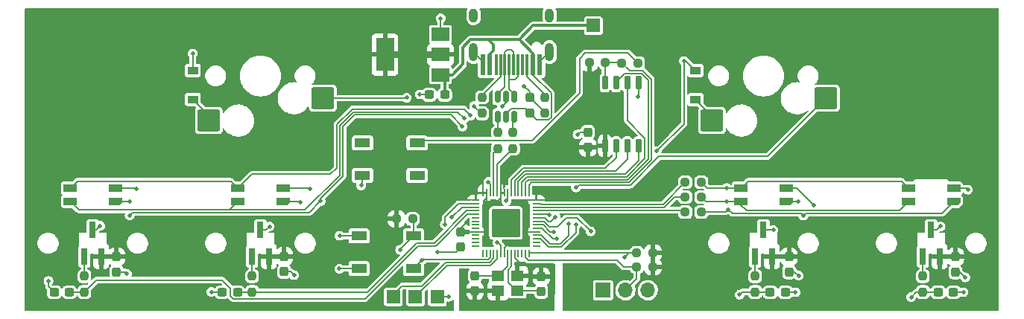
<source format=gbl>
G04 #@! TF.GenerationSoftware,KiCad,Pcbnew,(6.0.0)*
G04 #@! TF.CreationDate,2023-06-02T21:25:34-07:00*
G04 #@! TF.ProjectId,stepad,73746570-6164-42e6-9b69-6361645f7063,rev?*
G04 #@! TF.SameCoordinates,Original*
G04 #@! TF.FileFunction,Copper,L2,Bot*
G04 #@! TF.FilePolarity,Positive*
%FSLAX46Y46*%
G04 Gerber Fmt 4.6, Leading zero omitted, Abs format (unit mm)*
G04 Created by KiCad (PCBNEW (6.0.0)) date 2023-06-02 21:25:34*
%MOMM*%
%LPD*%
G01*
G04 APERTURE LIST*
G04 Aperture macros list*
%AMRoundRect*
0 Rectangle with rounded corners*
0 $1 Rounding radius*
0 $2 $3 $4 $5 $6 $7 $8 $9 X,Y pos of 4 corners*
0 Add a 4 corners polygon primitive as box body*
4,1,4,$2,$3,$4,$5,$6,$7,$8,$9,$2,$3,0*
0 Add four circle primitives for the rounded corners*
1,1,$1+$1,$2,$3*
1,1,$1+$1,$4,$5*
1,1,$1+$1,$6,$7*
1,1,$1+$1,$8,$9*
0 Add four rect primitives between the rounded corners*
20,1,$1+$1,$2,$3,$4,$5,0*
20,1,$1+$1,$4,$5,$6,$7,0*
20,1,$1+$1,$6,$7,$8,$9,0*
20,1,$1+$1,$8,$9,$2,$3,0*%
%AMOutline5P*
0 Free polygon, 5 corners , with rotation*
0 The origin of the aperture is its center*
0 number of corners: always 5*
0 $1 to $10 corner X, Y*
0 $11 Rotation angle, in degrees counterclockwise*
0 create outline with 5 corners*
4,1,5,$1,$2,$3,$4,$5,$6,$7,$8,$9,$10,$1,$2,$11*%
%AMOutline6P*
0 Free polygon, 6 corners , with rotation*
0 The origin of the aperture is its center*
0 number of corners: always 6*
0 $1 to $12 corner X, Y*
0 $13 Rotation angle, in degrees counterclockwise*
0 create outline with 6 corners*
4,1,6,$1,$2,$3,$4,$5,$6,$7,$8,$9,$10,$11,$12,$1,$2,$13*%
%AMOutline7P*
0 Free polygon, 7 corners , with rotation*
0 The origin of the aperture is its center*
0 number of corners: always 7*
0 $1 to $14 corner X, Y*
0 $15 Rotation angle, in degrees counterclockwise*
0 create outline with 7 corners*
4,1,7,$1,$2,$3,$4,$5,$6,$7,$8,$9,$10,$11,$12,$13,$14,$1,$2,$15*%
%AMOutline8P*
0 Free polygon, 8 corners , with rotation*
0 The origin of the aperture is its center*
0 number of corners: always 8*
0 $1 to $16 corner X, Y*
0 $17 Rotation angle, in degrees counterclockwise*
0 create outline with 8 corners*
4,1,8,$1,$2,$3,$4,$5,$6,$7,$8,$9,$10,$11,$12,$13,$14,$15,$16,$1,$2,$17*%
G04 Aperture macros list end*
G04 #@! TA.AperFunction,SMDPad,CuDef*
%ADD10R,1.400000X1.200000*%
G04 #@! TD*
G04 #@! TA.AperFunction,SMDPad,CuDef*
%ADD11RoundRect,0.200000X1.075000X1.050000X-1.075000X1.050000X-1.075000X-1.050000X1.075000X-1.050000X0*%
G04 #@! TD*
G04 #@! TA.AperFunction,SMDPad,CuDef*
%ADD12RoundRect,0.237500X0.237500X-0.250000X0.237500X0.250000X-0.237500X0.250000X-0.237500X-0.250000X0*%
G04 #@! TD*
G04 #@! TA.AperFunction,SMDPad,CuDef*
%ADD13RoundRect,0.237500X-0.250000X-0.237500X0.250000X-0.237500X0.250000X0.237500X-0.250000X0.237500X0*%
G04 #@! TD*
G04 #@! TA.AperFunction,SMDPad,CuDef*
%ADD14R,0.800000X1.900000*%
G04 #@! TD*
G04 #@! TA.AperFunction,SMDPad,CuDef*
%ADD15R,1.200000X0.900000*%
G04 #@! TD*
G04 #@! TA.AperFunction,SMDPad,CuDef*
%ADD16R,1.500000X1.500000*%
G04 #@! TD*
G04 #@! TA.AperFunction,SMDPad,CuDef*
%ADD17RoundRect,0.237500X-0.237500X0.300000X-0.237500X-0.300000X0.237500X-0.300000X0.237500X0.300000X0*%
G04 #@! TD*
G04 #@! TA.AperFunction,SMDPad,CuDef*
%ADD18Outline5P,-0.750000X0.180000X-0.480000X0.450000X0.750000X0.450000X0.750000X-0.450000X-0.750000X-0.450000X180.000000*%
G04 #@! TD*
G04 #@! TA.AperFunction,SMDPad,CuDef*
%ADD19R,1.500000X0.900000*%
G04 #@! TD*
G04 #@! TA.AperFunction,SMDPad,CuDef*
%ADD20RoundRect,0.237500X0.300000X0.237500X-0.300000X0.237500X-0.300000X-0.237500X0.300000X-0.237500X0*%
G04 #@! TD*
G04 #@! TA.AperFunction,SMDPad,CuDef*
%ADD21RoundRect,0.237500X-0.237500X0.250000X-0.237500X-0.250000X0.237500X-0.250000X0.237500X0.250000X0*%
G04 #@! TD*
G04 #@! TA.AperFunction,SMDPad,CuDef*
%ADD22R,0.600000X2.450000*%
G04 #@! TD*
G04 #@! TA.AperFunction,SMDPad,CuDef*
%ADD23R,0.300000X2.450000*%
G04 #@! TD*
G04 #@! TA.AperFunction,ComponentPad*
%ADD24O,1.000000X1.600000*%
G04 #@! TD*
G04 #@! TA.AperFunction,ComponentPad*
%ADD25O,1.000000X2.100000*%
G04 #@! TD*
G04 #@! TA.AperFunction,SMDPad,CuDef*
%ADD26RoundRect,0.237500X0.250000X0.237500X-0.250000X0.237500X-0.250000X-0.237500X0.250000X-0.237500X0*%
G04 #@! TD*
G04 #@! TA.AperFunction,SMDPad,CuDef*
%ADD27RoundRect,0.237500X-0.300000X-0.237500X0.300000X-0.237500X0.300000X0.237500X-0.300000X0.237500X0*%
G04 #@! TD*
G04 #@! TA.AperFunction,SMDPad,CuDef*
%ADD28RoundRect,0.150000X-0.150000X0.650000X-0.150000X-0.650000X0.150000X-0.650000X0.150000X0.650000X0*%
G04 #@! TD*
G04 #@! TA.AperFunction,SMDPad,CuDef*
%ADD29RoundRect,0.237500X0.237500X-0.300000X0.237500X0.300000X-0.237500X0.300000X-0.237500X-0.300000X0*%
G04 #@! TD*
G04 #@! TA.AperFunction,SMDPad,CuDef*
%ADD30R,1.800000X1.100000*%
G04 #@! TD*
G04 #@! TA.AperFunction,ComponentPad*
%ADD31R,1.700000X1.700000*%
G04 #@! TD*
G04 #@! TA.AperFunction,ComponentPad*
%ADD32O,1.700000X1.700000*%
G04 #@! TD*
G04 #@! TA.AperFunction,SMDPad,CuDef*
%ADD33RoundRect,0.050000X0.387500X0.050000X-0.387500X0.050000X-0.387500X-0.050000X0.387500X-0.050000X0*%
G04 #@! TD*
G04 #@! TA.AperFunction,SMDPad,CuDef*
%ADD34RoundRect,0.050000X0.050000X0.387500X-0.050000X0.387500X-0.050000X-0.387500X0.050000X-0.387500X0*%
G04 #@! TD*
G04 #@! TA.AperFunction,ComponentPad*
%ADD35C,0.600000*%
G04 #@! TD*
G04 #@! TA.AperFunction,SMDPad,CuDef*
%ADD36RoundRect,0.144000X1.456000X1.456000X-1.456000X1.456000X-1.456000X-1.456000X1.456000X-1.456000X0*%
G04 #@! TD*
G04 #@! TA.AperFunction,SMDPad,CuDef*
%ADD37RoundRect,0.150000X-0.150000X0.512500X-0.150000X-0.512500X0.150000X-0.512500X0.150000X0.512500X0*%
G04 #@! TD*
G04 #@! TA.AperFunction,SMDPad,CuDef*
%ADD38R,2.000000X1.500000*%
G04 #@! TD*
G04 #@! TA.AperFunction,SMDPad,CuDef*
%ADD39R,2.000000X3.800000*%
G04 #@! TD*
G04 #@! TA.AperFunction,ViaPad*
%ADD40C,0.500000*%
G04 #@! TD*
G04 #@! TA.AperFunction,Conductor*
%ADD41C,0.127000*%
G04 #@! TD*
G04 #@! TA.AperFunction,Conductor*
%ADD42C,0.200000*%
G04 #@! TD*
G04 #@! TA.AperFunction,Conductor*
%ADD43C,0.781000*%
G04 #@! TD*
G04 #@! TA.AperFunction,Conductor*
%ADD44C,0.300000*%
G04 #@! TD*
G04 APERTURE END LIST*
D10*
X196450000Y-75690000D03*
X198650000Y-75690000D03*
X198650000Y-77390000D03*
X196450000Y-77390000D03*
D11*
X233685000Y-55490000D03*
X220758000Y-58030000D03*
X176535000Y-55490000D03*
X163608000Y-58030000D03*
D12*
X198150000Y-61212500D03*
X198150000Y-59387500D03*
D13*
X217712500Y-65050000D03*
X219537500Y-65050000D03*
D14*
X246600000Y-73500000D03*
X244700000Y-73500000D03*
X245650000Y-70500000D03*
D15*
X161775000Y-52325000D03*
X161775000Y-55625000D03*
D13*
X184912500Y-69225000D03*
X186737500Y-69225000D03*
D16*
X184550000Y-78100000D03*
D17*
X192200000Y-70712500D03*
X192200000Y-72437500D03*
X229500000Y-73537500D03*
X229500000Y-75262500D03*
D18*
X172000000Y-67250000D03*
D19*
X166900000Y-67250000D03*
X166900000Y-65750000D03*
X172000000Y-65750000D03*
D18*
X248200000Y-67250000D03*
D19*
X243100000Y-67250000D03*
X243100000Y-65750000D03*
X248200000Y-65750000D03*
D20*
X166837500Y-77575000D03*
X165112500Y-77575000D03*
D15*
X218900000Y-52350000D03*
X218900000Y-55650000D03*
D21*
X196450000Y-59387500D03*
X196450000Y-61212500D03*
D13*
X217712500Y-66750000D03*
X219537500Y-66750000D03*
D22*
X194750000Y-51660000D03*
X195525000Y-51660000D03*
D23*
X196225000Y-51660000D03*
X196725000Y-51660000D03*
X197225000Y-51660000D03*
X197725000Y-51660000D03*
X198225000Y-51660000D03*
X198725000Y-51660000D03*
X199225000Y-51660000D03*
X199725000Y-51660000D03*
D22*
X200425000Y-51660000D03*
X201200000Y-51660000D03*
D24*
X202295000Y-46065000D03*
D25*
X202295000Y-50245000D03*
D24*
X193655000Y-46065000D03*
D25*
X193655000Y-50245000D03*
D14*
X227550000Y-73500000D03*
X225650000Y-73500000D03*
X226600000Y-70500000D03*
D21*
X244700000Y-75737500D03*
X244700000Y-77562500D03*
D14*
X170400000Y-73500000D03*
X168500000Y-73500000D03*
X169450000Y-70500000D03*
D26*
X219537500Y-68450000D03*
X217712500Y-68450000D03*
D27*
X227362500Y-77575000D03*
X229087500Y-77575000D03*
D26*
X212337500Y-51475000D03*
X210512500Y-51475000D03*
D21*
X225650000Y-75737500D03*
X225650000Y-77562500D03*
D17*
X206650000Y-59362500D03*
X206650000Y-61087500D03*
D28*
X208595000Y-53725000D03*
X209865000Y-53725000D03*
X211135000Y-53725000D03*
X212405000Y-53725000D03*
X212405000Y-60925000D03*
X211135000Y-60925000D03*
X209865000Y-60925000D03*
X208595000Y-60925000D03*
D21*
X168500000Y-75737500D03*
X168500000Y-77562500D03*
D29*
X193825000Y-77412500D03*
X193825000Y-75687500D03*
D27*
X246462500Y-77575000D03*
X248187500Y-77575000D03*
D21*
X149450000Y-75737500D03*
X149450000Y-77562500D03*
D30*
X181050000Y-64275000D03*
X187250000Y-60575000D03*
X181050000Y-60575000D03*
X187250000Y-64275000D03*
D31*
X208375000Y-77350000D03*
D32*
X210915000Y-77350000D03*
X213455000Y-77350000D03*
D30*
X186850000Y-71175000D03*
X180650000Y-74875000D03*
X186850000Y-74875000D03*
X180650000Y-71175000D03*
D17*
X248400000Y-73537500D03*
X248400000Y-75262500D03*
X153100000Y-73537500D03*
X153100000Y-75262500D03*
D12*
X201750000Y-57187500D03*
X201750000Y-55362500D03*
D16*
X207275000Y-47225000D03*
X187050000Y-78100000D03*
D20*
X147762500Y-77575000D03*
X146037500Y-77575000D03*
D26*
X214037500Y-73100000D03*
X212212500Y-73100000D03*
D21*
X194650000Y-55387500D03*
X194650000Y-57212500D03*
D18*
X152950000Y-67250000D03*
D19*
X147850000Y-67250000D03*
X147850000Y-65750000D03*
X152950000Y-65750000D03*
D26*
X208637500Y-51450000D03*
X206812500Y-51450000D03*
D29*
X200050000Y-57137500D03*
X200050000Y-55412500D03*
D16*
X189550000Y-78100000D03*
D26*
X214037500Y-74675000D03*
X212212500Y-74675000D03*
D27*
X188662500Y-55100000D03*
X190387500Y-55100000D03*
D33*
X200787500Y-67100000D03*
X200787500Y-67500000D03*
X200787500Y-67900000D03*
X200787500Y-68300000D03*
X200787500Y-68700000D03*
X200787500Y-69100000D03*
X200787500Y-69500000D03*
X200787500Y-69900000D03*
X200787500Y-70300000D03*
X200787500Y-70700000D03*
X200787500Y-71100000D03*
X200787500Y-71500000D03*
X200787500Y-71900000D03*
X200787500Y-72300000D03*
D34*
X199950000Y-73137500D03*
X199550000Y-73137500D03*
X199150000Y-73137500D03*
X198750000Y-73137500D03*
X198350000Y-73137500D03*
X197950000Y-73137500D03*
X197550000Y-73137500D03*
X197150000Y-73137500D03*
X196750000Y-73137500D03*
X196350000Y-73137500D03*
X195950000Y-73137500D03*
X195550000Y-73137500D03*
X195150000Y-73137500D03*
X194750000Y-73137500D03*
D33*
X193912500Y-72300000D03*
X193912500Y-71900000D03*
X193912500Y-71500000D03*
X193912500Y-71100000D03*
X193912500Y-70700000D03*
X193912500Y-70300000D03*
X193912500Y-69900000D03*
X193912500Y-69500000D03*
X193912500Y-69100000D03*
X193912500Y-68700000D03*
X193912500Y-68300000D03*
X193912500Y-67900000D03*
X193912500Y-67500000D03*
X193912500Y-67100000D03*
D34*
X194750000Y-66262500D03*
X195150000Y-66262500D03*
X195550000Y-66262500D03*
X195950000Y-66262500D03*
X196350000Y-66262500D03*
X196750000Y-66262500D03*
X197150000Y-66262500D03*
X197550000Y-66262500D03*
X197950000Y-66262500D03*
X198350000Y-66262500D03*
X198750000Y-66262500D03*
X199150000Y-66262500D03*
X199550000Y-66262500D03*
X199950000Y-66262500D03*
D35*
X198625000Y-70975000D03*
X197350000Y-70975000D03*
X196075000Y-70975000D03*
X198625000Y-69700000D03*
D36*
X197350000Y-69700000D03*
D35*
X197350000Y-69700000D03*
X198625000Y-68425000D03*
X196075000Y-68425000D03*
X197350000Y-68425000D03*
X196075000Y-69700000D03*
D18*
X229150000Y-67250000D03*
D19*
X224050000Y-67250000D03*
X224050000Y-65750000D03*
X229150000Y-65750000D03*
D14*
X151350000Y-73500000D03*
X149450000Y-73500000D03*
X150400000Y-70500000D03*
D17*
X172150000Y-73487500D03*
X172150000Y-75212500D03*
X201350000Y-75787500D03*
X201350000Y-77512500D03*
D37*
X196400000Y-55312500D03*
X197350000Y-55312500D03*
X198300000Y-55312500D03*
X198300000Y-57587500D03*
X197350000Y-57587500D03*
X196400000Y-57587500D03*
D38*
X189900000Y-48225000D03*
D39*
X183600000Y-50525000D03*
D38*
X189900000Y-50525000D03*
X189900000Y-52825000D03*
D40*
X192860000Y-69630000D03*
X197740000Y-71940000D03*
X178440000Y-71140000D03*
X178430000Y-74900000D03*
X191300000Y-66025000D03*
X199325000Y-71875000D03*
X198175000Y-63700000D03*
X199600000Y-67550000D03*
X163875000Y-77550000D03*
X192950000Y-79025000D03*
X193725000Y-56400000D03*
X199400000Y-54100000D03*
X202575000Y-74850000D03*
X205475000Y-59625000D03*
X170475000Y-70100000D03*
X180900000Y-65425000D03*
X196900000Y-56450000D03*
X151250000Y-70025000D03*
X189550000Y-72975000D03*
X227725000Y-70500000D03*
X154300000Y-75500000D03*
X249325000Y-77575000D03*
X187550000Y-55050000D03*
X190850000Y-78100000D03*
X246725000Y-70075000D03*
X212350000Y-55325000D03*
X230225000Y-77575000D03*
X230600000Y-75700000D03*
X189925000Y-46400000D03*
X249525000Y-75900000D03*
X173275000Y-75625000D03*
X145375000Y-76300000D03*
X191200000Y-69050000D03*
X223875000Y-77850000D03*
X190400000Y-69850000D03*
X243375000Y-78150000D03*
X195350000Y-65025000D03*
X197375000Y-67200000D03*
X196375000Y-71950000D03*
X210850000Y-73600000D03*
X192400000Y-58700000D03*
X154600000Y-68826520D03*
X154600000Y-67250000D03*
X230525000Y-67250000D03*
X174025000Y-67300000D03*
X222600000Y-68150000D03*
X231125000Y-68850000D03*
X176300000Y-67200000D03*
X222425000Y-67250000D03*
X192600000Y-57800000D03*
X193325000Y-57450000D03*
X222425000Y-65725000D03*
X202250000Y-68800000D03*
X155325000Y-65775000D03*
X202975000Y-69000000D03*
X175100000Y-65775000D03*
X232300000Y-67675000D03*
X206975000Y-70650000D03*
X249825000Y-65900000D03*
X202800000Y-70700000D03*
X185325000Y-72750000D03*
X187825000Y-73900000D03*
X203100000Y-71525000D03*
X214475000Y-61525000D03*
X217575000Y-51250000D03*
X161775000Y-50400000D03*
X204475000Y-69750000D03*
X186075000Y-55425000D03*
X205300000Y-65650000D03*
X205300000Y-69900000D03*
D41*
X200787500Y-67100000D02*
X201450000Y-67100000D01*
X200787500Y-67100000D02*
X200000000Y-67100000D01*
X199770000Y-70700000D02*
X199760000Y-70690000D01*
X200787500Y-70700000D02*
X199770000Y-70700000D01*
X198175000Y-63700000D02*
X196750000Y-65125000D01*
X196750000Y-65125000D02*
X196750000Y-66262500D01*
D42*
X197550000Y-67025000D02*
X197550000Y-66262500D01*
X197375000Y-67200000D02*
X197550000Y-67025000D01*
D41*
X194970000Y-70700000D02*
X195000000Y-70730000D01*
X193912500Y-70700000D02*
X194970000Y-70700000D01*
X193900000Y-70712500D02*
X193912500Y-70700000D01*
X192200000Y-70712500D02*
X193900000Y-70712500D01*
X192200000Y-70290000D02*
X192860000Y-69630000D01*
X192200000Y-70712500D02*
X192200000Y-70290000D01*
X197150000Y-72530000D02*
X197150000Y-73137500D01*
X197740000Y-71940000D02*
X197150000Y-72530000D01*
X178475000Y-71175000D02*
X178440000Y-71140000D01*
X180650000Y-71175000D02*
X178475000Y-71175000D01*
X178455000Y-74875000D02*
X178430000Y-74900000D01*
X180650000Y-74875000D02*
X178455000Y-74875000D01*
X198480000Y-77390000D02*
X198650000Y-77390000D01*
X197600000Y-76510000D02*
X198480000Y-77390000D01*
X197600000Y-75001770D02*
X197600000Y-76510000D01*
X197950000Y-74651770D02*
X197600000Y-75001770D01*
X197950000Y-73137500D02*
X197950000Y-74651770D01*
X201227500Y-77390000D02*
X201350000Y-77512500D01*
X198650000Y-77390000D02*
X201227500Y-77390000D01*
X197550000Y-74590000D02*
X197550000Y-73137500D01*
X196450000Y-75690000D02*
X197550000Y-74590000D01*
X193827500Y-75690000D02*
X196450000Y-75690000D01*
X193825000Y-75687500D02*
X193827500Y-75690000D01*
X193825000Y-75687500D02*
X193837500Y-75700000D01*
X195975000Y-75575000D02*
X196550000Y-75575000D01*
X194825000Y-67125000D02*
X194825000Y-67650000D01*
X196750000Y-66262500D02*
X196750000Y-66800000D01*
D43*
X183600000Y-50525000D02*
X189900000Y-50525000D01*
D41*
X195150000Y-66800000D02*
X194825000Y-67125000D01*
X196750000Y-66800000D02*
X196225000Y-67325000D01*
X195150000Y-66262500D02*
X195150000Y-66800000D01*
X166036980Y-77130178D02*
X166036980Y-78019822D01*
X166036980Y-78019822D02*
X166330178Y-78313020D01*
X150812500Y-76200000D02*
X165106802Y-76200000D01*
X147762500Y-77575000D02*
X149437500Y-77575000D01*
X189526739Y-72123260D02*
X192950000Y-68700000D01*
X166330178Y-78313020D02*
X181348750Y-78313020D01*
X187347239Y-72314531D02*
X189335469Y-72314531D01*
X165106802Y-76200000D02*
X166036980Y-77130178D01*
X192950000Y-68700000D02*
X193912500Y-68700000D01*
X181348750Y-78313020D02*
X187347239Y-72314531D01*
X189335469Y-72314531D02*
X189526739Y-72123260D01*
X149437500Y-77575000D02*
X149450000Y-77562500D01*
X149450000Y-77562500D02*
X150812500Y-76200000D01*
D42*
X194750000Y-51340000D02*
X193655000Y-50245000D01*
D41*
X192200000Y-72437500D02*
X191662500Y-72975000D01*
X163900000Y-77575000D02*
X163875000Y-77550000D01*
X194650000Y-57212500D02*
X194537500Y-57212500D01*
X198350000Y-73137500D02*
X198350000Y-73725000D01*
X146037500Y-77575000D02*
X145375000Y-76912500D01*
D42*
X194750000Y-51660000D02*
X194750000Y-51340000D01*
D41*
X245650000Y-70500000D02*
X246300000Y-70500000D01*
X248400000Y-75262500D02*
X248887500Y-75262500D01*
X169450000Y-70500000D02*
X170075000Y-70500000D01*
X248187500Y-77575000D02*
X249325000Y-77575000D01*
X229087500Y-77575000D02*
X230225000Y-77575000D01*
X246300000Y-70500000D02*
X246725000Y-70075000D01*
X150400000Y-70500000D02*
X150775000Y-70500000D01*
X189550000Y-78100000D02*
X190850000Y-78100000D01*
X197350000Y-55312500D02*
X197350000Y-56000000D01*
D42*
X201200000Y-51660000D02*
X201200000Y-51340000D01*
D41*
X206650000Y-59362500D02*
X205737500Y-59362500D01*
X205737500Y-59362500D02*
X205475000Y-59625000D01*
X165112500Y-77575000D02*
X163900000Y-77575000D01*
D42*
X201200000Y-51340000D02*
X202295000Y-50245000D01*
D41*
X194537500Y-57212500D02*
X193725000Y-56400000D01*
X230162500Y-75262500D02*
X230600000Y-75700000D01*
X187600000Y-55100000D02*
X187550000Y-55050000D01*
X189900000Y-48225000D02*
X189900000Y-46425000D01*
X170075000Y-70500000D02*
X170475000Y-70100000D01*
X172150000Y-75212500D02*
X172862500Y-75212500D01*
X212405000Y-53725000D02*
X212405000Y-55270000D01*
X188662500Y-55100000D02*
X187600000Y-55100000D01*
X153100000Y-75262500D02*
X154062500Y-75262500D01*
X150775000Y-70500000D02*
X151250000Y-70025000D01*
X181050000Y-65275000D02*
X180900000Y-65425000D01*
X200050000Y-55412500D02*
X200050000Y-54750000D01*
X201750000Y-57187500D02*
X201750000Y-57112500D01*
X201750000Y-57112500D02*
X200050000Y-55412500D01*
X191662500Y-72975000D02*
X189550000Y-72975000D01*
X227725000Y-70500000D02*
X226600000Y-70500000D01*
X248887500Y-75262500D02*
X249525000Y-75900000D01*
X181050000Y-64275000D02*
X181050000Y-65275000D01*
X198350000Y-73725000D02*
X198925000Y-74300000D01*
X229500000Y-75262500D02*
X230162500Y-75262500D01*
X145375000Y-76912500D02*
X145375000Y-76300000D01*
X212405000Y-55270000D02*
X212350000Y-55325000D01*
X197350000Y-56000000D02*
X196900000Y-56450000D01*
X154062500Y-75262500D02*
X154300000Y-75500000D01*
X200050000Y-54750000D02*
X199400000Y-54100000D01*
X189900000Y-46425000D02*
X189925000Y-46400000D01*
X172862500Y-75212500D02*
X173275000Y-75625000D01*
X166837500Y-77575000D02*
X168487500Y-77575000D01*
X192888230Y-68300000D02*
X189200219Y-71988011D01*
X189200219Y-71988011D02*
X187211989Y-71988011D01*
X168487500Y-77575000D02*
X168500000Y-77562500D01*
X187211989Y-71988011D02*
X181637500Y-77562500D01*
X181637500Y-77562500D02*
X168500000Y-77562500D01*
X193912500Y-68300000D02*
X192888230Y-68300000D01*
X227350000Y-77562500D02*
X227362500Y-77575000D01*
X193912500Y-67900000D02*
X192350000Y-67900000D01*
X225650000Y-77562500D02*
X227350000Y-77562500D01*
X224162500Y-77562500D02*
X225650000Y-77562500D01*
X223875000Y-77850000D02*
X224162500Y-77562500D01*
X192350000Y-67900000D02*
X191200000Y-69050000D01*
X243962500Y-77562500D02*
X244700000Y-77562500D01*
X246450000Y-77562500D02*
X246462500Y-77575000D01*
X244700000Y-77562500D02*
X246450000Y-77562500D01*
X193912500Y-67500000D02*
X191950000Y-67500000D01*
X190400000Y-69050000D02*
X190400000Y-69850000D01*
X191950000Y-67500000D02*
X190400000Y-69050000D01*
X243375000Y-78150000D02*
X243962500Y-77562500D01*
D42*
X195550000Y-66262500D02*
X195550000Y-65225000D01*
X196375000Y-71950000D02*
X196450000Y-71950000D01*
X196750000Y-72250000D02*
X196750000Y-73137500D01*
X196450000Y-71950000D02*
X196750000Y-72250000D01*
X195550000Y-65225000D02*
X195350000Y-65025000D01*
D41*
X190460460Y-74164540D02*
X187750000Y-76875000D01*
X195464906Y-74164540D02*
X190460460Y-74164540D01*
X187750000Y-76875000D02*
X185525000Y-76875000D01*
X185525000Y-76875000D02*
X184550000Y-77850000D01*
X195950000Y-73137500D02*
X195950000Y-73679447D01*
X195950000Y-73679447D02*
X195464906Y-74164540D01*
X184550000Y-77850000D02*
X184550000Y-78100000D01*
X197978922Y-56661980D02*
X199574480Y-56661980D01*
D44*
X190387500Y-53312500D02*
X189900000Y-52825000D01*
D41*
X200050000Y-57137500D02*
X200850520Y-57938020D01*
D44*
X195900000Y-50085489D02*
X195525000Y-50460489D01*
X195525000Y-50460489D02*
X195525000Y-51660000D01*
X192450000Y-51625000D02*
X192450000Y-49698598D01*
X189900000Y-52825000D02*
X191250000Y-52825000D01*
X200437234Y-47225000D02*
X207275000Y-47225000D01*
X195900000Y-49392234D02*
X195900000Y-50085489D01*
D41*
X200850520Y-57938020D02*
X202211980Y-57938020D01*
X202488020Y-54888020D02*
X200425000Y-52825000D01*
D44*
X200425000Y-50412766D02*
X198837234Y-48825000D01*
D41*
X202488020Y-57661980D02*
X202488020Y-54888020D01*
D44*
X191250000Y-52825000D02*
X192450000Y-51625000D01*
X190387500Y-55100000D02*
X190387500Y-53312500D01*
X200425000Y-51660000D02*
X200425000Y-50412766D01*
D41*
X197350000Y-57290902D02*
X197978922Y-56661980D01*
D44*
X198837234Y-48825000D02*
X200437234Y-47225000D01*
D41*
X199574480Y-56661980D02*
X200050000Y-57137500D01*
X197350000Y-57587500D02*
X197350000Y-57290902D01*
X202211980Y-57938020D02*
X202488020Y-57661980D01*
D44*
X193323598Y-48825000D02*
X195332766Y-48825000D01*
D41*
X200425000Y-52825000D02*
X200425000Y-51660000D01*
D44*
X192450000Y-49698598D02*
X193323598Y-48825000D01*
X195332766Y-48825000D02*
X195900000Y-49392234D01*
X198837234Y-48825000D02*
X195332766Y-48825000D01*
D41*
X212212500Y-73100000D02*
X211350000Y-73100000D01*
X211350000Y-73100000D02*
X210850000Y-73600000D01*
X199950000Y-73137500D02*
X199987500Y-73100000D01*
X199987500Y-73100000D02*
X212212500Y-73100000D01*
X208375000Y-76937500D02*
X208375000Y-77350000D01*
X199875000Y-73950000D02*
X209975000Y-73950000D01*
X212212500Y-74675000D02*
X212212500Y-76052500D01*
X212212500Y-76052500D02*
X210915000Y-77350000D01*
X199550000Y-73625000D02*
X199875000Y-73950000D01*
X210700000Y-74675000D02*
X212212500Y-74675000D01*
X199550000Y-73137500D02*
X199550000Y-73625000D01*
X209975000Y-73950000D02*
X210700000Y-74675000D01*
X187050000Y-78100000D02*
X190658940Y-74491060D01*
X196350000Y-73741215D02*
X196350000Y-73137500D01*
X195600155Y-74491060D02*
X196350000Y-73741215D01*
X190658940Y-74491060D02*
X195600155Y-74491060D01*
X230876520Y-68601520D02*
X231125000Y-68850000D01*
X246848480Y-68601520D02*
X248200000Y-67250000D01*
X174025000Y-67300000D02*
X173975000Y-67250000D01*
X229150000Y-67250000D02*
X230525000Y-67250000D01*
X222600000Y-68150000D02*
X223051520Y-68601520D01*
X174973480Y-68526520D02*
X154900000Y-68526520D01*
X191076520Y-57376520D02*
X192400000Y-58700000D01*
X222600000Y-68150000D02*
X222300000Y-68450000D01*
X231373480Y-68601520D02*
X246848480Y-68601520D01*
X223051520Y-68601520D02*
X230876520Y-68601520D01*
X178850000Y-64336769D02*
X178850000Y-58686770D01*
X152950000Y-67250000D02*
X154600000Y-67250000D01*
X176300000Y-67200000D02*
X176300000Y-66886769D01*
X222300000Y-68450000D02*
X219537500Y-68450000D01*
X178850000Y-58686770D02*
X180160250Y-57376520D01*
X154900000Y-68526520D02*
X154600000Y-68826520D01*
X180160250Y-57376520D02*
X191076520Y-57376520D01*
X173975000Y-67250000D02*
X172000000Y-67250000D01*
X231125000Y-68850000D02*
X231373480Y-68601520D01*
X176300000Y-66886769D02*
X178850000Y-64336769D01*
X176300000Y-67200000D02*
X174973480Y-68526520D01*
X222425000Y-67250000D02*
X220037500Y-67250000D01*
X220037500Y-67250000D02*
X219537500Y-66750000D01*
X147850000Y-67250000D02*
X148800000Y-68200000D01*
X222425000Y-67250000D02*
X224050000Y-67250000D01*
X165800000Y-68200000D02*
X174525000Y-68200000D01*
X180025000Y-57050000D02*
X191850000Y-57050000D01*
X224050000Y-67650000D02*
X224675000Y-68275000D01*
X224675000Y-68275000D02*
X242075000Y-68275000D01*
X148800000Y-68200000D02*
X165800000Y-68200000D01*
X191850000Y-57050000D02*
X192600000Y-57800000D01*
X178475000Y-58600000D02*
X180025000Y-57050000D01*
X178475000Y-64250000D02*
X178475000Y-58600000D01*
X165950000Y-68200000D02*
X166900000Y-67250000D01*
X174525000Y-68200000D02*
X178475000Y-64250000D01*
X165800000Y-68200000D02*
X165950000Y-68200000D01*
X224050000Y-67250000D02*
X224050000Y-67650000D01*
X242075000Y-68275000D02*
X243100000Y-67250000D01*
X177400000Y-64150000D02*
X178148480Y-63401520D01*
X166086480Y-64936480D02*
X166900000Y-65750000D01*
X242286480Y-64936480D02*
X243100000Y-65750000D01*
X224050000Y-65750000D02*
X224863520Y-64936480D01*
X181575000Y-56723480D02*
X192598480Y-56723480D01*
X166900000Y-65750000D02*
X168500000Y-64150000D01*
X178148480Y-59550000D02*
X178148480Y-58464751D01*
X222425000Y-65725000D02*
X222450000Y-65750000D01*
X148663520Y-64936480D02*
X166086480Y-64936480D01*
X178148480Y-58464751D02*
X179889751Y-56723480D01*
X222450000Y-65750000D02*
X224050000Y-65750000D01*
X224863520Y-64936480D02*
X242286480Y-64936480D01*
X147850000Y-65750000D02*
X148663520Y-64936480D01*
X192598480Y-56723480D02*
X193325000Y-57450000D01*
X179889751Y-56723480D02*
X181575000Y-56723480D01*
X222425000Y-65725000D02*
X220212500Y-65725000D01*
X168500000Y-64150000D02*
X177400000Y-64150000D01*
X220212500Y-65725000D02*
X219537500Y-65050000D01*
X178148480Y-63401520D02*
X178148480Y-59550000D01*
X155300000Y-65750000D02*
X155325000Y-65775000D01*
X202150000Y-68700000D02*
X200787500Y-68700000D01*
X152950000Y-65750000D02*
X155300000Y-65750000D01*
X202250000Y-68800000D02*
X202150000Y-68700000D01*
X196350000Y-63012500D02*
X198150000Y-61212500D01*
X196350000Y-66262500D02*
X196350000Y-63012500D01*
X172000000Y-65750000D02*
X175075000Y-65750000D01*
X201750000Y-69100000D02*
X202175000Y-69525000D01*
X200787500Y-69100000D02*
X201750000Y-69100000D01*
X202450000Y-69525000D02*
X202975000Y-69000000D01*
X175075000Y-65750000D02*
X175100000Y-65775000D01*
X202175000Y-69525000D02*
X202450000Y-69525000D01*
X204175000Y-69100000D02*
X203175000Y-70100000D01*
X230375000Y-65750000D02*
X232300000Y-67675000D01*
X203175000Y-70100000D02*
X202250000Y-70100000D01*
X229150000Y-65750000D02*
X230375000Y-65750000D01*
X206975000Y-70650000D02*
X205425000Y-69100000D01*
X201650000Y-69500000D02*
X200787500Y-69500000D01*
X202250000Y-70100000D02*
X201650000Y-69500000D01*
X205425000Y-69100000D02*
X204175000Y-69100000D01*
X249675000Y-65750000D02*
X248200000Y-65750000D01*
X202388230Y-70700000D02*
X201588230Y-69900000D01*
X202800000Y-70700000D02*
X202388230Y-70700000D01*
X201588230Y-69900000D02*
X200787500Y-69900000D01*
X249825000Y-65900000D02*
X249675000Y-65750000D01*
X149450000Y-73500000D02*
X149450000Y-75737500D01*
X168500000Y-75737500D02*
X168500000Y-73500000D01*
X225650000Y-75737500D02*
X225650000Y-73500000D01*
X244700000Y-75737500D02*
X244700000Y-73500000D01*
X201341157Y-67573480D02*
X215189020Y-67573480D01*
X215189020Y-67573480D02*
X217712500Y-65050000D01*
X201267677Y-67500000D02*
X201341157Y-67573480D01*
X200787500Y-67500000D02*
X201267677Y-67500000D01*
X200787500Y-67900000D02*
X215324270Y-67900000D01*
X215324270Y-67900000D02*
X216474270Y-66750000D01*
X216474270Y-66750000D02*
X217712500Y-66750000D01*
X201950000Y-68226520D02*
X217489020Y-68226520D01*
X217489020Y-68226520D02*
X217712500Y-68450000D01*
X200787500Y-68300000D02*
X201876520Y-68300000D01*
X201876520Y-68300000D02*
X201950000Y-68226520D01*
X196450000Y-57637500D02*
X196400000Y-57587500D01*
X196450000Y-59387500D02*
X196450000Y-57637500D01*
X198150000Y-59387500D02*
X198150000Y-57737500D01*
X198150000Y-57737500D02*
X198300000Y-57587500D01*
X196450000Y-61212500D02*
X195950000Y-61712500D01*
X195950000Y-61712500D02*
X195950000Y-66262500D01*
X199950000Y-65350000D02*
X199950000Y-66262500D01*
X213876520Y-53350652D02*
X213876520Y-62535250D01*
X211372960Y-52335460D02*
X212861328Y-52335460D01*
X212861328Y-52335460D02*
X213876520Y-53350652D01*
X210512500Y-51475000D02*
X211372960Y-52335460D01*
X208595000Y-53725000D02*
X208595000Y-51492500D01*
X210487500Y-51450000D02*
X210512500Y-51475000D01*
X208637500Y-51450000D02*
X210487500Y-51450000D01*
X200218920Y-65081080D02*
X199950000Y-65350000D01*
X213876520Y-62535250D02*
X211330689Y-65081080D01*
X208595000Y-51492500D02*
X208637500Y-51450000D01*
X211330689Y-65081080D02*
X200218920Y-65081080D01*
X211187500Y-50325000D02*
X212337500Y-51475000D01*
X205700000Y-50975000D02*
X206350000Y-50325000D01*
X206350000Y-50325000D02*
X211187500Y-50325000D01*
X205700000Y-54925000D02*
X205700000Y-50975000D01*
X200350000Y-60275000D02*
X205700000Y-54925000D01*
X187550000Y-60275000D02*
X200350000Y-60275000D01*
X187250000Y-60575000D02*
X187550000Y-60275000D01*
X195550000Y-73617677D02*
X195550000Y-73137500D01*
X186850000Y-74875000D02*
X187825000Y-73900000D01*
X186737500Y-69225000D02*
X186850000Y-69337500D01*
X195329657Y-73838020D02*
X195550000Y-73617677D01*
X188063020Y-73838020D02*
X195329657Y-73838020D01*
X186850000Y-69337500D02*
X186850000Y-71175000D01*
X187825000Y-73900000D02*
X187975000Y-73750000D01*
X185325000Y-72700000D02*
X185325000Y-72750000D01*
X187975000Y-73750000D02*
X188063020Y-73838020D01*
X186850000Y-71175000D02*
X185325000Y-72700000D01*
X199461770Y-63775000D02*
X198350000Y-64886770D01*
X198350000Y-64886770D02*
X198350000Y-66262500D01*
X211135000Y-60925000D02*
X211135000Y-62440000D01*
X211135000Y-62440000D02*
X209800000Y-63775000D01*
X209800000Y-63775000D02*
X199461770Y-63775000D01*
X203100000Y-71525000D02*
X202650000Y-71525000D01*
X218900000Y-52350000D02*
X217800000Y-51250000D01*
X201425000Y-70300000D02*
X200787500Y-70300000D01*
X217575000Y-51250000D02*
X217575000Y-58425000D01*
X217575000Y-58425000D02*
X214475000Y-61525000D01*
X161775000Y-50400000D02*
X161775000Y-52325000D01*
X217800000Y-51250000D02*
X217575000Y-51250000D01*
X202650000Y-71525000D02*
X201425000Y-70300000D01*
X163608000Y-57458000D02*
X163608000Y-58030000D01*
X161775000Y-55625000D02*
X163608000Y-57458000D01*
X218900000Y-55650000D02*
X220758000Y-57508000D01*
X220758000Y-57508000D02*
X220758000Y-58030000D01*
X186010000Y-55490000D02*
X176535000Y-55490000D01*
X201329447Y-71100000D02*
X200787500Y-71100000D01*
X204475000Y-71138230D02*
X203513230Y-72100000D01*
X186075000Y-55425000D02*
X186010000Y-55490000D01*
X203513230Y-72100000D02*
X202329447Y-72100000D01*
X204475000Y-69750000D02*
X204475000Y-71138230D01*
X202329447Y-72100000D02*
X201329447Y-71100000D01*
X211465937Y-65407600D02*
X205667400Y-65407600D01*
X205300000Y-69900000D02*
X205300000Y-70775000D01*
X214748537Y-62125000D02*
X211465937Y-65407600D01*
X205300000Y-65650000D02*
X205425000Y-65650000D01*
X227050000Y-62125000D02*
X214748537Y-62125000D01*
X201267677Y-71500000D02*
X200787500Y-71500000D01*
X203625000Y-72450000D02*
X202217677Y-72450000D01*
X205300000Y-70775000D02*
X203625000Y-72450000D01*
X233685000Y-55490000D02*
X227050000Y-62125000D01*
X202217677Y-72450000D02*
X201267677Y-71500000D01*
X205425000Y-65650000D02*
X205667400Y-65407600D01*
X196725000Y-51660000D02*
X196725000Y-53061022D01*
X196725000Y-53061022D02*
X194650000Y-55136022D01*
X194650000Y-55136022D02*
X194650000Y-55387500D01*
X199725000Y-53050000D02*
X199725000Y-51660000D01*
X201750000Y-55362500D02*
X201750000Y-55075000D01*
X201750000Y-55075000D02*
X199725000Y-53050000D01*
X197225000Y-50258978D02*
X197225000Y-51660000D01*
X198225000Y-50258978D02*
X197941022Y-49975000D01*
X198225000Y-51660000D02*
X198225000Y-50258978D01*
X196400000Y-55015902D02*
X196400000Y-55312500D01*
X197225000Y-51660000D02*
X197225000Y-54190902D01*
X197941022Y-49975000D02*
X197508978Y-49975000D01*
X197225000Y-54190902D02*
X196400000Y-55015902D01*
X197508978Y-49975000D02*
X197225000Y-50258978D01*
X198300000Y-55015902D02*
X198300000Y-55312500D01*
X197725000Y-53400000D02*
X197725000Y-54440902D01*
X198725000Y-51660000D02*
X198725000Y-53061022D01*
X198725000Y-53061022D02*
X198386022Y-53400000D01*
X197725000Y-51660000D02*
X197725000Y-53400000D01*
X198386022Y-53400000D02*
X197725000Y-53400000D01*
X197725000Y-54440902D02*
X198300000Y-55015902D01*
X193825000Y-75687500D02*
X193937500Y-75575000D01*
X199867520Y-64754560D02*
X211195440Y-64754560D01*
X213550000Y-53485902D02*
X212726078Y-52661980D01*
X212726078Y-52661980D02*
X210813922Y-52661980D01*
X209865000Y-53610902D02*
X209865000Y-53725000D01*
X199550000Y-65072080D02*
X199867520Y-64754560D01*
X199550000Y-66262500D02*
X199550000Y-65072080D01*
X213550000Y-62400000D02*
X213550000Y-53485902D01*
X210813922Y-52661980D02*
X209865000Y-53610902D01*
X211195440Y-64754560D02*
X213550000Y-62400000D01*
X213125000Y-62356382D02*
X211053339Y-64428040D01*
X213125000Y-60025000D02*
X213125000Y-62356382D01*
X199732270Y-64428040D02*
X199150000Y-65010310D01*
X211135000Y-58035000D02*
X213125000Y-60025000D01*
X211053339Y-64428040D02*
X199732270Y-64428040D01*
X211135000Y-53725000D02*
X211135000Y-58035000D01*
X199150000Y-65010310D02*
X199150000Y-66262500D01*
X212405000Y-62614612D02*
X210918091Y-64101520D01*
X210918091Y-64101520D02*
X199597020Y-64101520D01*
X199597020Y-64101520D02*
X198750000Y-64948540D01*
X198750000Y-64948540D02*
X198750000Y-66262500D01*
X212405000Y-60925000D02*
X212405000Y-62614612D01*
X209865000Y-60925000D02*
X209865000Y-60810902D01*
X197950000Y-64825000D02*
X199326520Y-63448480D01*
X209865000Y-62235000D02*
X209865000Y-60925000D01*
X199326520Y-63448480D02*
X208651520Y-63448480D01*
X197950000Y-66262500D02*
X197950000Y-64825000D01*
X208651520Y-63448480D02*
X209865000Y-62235000D01*
G04 #@! TA.AperFunction,Conductor*
G36*
X253331694Y-45268306D02*
G01*
X253350000Y-45312500D01*
X253350000Y-79637500D01*
X253331694Y-79681694D01*
X253287500Y-79700000D01*
X203812653Y-79700000D01*
X203768459Y-79681694D01*
X203750153Y-79637487D01*
X203750267Y-79104574D01*
X203750450Y-78244646D01*
X207224500Y-78244646D01*
X207224718Y-78246477D01*
X207224718Y-78246479D01*
X207225197Y-78250500D01*
X207227618Y-78270846D01*
X207273061Y-78373153D01*
X207277144Y-78377229D01*
X207348204Y-78448166D01*
X207348207Y-78448168D01*
X207352287Y-78452241D01*
X207357561Y-78454573D01*
X207357563Y-78454574D01*
X207450377Y-78495607D01*
X207450379Y-78495607D01*
X207454673Y-78497506D01*
X207459339Y-78498050D01*
X207478558Y-78500291D01*
X207478565Y-78500291D01*
X207480354Y-78500500D01*
X209269646Y-78500500D01*
X209271477Y-78500282D01*
X209271479Y-78500282D01*
X209291192Y-78497936D01*
X209291193Y-78497936D01*
X209295846Y-78497382D01*
X209398153Y-78451939D01*
X209411281Y-78438788D01*
X209473166Y-78376796D01*
X209473168Y-78376793D01*
X209477241Y-78372713D01*
X209479970Y-78366542D01*
X209520607Y-78274623D01*
X209520607Y-78274621D01*
X209522506Y-78270327D01*
X209524931Y-78249528D01*
X209525291Y-78246442D01*
X209525291Y-78246435D01*
X209525500Y-78244646D01*
X209525500Y-76455354D01*
X209524565Y-76447493D01*
X209522936Y-76433808D01*
X209522936Y-76433807D01*
X209522382Y-76429154D01*
X209476939Y-76326847D01*
X209472117Y-76322033D01*
X209401796Y-76251834D01*
X209401793Y-76251832D01*
X209397713Y-76247759D01*
X209392439Y-76245427D01*
X209392437Y-76245426D01*
X209299623Y-76204393D01*
X209299621Y-76204393D01*
X209295327Y-76202494D01*
X209290661Y-76201950D01*
X209271442Y-76199709D01*
X209271435Y-76199709D01*
X209269646Y-76199500D01*
X207480354Y-76199500D01*
X207478523Y-76199718D01*
X207478521Y-76199718D01*
X207458808Y-76202064D01*
X207458807Y-76202064D01*
X207454154Y-76202618D01*
X207351847Y-76248061D01*
X207347771Y-76252144D01*
X207276834Y-76323204D01*
X207276832Y-76323207D01*
X207272759Y-76327287D01*
X207270427Y-76332561D01*
X207270426Y-76332563D01*
X207229393Y-76425377D01*
X207227494Y-76429673D01*
X207226950Y-76434339D01*
X207224714Y-76453521D01*
X207224500Y-76455354D01*
X207224500Y-78244646D01*
X203750450Y-78244646D01*
X203751273Y-74376487D01*
X203769588Y-74332296D01*
X203813773Y-74314000D01*
X209798338Y-74314000D01*
X209842532Y-74332306D01*
X210410430Y-74900203D01*
X210418742Y-74910495D01*
X210424249Y-74919024D01*
X210424251Y-74919027D01*
X210427052Y-74923364D01*
X210434985Y-74929618D01*
X210455049Y-74945435D01*
X210460550Y-74950323D01*
X210463995Y-74953768D01*
X210466093Y-74955267D01*
X210466095Y-74955269D01*
X210480163Y-74965323D01*
X210482516Y-74967089D01*
X210511303Y-74989782D01*
X210522217Y-74998386D01*
X210527086Y-75000096D01*
X210530213Y-75001815D01*
X210533445Y-75003399D01*
X210537648Y-75006402D01*
X210542595Y-75007881D01*
X210542596Y-75007882D01*
X210572615Y-75016859D01*
X210582024Y-75019673D01*
X210586083Y-75020887D01*
X210588880Y-75021797D01*
X210636552Y-75038538D01*
X210640472Y-75038877D01*
X210640474Y-75038878D01*
X210640543Y-75038884D01*
X210640550Y-75038884D01*
X210641886Y-75039000D01*
X210642323Y-75039000D01*
X210646512Y-75039354D01*
X210648799Y-75039643D01*
X210653748Y-75041123D01*
X210706566Y-75039048D01*
X210709019Y-75039000D01*
X211391440Y-75039000D01*
X211435634Y-75057306D01*
X211449551Y-75078492D01*
X211483896Y-75165237D01*
X211489380Y-75179089D01*
X211519768Y-75219124D01*
X211573090Y-75289372D01*
X211578500Y-75296500D01*
X211581895Y-75299077D01*
X211597113Y-75310628D01*
X211695911Y-75385620D01*
X211699871Y-75387188D01*
X211699873Y-75387189D01*
X211809008Y-75430398D01*
X211843360Y-75463687D01*
X211848500Y-75488509D01*
X211848500Y-75875838D01*
X211830194Y-75920032D01*
X211461638Y-76288588D01*
X211417444Y-76306894D01*
X211394287Y-76302446D01*
X211243160Y-76242152D01*
X211240354Y-76241594D01*
X211240351Y-76241593D01*
X211038581Y-76201459D01*
X211038579Y-76201459D01*
X211035775Y-76200901D01*
X210936145Y-76199597D01*
X210827208Y-76198170D01*
X210827203Y-76198170D01*
X210824346Y-76198133D01*
X210821525Y-76198618D01*
X210821521Y-76198618D01*
X210714324Y-76217038D01*
X210615953Y-76233941D01*
X210613265Y-76234933D01*
X210613260Y-76234934D01*
X210420263Y-76306135D01*
X210420260Y-76306136D01*
X210417575Y-76307127D01*
X210415115Y-76308590D01*
X210415114Y-76308591D01*
X210383689Y-76327287D01*
X210235856Y-76415238D01*
X210188046Y-76457166D01*
X210115691Y-76520620D01*
X210076881Y-76554655D01*
X210075105Y-76556908D01*
X209950805Y-76714583D01*
X209945976Y-76720708D01*
X209847523Y-76907836D01*
X209846676Y-76910563D01*
X209846675Y-76910566D01*
X209796951Y-77070704D01*
X209784820Y-77109773D01*
X209776006Y-77184240D01*
X209760945Y-77311495D01*
X209759967Y-77319754D01*
X209773796Y-77530749D01*
X209774502Y-77533529D01*
X209818379Y-77706291D01*
X209825845Y-77735690D01*
X209914369Y-77927714D01*
X209916020Y-77930049D01*
X209916021Y-77930052D01*
X209963684Y-77997493D01*
X210036405Y-78100391D01*
X210038457Y-78102390D01*
X210060477Y-78123841D01*
X210187865Y-78247937D01*
X210363677Y-78365411D01*
X210557953Y-78448878D01*
X210650194Y-78469750D01*
X210761396Y-78494913D01*
X210761399Y-78494913D01*
X210764186Y-78495544D01*
X210857911Y-78499227D01*
X210972610Y-78503734D01*
X210972614Y-78503734D01*
X210975470Y-78503846D01*
X211184730Y-78473504D01*
X211384955Y-78405537D01*
X211569442Y-78302219D01*
X211575125Y-78297493D01*
X211729814Y-78168840D01*
X211732012Y-78167012D01*
X211771038Y-78120088D01*
X211865388Y-78006644D01*
X211865390Y-78006641D01*
X211867219Y-78004442D01*
X211970537Y-77819955D01*
X212038504Y-77619730D01*
X212068846Y-77410470D01*
X212068956Y-77406291D01*
X212070381Y-77351827D01*
X212070429Y-77350000D01*
X212068377Y-77327663D01*
X212067650Y-77319754D01*
X212299967Y-77319754D01*
X212313796Y-77530749D01*
X212314502Y-77533529D01*
X212358379Y-77706291D01*
X212365845Y-77735690D01*
X212454369Y-77927714D01*
X212456020Y-77930049D01*
X212456021Y-77930052D01*
X212503684Y-77997493D01*
X212576405Y-78100391D01*
X212578457Y-78102390D01*
X212600477Y-78123841D01*
X212727865Y-78247937D01*
X212903677Y-78365411D01*
X213097953Y-78448878D01*
X213190194Y-78469750D01*
X213301396Y-78494913D01*
X213301399Y-78494913D01*
X213304186Y-78495544D01*
X213397911Y-78499227D01*
X213512610Y-78503734D01*
X213512614Y-78503734D01*
X213515470Y-78503846D01*
X213724730Y-78473504D01*
X213924955Y-78405537D01*
X214109442Y-78302219D01*
X214115125Y-78297493D01*
X214269814Y-78168840D01*
X214272012Y-78167012D01*
X214311038Y-78120088D01*
X214405388Y-78006644D01*
X214405390Y-78006641D01*
X214407219Y-78004442D01*
X214493711Y-77850000D01*
X223319750Y-77850000D01*
X223320285Y-77854064D01*
X223334892Y-77965009D01*
X223338670Y-77993709D01*
X223340236Y-77997491D01*
X223340237Y-77997493D01*
X223392571Y-78123841D01*
X223392573Y-78123845D01*
X223394139Y-78127625D01*
X223482379Y-78242621D01*
X223597375Y-78330861D01*
X223601155Y-78332427D01*
X223601159Y-78332429D01*
X223727507Y-78384763D01*
X223727509Y-78384764D01*
X223731291Y-78386330D01*
X223735353Y-78386865D01*
X223735354Y-78386865D01*
X223870936Y-78404715D01*
X223875000Y-78405250D01*
X223879064Y-78404715D01*
X224014646Y-78386865D01*
X224014647Y-78386865D01*
X224018709Y-78386330D01*
X224022491Y-78384764D01*
X224022493Y-78384763D01*
X224148841Y-78332429D01*
X224148845Y-78332427D01*
X224152625Y-78330861D01*
X224267621Y-78242621D01*
X224355861Y-78127625D01*
X224357427Y-78123845D01*
X224357429Y-78123841D01*
X224409763Y-77997493D01*
X224409764Y-77997491D01*
X224411330Y-77993709D01*
X224413024Y-77980842D01*
X224436942Y-77939415D01*
X224474989Y-77926500D01*
X224836491Y-77926500D01*
X224880685Y-77944806D01*
X224894602Y-77965992D01*
X224931952Y-78060327D01*
X224939380Y-78079089D01*
X225028500Y-78196500D01*
X225145911Y-78285620D01*
X225149871Y-78287188D01*
X225149873Y-78287189D01*
X225209116Y-78310645D01*
X225282962Y-78339882D01*
X225321252Y-78344516D01*
X225368823Y-78350273D01*
X225368831Y-78350274D01*
X225370703Y-78350500D01*
X225650000Y-78350500D01*
X225929296Y-78350499D01*
X226017038Y-78339882D01*
X226020768Y-78338405D01*
X226020769Y-78338405D01*
X226150127Y-78287189D01*
X226150129Y-78287188D01*
X226154089Y-78285620D01*
X226271500Y-78196500D01*
X226360620Y-78079089D01*
X226368049Y-78060327D01*
X226405398Y-77965992D01*
X226438687Y-77931640D01*
X226463509Y-77926500D01*
X226486491Y-77926500D01*
X226530685Y-77944806D01*
X226544602Y-77965992D01*
X226581952Y-78060327D01*
X226589380Y-78079089D01*
X226678500Y-78196500D01*
X226795911Y-78285620D01*
X226799871Y-78287188D01*
X226799873Y-78287189D01*
X226859116Y-78310645D01*
X226932962Y-78339882D01*
X226971252Y-78344516D01*
X227018823Y-78350273D01*
X227018831Y-78350274D01*
X227020703Y-78350500D01*
X227362500Y-78350500D01*
X227704296Y-78350499D01*
X227792038Y-78339882D01*
X227795768Y-78338405D01*
X227795769Y-78338405D01*
X227925127Y-78287189D01*
X227925129Y-78287188D01*
X227929089Y-78285620D01*
X228046500Y-78196500D01*
X228135620Y-78079089D01*
X228143049Y-78060327D01*
X228166889Y-78000112D01*
X228200178Y-77965760D01*
X228248008Y-77965009D01*
X228283111Y-78000112D01*
X228306952Y-78060327D01*
X228314380Y-78079089D01*
X228403500Y-78196500D01*
X228520911Y-78285620D01*
X228524871Y-78287188D01*
X228524873Y-78287189D01*
X228584116Y-78310645D01*
X228657962Y-78339882D01*
X228696252Y-78344516D01*
X228743823Y-78350273D01*
X228743831Y-78350274D01*
X228745703Y-78350500D01*
X229087500Y-78350500D01*
X229429296Y-78350499D01*
X229517038Y-78339882D01*
X229520768Y-78338405D01*
X229520769Y-78338405D01*
X229650127Y-78287189D01*
X229650129Y-78287188D01*
X229654089Y-78285620D01*
X229771500Y-78196500D01*
X229806796Y-78150000D01*
X242819750Y-78150000D01*
X242820285Y-78154064D01*
X242832390Y-78246005D01*
X242838670Y-78293709D01*
X242840236Y-78297491D01*
X242840237Y-78297493D01*
X242892571Y-78423841D01*
X242892573Y-78423845D01*
X242894139Y-78427625D01*
X242982379Y-78542621D01*
X243097375Y-78630861D01*
X243101155Y-78632427D01*
X243101159Y-78632429D01*
X243227507Y-78684763D01*
X243227509Y-78684764D01*
X243231291Y-78686330D01*
X243235353Y-78686865D01*
X243235354Y-78686865D01*
X243370936Y-78704715D01*
X243375000Y-78705250D01*
X243379064Y-78704715D01*
X243514646Y-78686865D01*
X243514647Y-78686865D01*
X243518709Y-78686330D01*
X243522491Y-78684764D01*
X243522493Y-78684763D01*
X243648841Y-78632429D01*
X243648845Y-78632427D01*
X243652625Y-78630861D01*
X243767621Y-78542621D01*
X243855861Y-78427625D01*
X243857427Y-78423845D01*
X243857429Y-78423841D01*
X243909763Y-78297493D01*
X243909764Y-78297491D01*
X243911330Y-78293709D01*
X243927104Y-78173895D01*
X243951021Y-78132468D01*
X243997227Y-78120088D01*
X244038851Y-78144264D01*
X244078500Y-78196500D01*
X244195911Y-78285620D01*
X244199871Y-78287188D01*
X244199873Y-78287189D01*
X244259116Y-78310645D01*
X244332962Y-78339882D01*
X244371252Y-78344516D01*
X244418823Y-78350273D01*
X244418831Y-78350274D01*
X244420703Y-78350500D01*
X244700000Y-78350500D01*
X244979296Y-78350499D01*
X245067038Y-78339882D01*
X245070768Y-78338405D01*
X245070769Y-78338405D01*
X245200127Y-78287189D01*
X245200129Y-78287188D01*
X245204089Y-78285620D01*
X245321500Y-78196500D01*
X245410620Y-78079089D01*
X245418049Y-78060327D01*
X245455398Y-77965992D01*
X245488687Y-77931640D01*
X245513509Y-77926500D01*
X245586491Y-77926500D01*
X245630685Y-77944806D01*
X245644602Y-77965992D01*
X245681952Y-78060327D01*
X245689380Y-78079089D01*
X245778500Y-78196500D01*
X245895911Y-78285620D01*
X245899871Y-78287188D01*
X245899873Y-78287189D01*
X245959116Y-78310645D01*
X246032962Y-78339882D01*
X246071252Y-78344516D01*
X246118823Y-78350273D01*
X246118831Y-78350274D01*
X246120703Y-78350500D01*
X246462500Y-78350500D01*
X246804296Y-78350499D01*
X246892038Y-78339882D01*
X246895768Y-78338405D01*
X246895769Y-78338405D01*
X247025127Y-78287189D01*
X247025129Y-78287188D01*
X247029089Y-78285620D01*
X247146500Y-78196500D01*
X247235620Y-78079089D01*
X247243049Y-78060327D01*
X247266889Y-78000112D01*
X247300178Y-77965760D01*
X247348008Y-77965009D01*
X247383111Y-78000112D01*
X247406952Y-78060327D01*
X247414380Y-78079089D01*
X247503500Y-78196500D01*
X247620911Y-78285620D01*
X247624871Y-78287188D01*
X247624873Y-78287189D01*
X247684116Y-78310645D01*
X247757962Y-78339882D01*
X247796252Y-78344516D01*
X247843823Y-78350273D01*
X247843831Y-78350274D01*
X247845703Y-78350500D01*
X248187500Y-78350500D01*
X248529296Y-78350499D01*
X248617038Y-78339882D01*
X248620768Y-78338405D01*
X248620769Y-78338405D01*
X248750127Y-78287189D01*
X248750129Y-78287188D01*
X248754089Y-78285620D01*
X248871500Y-78196500D01*
X248960620Y-78079089D01*
X248961256Y-78077483D01*
X248998193Y-78048522D01*
X249045620Y-78054514D01*
X249047375Y-78055861D01*
X249103453Y-78079089D01*
X249177507Y-78109763D01*
X249177509Y-78109764D01*
X249181291Y-78111330D01*
X249185353Y-78111865D01*
X249185354Y-78111865D01*
X249320936Y-78129715D01*
X249325000Y-78130250D01*
X249329064Y-78129715D01*
X249464646Y-78111865D01*
X249464647Y-78111865D01*
X249468709Y-78111330D01*
X249472491Y-78109764D01*
X249472493Y-78109763D01*
X249598841Y-78057429D01*
X249598845Y-78057427D01*
X249602625Y-78055861D01*
X249717621Y-77967621D01*
X249805861Y-77852625D01*
X249807427Y-77848845D01*
X249807429Y-77848841D01*
X249859763Y-77722493D01*
X249859764Y-77722491D01*
X249861330Y-77718709D01*
X249877560Y-77595436D01*
X249879715Y-77579064D01*
X249880250Y-77575000D01*
X249861330Y-77431291D01*
X249859763Y-77427507D01*
X249807429Y-77301159D01*
X249807427Y-77301155D01*
X249805861Y-77297375D01*
X249717621Y-77182379D01*
X249602625Y-77094139D01*
X249598845Y-77092573D01*
X249598841Y-77092571D01*
X249472493Y-77040237D01*
X249472491Y-77040236D01*
X249468709Y-77038670D01*
X249464647Y-77038135D01*
X249464646Y-77038135D01*
X249329064Y-77020285D01*
X249325000Y-77019750D01*
X249320936Y-77020285D01*
X249185354Y-77038135D01*
X249185353Y-77038135D01*
X249181291Y-77038670D01*
X249177509Y-77040236D01*
X249177507Y-77040237D01*
X249143025Y-77054520D01*
X249047375Y-77094139D01*
X249045615Y-77095490D01*
X248998824Y-77101651D01*
X248961253Y-77072509D01*
X248960620Y-77070911D01*
X248871500Y-76953500D01*
X248851997Y-76938696D01*
X248757484Y-76866957D01*
X248754089Y-76864380D01*
X248750129Y-76862812D01*
X248750127Y-76862811D01*
X248662233Y-76828012D01*
X248617038Y-76810118D01*
X248578748Y-76805484D01*
X248531177Y-76799727D01*
X248531169Y-76799726D01*
X248529297Y-76799500D01*
X248527406Y-76799500D01*
X248187501Y-76799501D01*
X247845704Y-76799501D01*
X247757962Y-76810118D01*
X247754232Y-76811595D01*
X247754231Y-76811595D01*
X247624873Y-76862811D01*
X247624871Y-76862812D01*
X247620911Y-76864380D01*
X247617516Y-76866957D01*
X247523004Y-76938696D01*
X247503500Y-76953500D01*
X247414380Y-77070911D01*
X247412812Y-77074871D01*
X247412811Y-77074873D01*
X247383111Y-77149888D01*
X247349822Y-77184240D01*
X247301992Y-77184991D01*
X247266889Y-77149888D01*
X247237189Y-77074873D01*
X247237188Y-77074871D01*
X247235620Y-77070911D01*
X247146500Y-76953500D01*
X247126997Y-76938696D01*
X247032484Y-76866957D01*
X247029089Y-76864380D01*
X247025129Y-76862812D01*
X247025127Y-76862811D01*
X246937233Y-76828012D01*
X246892038Y-76810118D01*
X246853748Y-76805484D01*
X246806177Y-76799727D01*
X246806169Y-76799726D01*
X246804297Y-76799500D01*
X246802406Y-76799500D01*
X246462501Y-76799501D01*
X246120704Y-76799501D01*
X246032962Y-76810118D01*
X246029232Y-76811595D01*
X246029231Y-76811595D01*
X245899873Y-76862811D01*
X245899871Y-76862812D01*
X245895911Y-76864380D01*
X245892516Y-76866957D01*
X245798004Y-76938696D01*
X245778500Y-76953500D01*
X245689380Y-77070911D01*
X245687812Y-77074871D01*
X245687811Y-77074873D01*
X245654500Y-77159008D01*
X245621211Y-77193360D01*
X245596389Y-77198500D01*
X245513509Y-77198500D01*
X245469315Y-77180194D01*
X245455398Y-77159008D01*
X245412189Y-77049873D01*
X245412188Y-77049871D01*
X245410620Y-77045911D01*
X245321500Y-76928500D01*
X245204089Y-76839380D01*
X245200129Y-76837812D01*
X245200127Y-76837811D01*
X245103936Y-76799727D01*
X245067038Y-76785118D01*
X245028748Y-76780484D01*
X244981177Y-76774727D01*
X244981169Y-76774726D01*
X244979297Y-76774500D01*
X244977406Y-76774500D01*
X244700001Y-76774501D01*
X244420704Y-76774501D01*
X244332962Y-76785118D01*
X244329232Y-76786595D01*
X244329231Y-76786595D01*
X244199873Y-76837811D01*
X244199871Y-76837812D01*
X244195911Y-76839380D01*
X244078500Y-76928500D01*
X243989380Y-77045911D01*
X243987812Y-77049871D01*
X243987811Y-77049873D01*
X243942112Y-77165297D01*
X243908823Y-77199649D01*
X243891349Y-77204355D01*
X243874756Y-77206319D01*
X243864670Y-77207513D01*
X243864669Y-77207513D01*
X243859543Y-77208120D01*
X243854888Y-77210355D01*
X243851433Y-77211359D01*
X243848055Y-77212516D01*
X243842964Y-77213363D01*
X243838421Y-77215814D01*
X243838419Y-77215815D01*
X243798492Y-77237358D01*
X243795870Y-77238694D01*
X243753850Y-77258873D01*
X243750304Y-77260576D01*
X243747298Y-77263103D01*
X243747295Y-77263105D01*
X243747249Y-77263144D01*
X243746206Y-77264021D01*
X243745893Y-77264334D01*
X243742684Y-77267042D01*
X243740864Y-77268453D01*
X243736317Y-77270907D01*
X243723901Y-77284339D01*
X243700433Y-77309726D01*
X243698732Y-77311495D01*
X243432562Y-77577665D01*
X243388368Y-77595971D01*
X243380212Y-77595436D01*
X243375000Y-77594750D01*
X243370936Y-77595285D01*
X243235354Y-77613135D01*
X243235353Y-77613135D01*
X243231291Y-77613670D01*
X243227509Y-77615236D01*
X243227507Y-77615237D01*
X243101159Y-77667571D01*
X243101155Y-77667573D01*
X243097375Y-77669139D01*
X242982379Y-77757379D01*
X242894139Y-77872375D01*
X242892573Y-77876155D01*
X242892571Y-77876159D01*
X242843709Y-77994125D01*
X242838670Y-78006291D01*
X242838135Y-78010353D01*
X242838135Y-78010354D01*
X242826589Y-78098052D01*
X242819750Y-78150000D01*
X229806796Y-78150000D01*
X229860620Y-78079089D01*
X229861256Y-78077483D01*
X229898193Y-78048522D01*
X229945620Y-78054514D01*
X229947375Y-78055861D01*
X230003453Y-78079089D01*
X230077507Y-78109763D01*
X230077509Y-78109764D01*
X230081291Y-78111330D01*
X230085353Y-78111865D01*
X230085354Y-78111865D01*
X230220936Y-78129715D01*
X230225000Y-78130250D01*
X230229064Y-78129715D01*
X230364646Y-78111865D01*
X230364647Y-78111865D01*
X230368709Y-78111330D01*
X230372491Y-78109764D01*
X230372493Y-78109763D01*
X230498841Y-78057429D01*
X230498845Y-78057427D01*
X230502625Y-78055861D01*
X230617621Y-77967621D01*
X230705861Y-77852625D01*
X230707427Y-77848845D01*
X230707429Y-77848841D01*
X230759763Y-77722493D01*
X230759764Y-77722491D01*
X230761330Y-77718709D01*
X230777560Y-77595436D01*
X230779715Y-77579064D01*
X230780250Y-77575000D01*
X230761330Y-77431291D01*
X230759763Y-77427507D01*
X230707429Y-77301159D01*
X230707427Y-77301155D01*
X230705861Y-77297375D01*
X230617621Y-77182379D01*
X230502625Y-77094139D01*
X230498845Y-77092573D01*
X230498841Y-77092571D01*
X230372493Y-77040237D01*
X230372491Y-77040236D01*
X230368709Y-77038670D01*
X230364647Y-77038135D01*
X230364646Y-77038135D01*
X230229064Y-77020285D01*
X230225000Y-77019750D01*
X230220936Y-77020285D01*
X230085354Y-77038135D01*
X230085353Y-77038135D01*
X230081291Y-77038670D01*
X230077509Y-77040236D01*
X230077507Y-77040237D01*
X230043025Y-77054520D01*
X229947375Y-77094139D01*
X229945615Y-77095490D01*
X229898824Y-77101651D01*
X229861253Y-77072509D01*
X229860620Y-77070911D01*
X229771500Y-76953500D01*
X229751997Y-76938696D01*
X229657484Y-76866957D01*
X229654089Y-76864380D01*
X229650129Y-76862812D01*
X229650127Y-76862811D01*
X229562233Y-76828012D01*
X229517038Y-76810118D01*
X229478748Y-76805484D01*
X229431177Y-76799727D01*
X229431169Y-76799726D01*
X229429297Y-76799500D01*
X229427406Y-76799500D01*
X229087501Y-76799501D01*
X228745704Y-76799501D01*
X228657962Y-76810118D01*
X228654232Y-76811595D01*
X228654231Y-76811595D01*
X228524873Y-76862811D01*
X228524871Y-76862812D01*
X228520911Y-76864380D01*
X228517516Y-76866957D01*
X228423004Y-76938696D01*
X228403500Y-76953500D01*
X228314380Y-77070911D01*
X228312812Y-77074871D01*
X228312811Y-77074873D01*
X228283111Y-77149888D01*
X228249822Y-77184240D01*
X228201992Y-77184991D01*
X228166889Y-77149888D01*
X228137189Y-77074873D01*
X228137188Y-77074871D01*
X228135620Y-77070911D01*
X228046500Y-76953500D01*
X228026997Y-76938696D01*
X227932484Y-76866957D01*
X227929089Y-76864380D01*
X227925129Y-76862812D01*
X227925127Y-76862811D01*
X227837233Y-76828012D01*
X227792038Y-76810118D01*
X227753748Y-76805484D01*
X227706177Y-76799727D01*
X227706169Y-76799726D01*
X227704297Y-76799500D01*
X227702406Y-76799500D01*
X227362501Y-76799501D01*
X227020704Y-76799501D01*
X226932962Y-76810118D01*
X226929232Y-76811595D01*
X226929231Y-76811595D01*
X226799873Y-76862811D01*
X226799871Y-76862812D01*
X226795911Y-76864380D01*
X226792516Y-76866957D01*
X226698004Y-76938696D01*
X226678500Y-76953500D01*
X226589380Y-77070911D01*
X226587812Y-77074871D01*
X226587811Y-77074873D01*
X226554500Y-77159008D01*
X226521211Y-77193360D01*
X226496389Y-77198500D01*
X226463509Y-77198500D01*
X226419315Y-77180194D01*
X226405398Y-77159008D01*
X226362189Y-77049873D01*
X226362188Y-77049871D01*
X226360620Y-77045911D01*
X226271500Y-76928500D01*
X226154089Y-76839380D01*
X226150129Y-76837812D01*
X226150127Y-76837811D01*
X226053936Y-76799727D01*
X226017038Y-76785118D01*
X225978748Y-76780484D01*
X225931177Y-76774727D01*
X225931169Y-76774726D01*
X225929297Y-76774500D01*
X225927406Y-76774500D01*
X225650001Y-76774501D01*
X225370704Y-76774501D01*
X225282962Y-76785118D01*
X225279232Y-76786595D01*
X225279231Y-76786595D01*
X225149873Y-76837811D01*
X225149871Y-76837812D01*
X225145911Y-76839380D01*
X225028500Y-76928500D01*
X224939380Y-77045911D01*
X224937812Y-77049871D01*
X224937811Y-77049873D01*
X224894602Y-77159008D01*
X224861313Y-77193360D01*
X224836491Y-77198500D01*
X224208007Y-77198500D01*
X224194854Y-77197100D01*
X224179883Y-77193877D01*
X224174753Y-77194484D01*
X224174751Y-77194484D01*
X224144481Y-77198067D01*
X224137135Y-77198500D01*
X224132262Y-77198500D01*
X224112627Y-77201768D01*
X224109745Y-77202178D01*
X224080723Y-77205613D01*
X224064670Y-77207513D01*
X224064669Y-77207513D01*
X224059543Y-77208120D01*
X224054888Y-77210355D01*
X224051433Y-77211359D01*
X224048055Y-77212516D01*
X224042964Y-77213363D01*
X224038421Y-77215814D01*
X224038419Y-77215815D01*
X223998492Y-77237358D01*
X223995870Y-77238694D01*
X223953850Y-77258873D01*
X223950304Y-77260576D01*
X223947298Y-77263103D01*
X223947295Y-77263105D01*
X223947249Y-77263144D01*
X223946206Y-77264021D01*
X223945893Y-77264334D01*
X223942684Y-77267042D01*
X223940864Y-77268454D01*
X223936317Y-77270907D01*
X223931984Y-77275595D01*
X223931180Y-77275965D01*
X223928728Y-77277867D01*
X223928287Y-77277299D01*
X223888545Y-77295623D01*
X223881174Y-77295285D01*
X223879064Y-77295285D01*
X223875000Y-77294750D01*
X223870936Y-77295285D01*
X223735354Y-77313135D01*
X223735353Y-77313135D01*
X223731291Y-77313670D01*
X223727509Y-77315236D01*
X223727507Y-77315237D01*
X223601159Y-77367571D01*
X223601155Y-77367573D01*
X223597375Y-77369139D01*
X223482379Y-77457379D01*
X223394139Y-77572375D01*
X223392573Y-77576155D01*
X223392571Y-77576159D01*
X223342314Y-77697493D01*
X223338670Y-77706291D01*
X223338135Y-77710353D01*
X223338135Y-77710354D01*
X223332389Y-77754000D01*
X223319750Y-77850000D01*
X214493711Y-77850000D01*
X214510537Y-77819955D01*
X214578504Y-77619730D01*
X214608846Y-77410470D01*
X214608956Y-77406291D01*
X214610381Y-77351827D01*
X214610429Y-77350000D01*
X214608377Y-77327663D01*
X214600143Y-77238062D01*
X214591081Y-77139440D01*
X214588155Y-77129063D01*
X214534466Y-76938696D01*
X214534465Y-76938694D01*
X214533686Y-76935931D01*
X214440165Y-76746290D01*
X214349966Y-76625499D01*
X214315368Y-76579166D01*
X214315366Y-76579164D01*
X214313651Y-76576867D01*
X214158381Y-76433337D01*
X213979554Y-76320505D01*
X213783160Y-76242152D01*
X213780354Y-76241594D01*
X213780351Y-76241593D01*
X213578581Y-76201459D01*
X213578579Y-76201459D01*
X213575775Y-76200901D01*
X213476145Y-76199597D01*
X213367208Y-76198170D01*
X213367203Y-76198170D01*
X213364346Y-76198133D01*
X213361525Y-76198618D01*
X213361521Y-76198618D01*
X213254324Y-76217038D01*
X213155953Y-76233941D01*
X213153265Y-76234933D01*
X213153260Y-76234934D01*
X212960263Y-76306135D01*
X212960260Y-76306136D01*
X212957575Y-76307127D01*
X212955115Y-76308590D01*
X212955114Y-76308591D01*
X212923689Y-76327287D01*
X212775856Y-76415238D01*
X212728046Y-76457166D01*
X212655691Y-76520620D01*
X212616881Y-76554655D01*
X212615105Y-76556908D01*
X212490805Y-76714583D01*
X212485976Y-76720708D01*
X212387523Y-76907836D01*
X212386676Y-76910563D01*
X212386675Y-76910566D01*
X212336951Y-77070704D01*
X212324820Y-77109773D01*
X212316006Y-77184240D01*
X212300945Y-77311495D01*
X212299967Y-77319754D01*
X212067650Y-77319754D01*
X212060143Y-77238062D01*
X212051081Y-77139440D01*
X212049029Y-77132163D01*
X211994464Y-76938688D01*
X211994462Y-76938684D01*
X211993686Y-76935931D01*
X211992423Y-76933369D01*
X211992418Y-76933357D01*
X211964006Y-76875745D01*
X211960877Y-76828012D01*
X211975866Y-76803908D01*
X212437703Y-76342070D01*
X212447995Y-76333758D01*
X212456524Y-76328251D01*
X212456527Y-76328249D01*
X212460864Y-76325448D01*
X212482935Y-76297451D01*
X212487823Y-76291950D01*
X212491268Y-76288505D01*
X212492769Y-76286405D01*
X212502823Y-76272337D01*
X212504589Y-76269984D01*
X212532691Y-76234336D01*
X212535886Y-76230283D01*
X212537596Y-76225414D01*
X212539315Y-76222287D01*
X212540899Y-76219055D01*
X212543902Y-76214852D01*
X212547727Y-76202064D01*
X212558387Y-76166417D01*
X212559298Y-76163616D01*
X212574733Y-76119664D01*
X212576038Y-76115948D01*
X212576500Y-76110614D01*
X212576500Y-76110177D01*
X212576854Y-76105988D01*
X212577143Y-76103701D01*
X212578623Y-76098752D01*
X212576548Y-76045945D01*
X212576500Y-76043492D01*
X212576500Y-75488509D01*
X212594806Y-75444315D01*
X212615992Y-75430398D01*
X212725127Y-75387189D01*
X212725129Y-75387188D01*
X212729089Y-75385620D01*
X212827887Y-75310628D01*
X212843105Y-75299077D01*
X212846500Y-75296500D01*
X212851911Y-75289372D01*
X212905232Y-75219124D01*
X212935620Y-75179089D01*
X212937698Y-75173841D01*
X212956557Y-75126209D01*
X212989847Y-75091857D01*
X213037676Y-75091106D01*
X213072028Y-75124396D01*
X213073956Y-75129437D01*
X213106657Y-75227455D01*
X213109714Y-75233981D01*
X213197368Y-75375630D01*
X213201847Y-75381281D01*
X213319741Y-75498970D01*
X213325402Y-75503441D01*
X213467203Y-75590847D01*
X213473737Y-75593894D01*
X213632056Y-75646406D01*
X213638684Y-75647827D01*
X213736384Y-75657838D01*
X213739565Y-75658000D01*
X213771069Y-75658000D01*
X213779859Y-75654359D01*
X213783500Y-75645569D01*
X214291500Y-75645569D01*
X214295141Y-75654359D01*
X214303931Y-75658000D01*
X214335422Y-75658000D01*
X214338635Y-75657834D01*
X214437589Y-75647566D01*
X214444235Y-75646131D01*
X214602448Y-75593346D01*
X214608981Y-75590286D01*
X214750630Y-75502632D01*
X214756281Y-75498153D01*
X214808640Y-75445703D01*
X224874500Y-75445703D01*
X224874501Y-76029296D01*
X224885118Y-76117038D01*
X224886595Y-76120768D01*
X224886595Y-76120769D01*
X224936874Y-76247759D01*
X224939380Y-76254089D01*
X225028500Y-76371500D01*
X225145911Y-76460620D01*
X225149871Y-76462188D01*
X225149873Y-76462189D01*
X225209116Y-76485645D01*
X225282962Y-76514882D01*
X225321252Y-76519516D01*
X225368823Y-76525273D01*
X225368831Y-76525274D01*
X225370703Y-76525500D01*
X225650000Y-76525500D01*
X225929296Y-76525499D01*
X226017038Y-76514882D01*
X226020768Y-76513405D01*
X226020769Y-76513405D01*
X226150127Y-76462189D01*
X226150129Y-76462188D01*
X226154089Y-76460620D01*
X226271500Y-76371500D01*
X226360620Y-76254089D01*
X226363127Y-76247759D01*
X226392392Y-76173841D01*
X226414882Y-76117038D01*
X226419516Y-76078748D01*
X226425273Y-76031177D01*
X226425274Y-76031169D01*
X226425500Y-76029297D01*
X226425499Y-75445704D01*
X226414882Y-75357962D01*
X226413405Y-75354231D01*
X226362189Y-75224873D01*
X226362188Y-75224871D01*
X226360620Y-75220911D01*
X226284716Y-75120911D01*
X226274077Y-75106895D01*
X226271500Y-75103500D01*
X226154089Y-75014380D01*
X226150129Y-75012812D01*
X226150127Y-75012811D01*
X226053492Y-74974551D01*
X226019140Y-74941262D01*
X226014000Y-74916440D01*
X226014000Y-74813000D01*
X226032306Y-74768806D01*
X226076500Y-74750500D01*
X226094646Y-74750500D01*
X226096477Y-74750282D01*
X226096479Y-74750282D01*
X226116192Y-74747936D01*
X226116193Y-74747936D01*
X226120846Y-74747382D01*
X226223153Y-74701939D01*
X226232784Y-74692291D01*
X226298166Y-74626796D01*
X226298168Y-74626793D01*
X226302241Y-74622713D01*
X226320288Y-74581894D01*
X226345607Y-74524623D01*
X226345607Y-74524621D01*
X226347506Y-74520327D01*
X226350099Y-74498085D01*
X226350291Y-74496442D01*
X226350291Y-74496435D01*
X226350296Y-74496396D01*
X226642001Y-74496396D01*
X226642183Y-74499766D01*
X226648325Y-74556310D01*
X226650124Y-74563878D01*
X226698264Y-74692291D01*
X226702499Y-74700026D01*
X226784428Y-74809344D01*
X226790656Y-74815572D01*
X226899974Y-74897501D01*
X226907709Y-74901736D01*
X227036125Y-74949877D01*
X227043689Y-74951675D01*
X227100230Y-74957817D01*
X227103598Y-74958000D01*
X227283569Y-74958000D01*
X227292359Y-74954359D01*
X227296000Y-74945569D01*
X227296000Y-74945568D01*
X227804000Y-74945568D01*
X227807641Y-74954358D01*
X227816431Y-74957999D01*
X227996396Y-74957999D01*
X227999766Y-74957817D01*
X228056310Y-74951675D01*
X228063878Y-74949876D01*
X228192291Y-74901736D01*
X228200026Y-74897501D01*
X228309344Y-74815572D01*
X228315572Y-74809344D01*
X228397501Y-74700026D01*
X228401736Y-74692291D01*
X228449877Y-74563875D01*
X228451675Y-74556311D01*
X228457817Y-74499770D01*
X228458000Y-74496402D01*
X228458000Y-74166633D01*
X228476306Y-74122439D01*
X228520500Y-74104133D01*
X228564694Y-74122439D01*
X228579787Y-74146853D01*
X228581654Y-74152448D01*
X228584714Y-74158981D01*
X228672368Y-74300630D01*
X228676847Y-74306281D01*
X228794741Y-74423970D01*
X228800399Y-74428438D01*
X228874969Y-74474404D01*
X228902984Y-74513177D01*
X228895377Y-74560404D01*
X228884447Y-74572448D01*
X228884908Y-74572909D01*
X228881892Y-74575925D01*
X228878500Y-74578500D01*
X228789380Y-74695911D01*
X228787812Y-74699871D01*
X228787811Y-74699873D01*
X228781736Y-74715218D01*
X228735118Y-74832962D01*
X228733182Y-74848962D01*
X228724727Y-74918823D01*
X228724726Y-74918831D01*
X228724500Y-74920703D01*
X228724501Y-75604296D01*
X228735118Y-75692038D01*
X228736595Y-75695768D01*
X228736595Y-75695769D01*
X228785441Y-75819139D01*
X228789380Y-75829089D01*
X228791957Y-75832484D01*
X228859321Y-75921232D01*
X228878500Y-75946500D01*
X228995911Y-76035620D01*
X228999871Y-76037188D01*
X228999873Y-76037189D01*
X229059116Y-76060645D01*
X229132962Y-76089882D01*
X229171252Y-76094516D01*
X229218823Y-76100273D01*
X229218831Y-76100274D01*
X229220703Y-76100500D01*
X229500000Y-76100500D01*
X229779296Y-76100499D01*
X229867038Y-76089882D01*
X229870768Y-76088405D01*
X229870769Y-76088405D01*
X230000129Y-76037188D01*
X230000130Y-76037188D01*
X230004089Y-76035620D01*
X230007481Y-76033045D01*
X230007485Y-76033043D01*
X230055393Y-75996679D01*
X230101662Y-75984540D01*
X230142764Y-76008414D01*
X230174884Y-76050273D01*
X230207379Y-76092621D01*
X230322375Y-76180861D01*
X230326155Y-76182427D01*
X230326159Y-76182429D01*
X230452507Y-76234763D01*
X230452509Y-76234764D01*
X230456291Y-76236330D01*
X230460353Y-76236865D01*
X230460354Y-76236865D01*
X230595936Y-76254715D01*
X230600000Y-76255250D01*
X230604064Y-76254715D01*
X230739646Y-76236865D01*
X230739647Y-76236865D01*
X230743709Y-76236330D01*
X230747491Y-76234764D01*
X230747493Y-76234763D01*
X230873841Y-76182429D01*
X230873845Y-76182427D01*
X230877625Y-76180861D01*
X230992621Y-76092621D01*
X231080861Y-75977625D01*
X231082427Y-75973845D01*
X231082429Y-75973841D01*
X231134763Y-75847493D01*
X231134764Y-75847491D01*
X231136330Y-75843709D01*
X231137625Y-75833877D01*
X231154715Y-75704064D01*
X231155250Y-75700000D01*
X231151676Y-75672856D01*
X231136865Y-75560354D01*
X231136865Y-75560353D01*
X231136330Y-75556291D01*
X231134763Y-75552507D01*
X231090524Y-75445703D01*
X243924500Y-75445703D01*
X243924501Y-76029296D01*
X243935118Y-76117038D01*
X243936595Y-76120768D01*
X243936595Y-76120769D01*
X243986874Y-76247759D01*
X243989380Y-76254089D01*
X244078500Y-76371500D01*
X244195911Y-76460620D01*
X244199871Y-76462188D01*
X244199873Y-76462189D01*
X244259116Y-76485645D01*
X244332962Y-76514882D01*
X244371252Y-76519516D01*
X244418823Y-76525273D01*
X244418831Y-76525274D01*
X244420703Y-76525500D01*
X244700000Y-76525500D01*
X244979296Y-76525499D01*
X245067038Y-76514882D01*
X245070768Y-76513405D01*
X245070769Y-76513405D01*
X245200127Y-76462189D01*
X245200129Y-76462188D01*
X245204089Y-76460620D01*
X245321500Y-76371500D01*
X245410620Y-76254089D01*
X245413127Y-76247759D01*
X245442392Y-76173841D01*
X245464882Y-76117038D01*
X245469516Y-76078748D01*
X245475273Y-76031177D01*
X245475274Y-76031169D01*
X245475500Y-76029297D01*
X245475499Y-75445704D01*
X245464882Y-75357962D01*
X245463405Y-75354231D01*
X245412189Y-75224873D01*
X245412188Y-75224871D01*
X245410620Y-75220911D01*
X245334716Y-75120911D01*
X245324077Y-75106895D01*
X245321500Y-75103500D01*
X245204089Y-75014380D01*
X245200129Y-75012812D01*
X245200127Y-75012811D01*
X245103492Y-74974551D01*
X245069140Y-74941262D01*
X245064000Y-74916440D01*
X245064000Y-74813000D01*
X245082306Y-74768806D01*
X245126500Y-74750500D01*
X245144646Y-74750500D01*
X245146477Y-74750282D01*
X245146479Y-74750282D01*
X245166192Y-74747936D01*
X245166193Y-74747936D01*
X245170846Y-74747382D01*
X245273153Y-74701939D01*
X245282784Y-74692291D01*
X245348166Y-74626796D01*
X245348168Y-74626793D01*
X245352241Y-74622713D01*
X245370288Y-74581894D01*
X245395607Y-74524623D01*
X245395607Y-74524621D01*
X245397506Y-74520327D01*
X245400099Y-74498085D01*
X245400291Y-74496442D01*
X245400291Y-74496435D01*
X245400296Y-74496396D01*
X245692001Y-74496396D01*
X245692183Y-74499766D01*
X245698325Y-74556310D01*
X245700124Y-74563878D01*
X245748264Y-74692291D01*
X245752499Y-74700026D01*
X245834428Y-74809344D01*
X245840656Y-74815572D01*
X245949974Y-74897501D01*
X245957709Y-74901736D01*
X246086125Y-74949877D01*
X246093689Y-74951675D01*
X246150230Y-74957817D01*
X246153598Y-74958000D01*
X246333569Y-74958000D01*
X246342359Y-74954359D01*
X246346000Y-74945569D01*
X246346000Y-74945568D01*
X246854000Y-74945568D01*
X246857641Y-74954358D01*
X246866431Y-74957999D01*
X247046396Y-74957999D01*
X247049766Y-74957817D01*
X247106310Y-74951675D01*
X247113878Y-74949876D01*
X247242291Y-74901736D01*
X247250026Y-74897501D01*
X247359344Y-74815572D01*
X247365572Y-74809344D01*
X247447501Y-74700026D01*
X247451736Y-74692291D01*
X247499877Y-74563875D01*
X247501675Y-74556311D01*
X247507817Y-74499770D01*
X247508000Y-74496402D01*
X247508000Y-74388258D01*
X247526306Y-74344064D01*
X247570500Y-74325758D01*
X247614656Y-74344025D01*
X247694741Y-74423970D01*
X247700399Y-74428438D01*
X247774969Y-74474404D01*
X247802984Y-74513177D01*
X247795377Y-74560404D01*
X247784447Y-74572448D01*
X247784908Y-74572909D01*
X247781892Y-74575925D01*
X247778500Y-74578500D01*
X247689380Y-74695911D01*
X247687812Y-74699871D01*
X247687811Y-74699873D01*
X247681736Y-74715218D01*
X247635118Y-74832962D01*
X247633182Y-74848962D01*
X247624727Y-74918823D01*
X247624726Y-74918831D01*
X247624500Y-74920703D01*
X247624501Y-75604296D01*
X247635118Y-75692038D01*
X247636595Y-75695768D01*
X247636595Y-75695769D01*
X247685441Y-75819139D01*
X247689380Y-75829089D01*
X247691957Y-75832484D01*
X247759321Y-75921232D01*
X247778500Y-75946500D01*
X247895911Y-76035620D01*
X247899871Y-76037188D01*
X247899873Y-76037189D01*
X247959116Y-76060645D01*
X248032962Y-76089882D01*
X248071252Y-76094516D01*
X248118823Y-76100273D01*
X248118831Y-76100274D01*
X248120703Y-76100500D01*
X248400000Y-76100500D01*
X248679296Y-76100499D01*
X248767038Y-76089882D01*
X248770768Y-76088405D01*
X248770769Y-76088405D01*
X248900127Y-76037189D01*
X248900129Y-76037188D01*
X248904089Y-76035620D01*
X248907481Y-76033045D01*
X248908289Y-76032590D01*
X248955779Y-76026845D01*
X248993421Y-76056362D01*
X248996711Y-76063122D01*
X249044139Y-76177625D01*
X249132379Y-76292621D01*
X249247375Y-76380861D01*
X249251155Y-76382427D01*
X249251159Y-76382429D01*
X249377507Y-76434763D01*
X249377509Y-76434764D01*
X249381291Y-76436330D01*
X249385353Y-76436865D01*
X249385354Y-76436865D01*
X249520936Y-76454715D01*
X249525000Y-76455250D01*
X249529064Y-76454715D01*
X249664646Y-76436865D01*
X249664647Y-76436865D01*
X249668709Y-76436330D01*
X249672491Y-76434764D01*
X249672493Y-76434763D01*
X249798841Y-76382429D01*
X249798845Y-76382427D01*
X249802625Y-76380861D01*
X249917621Y-76292621D01*
X250005861Y-76177625D01*
X250007428Y-76173843D01*
X250007429Y-76173841D01*
X250059763Y-76047493D01*
X250059764Y-76047491D01*
X250061330Y-76043709D01*
X250062029Y-76038404D01*
X250079715Y-75904064D01*
X250080250Y-75900000D01*
X250077171Y-75876614D01*
X250061865Y-75760354D01*
X250061865Y-75760353D01*
X250061330Y-75756291D01*
X250059763Y-75752507D01*
X250007429Y-75626159D01*
X250007427Y-75626155D01*
X250005861Y-75622375D01*
X249917621Y-75507379D01*
X249908172Y-75500128D01*
X249860681Y-75463687D01*
X249802625Y-75419139D01*
X249798845Y-75417573D01*
X249798841Y-75417571D01*
X249672493Y-75365237D01*
X249672491Y-75365236D01*
X249668709Y-75363670D01*
X249664647Y-75363135D01*
X249664646Y-75363135D01*
X249529064Y-75345285D01*
X249525000Y-75344750D01*
X249519790Y-75345436D01*
X249519227Y-75345285D01*
X249516842Y-75345285D01*
X249516842Y-75344646D01*
X249473585Y-75333056D01*
X249467438Y-75327665D01*
X249193805Y-75054032D01*
X249175499Y-75009838D01*
X249175499Y-74920704D01*
X249164882Y-74832962D01*
X249163405Y-74829231D01*
X249112189Y-74699873D01*
X249112188Y-74699871D01*
X249110620Y-74695911D01*
X249021500Y-74578500D01*
X249018105Y-74575923D01*
X249015093Y-74572911D01*
X249016568Y-74571436D01*
X248995914Y-74536114D01*
X249008039Y-74489841D01*
X249024945Y-74474467D01*
X249100630Y-74427632D01*
X249106281Y-74423153D01*
X249223970Y-74305259D01*
X249228441Y-74299598D01*
X249315847Y-74157797D01*
X249318894Y-74151263D01*
X249371406Y-73992944D01*
X249372827Y-73986316D01*
X249382838Y-73888616D01*
X249383000Y-73885435D01*
X249383000Y-73803931D01*
X249379359Y-73795141D01*
X249370569Y-73791500D01*
X247429145Y-73791500D01*
X247384951Y-73773194D01*
X247375017Y-73758328D01*
X247364569Y-73754000D01*
X246866431Y-73754000D01*
X246857641Y-73757641D01*
X246854000Y-73766431D01*
X246854000Y-74945568D01*
X246346000Y-74945568D01*
X246346000Y-73766431D01*
X246342359Y-73757641D01*
X246333569Y-73754000D01*
X245704432Y-73754000D01*
X245695642Y-73757641D01*
X245692001Y-73766431D01*
X245692001Y-74496396D01*
X245400296Y-74496396D01*
X245400500Y-74494646D01*
X245400500Y-73262500D01*
X245418806Y-73218306D01*
X245463000Y-73200000D01*
X245636335Y-73200000D01*
X245680529Y-73218306D01*
X245694078Y-73238583D01*
X245695642Y-73242359D01*
X245704431Y-73246000D01*
X247495855Y-73246000D01*
X247540049Y-73264306D01*
X247549983Y-73279172D01*
X247560431Y-73283500D01*
X248133569Y-73283500D01*
X248142359Y-73279859D01*
X248146000Y-73271069D01*
X248654000Y-73271069D01*
X248657641Y-73279859D01*
X248666431Y-73283500D01*
X249370569Y-73283500D01*
X249379359Y-73279859D01*
X249383000Y-73271069D01*
X249383000Y-73189578D01*
X249382834Y-73186365D01*
X249372566Y-73087411D01*
X249371131Y-73080765D01*
X249318346Y-72922552D01*
X249315286Y-72916019D01*
X249227632Y-72774370D01*
X249223153Y-72768719D01*
X249105259Y-72651030D01*
X249099598Y-72646559D01*
X248957797Y-72559153D01*
X248951263Y-72556106D01*
X248792944Y-72503594D01*
X248786316Y-72502173D01*
X248688616Y-72492162D01*
X248685435Y-72492000D01*
X248666431Y-72492000D01*
X248657641Y-72495641D01*
X248654000Y-72504431D01*
X248654000Y-73271069D01*
X248146000Y-73271069D01*
X248146000Y-72504431D01*
X248142359Y-72495641D01*
X248133569Y-72492000D01*
X248114578Y-72492000D01*
X248111365Y-72492166D01*
X248012411Y-72502434D01*
X248005765Y-72503869D01*
X247847552Y-72556654D01*
X247841019Y-72559714D01*
X247699370Y-72647368D01*
X247693719Y-72651847D01*
X247614732Y-72730971D01*
X247570553Y-72749315D01*
X247526343Y-72731048D01*
X247507999Y-72686815D01*
X247507999Y-72503604D01*
X247507817Y-72500234D01*
X247501675Y-72443690D01*
X247499876Y-72436122D01*
X247451736Y-72307709D01*
X247447501Y-72299974D01*
X247365572Y-72190656D01*
X247359341Y-72184425D01*
X247255018Y-72106240D01*
X247248350Y-72094988D01*
X249523068Y-72094988D01*
X249523553Y-72097808D01*
X249523553Y-72097813D01*
X249532158Y-72147888D01*
X249560588Y-72313343D01*
X249561580Y-72316031D01*
X249561581Y-72316036D01*
X249631702Y-72506106D01*
X249637272Y-72521204D01*
X249638735Y-72523664D01*
X249638736Y-72523665D01*
X249747075Y-72705765D01*
X249750552Y-72711610D01*
X249837950Y-72811269D01*
X249868409Y-72846000D01*
X249896634Y-72878185D01*
X249954413Y-72923734D01*
X250060650Y-73007484D01*
X250070625Y-73015348D01*
X250112560Y-73037411D01*
X250259359Y-73114646D01*
X250266699Y-73118508D01*
X250269426Y-73119355D01*
X250269429Y-73119356D01*
X250470714Y-73181856D01*
X250478289Y-73184208D01*
X250658185Y-73205500D01*
X250786199Y-73205500D01*
X250950626Y-73190391D01*
X250953386Y-73189612D01*
X250953389Y-73189612D01*
X251161106Y-73131030D01*
X251161110Y-73131028D01*
X251163863Y-73130252D01*
X251362570Y-73032261D01*
X251364871Y-73030543D01*
X251537793Y-72901416D01*
X251537795Y-72901415D01*
X251540092Y-72899699D01*
X251690484Y-72737006D01*
X251808710Y-72549630D01*
X251890809Y-72343847D01*
X251892252Y-72336596D01*
X251933474Y-72129355D01*
X251933474Y-72129353D01*
X251934032Y-72126549D01*
X251935536Y-72011658D01*
X251936895Y-71907874D01*
X251936895Y-71907869D01*
X251936932Y-71905012D01*
X251936380Y-71901796D01*
X251906433Y-71727517D01*
X251899412Y-71686657D01*
X251898420Y-71683969D01*
X251898419Y-71683964D01*
X251823720Y-71481484D01*
X251823718Y-71481481D01*
X251822728Y-71478796D01*
X251821264Y-71476335D01*
X251710915Y-71290855D01*
X251710912Y-71290851D01*
X251709448Y-71288390D01*
X251572674Y-71132429D01*
X251565257Y-71123971D01*
X251565256Y-71123970D01*
X251563366Y-71121815D01*
X251427179Y-71014454D01*
X251391628Y-70986428D01*
X251391627Y-70986427D01*
X251389375Y-70984652D01*
X251250191Y-70911424D01*
X251195831Y-70882823D01*
X251195830Y-70882823D01*
X251193301Y-70881492D01*
X251190574Y-70880645D01*
X251190571Y-70880644D01*
X250984442Y-70816640D01*
X250981711Y-70815792D01*
X250801815Y-70794500D01*
X250673801Y-70794500D01*
X250509374Y-70809609D01*
X250506614Y-70810388D01*
X250506611Y-70810388D01*
X250298894Y-70868970D01*
X250298890Y-70868972D01*
X250296137Y-70869748D01*
X250215163Y-70909680D01*
X250106811Y-70963113D01*
X250097430Y-70967739D01*
X250095131Y-70969456D01*
X250095129Y-70969457D01*
X249934947Y-71089071D01*
X249919908Y-71100301D01*
X249769516Y-71262994D01*
X249651290Y-71450370D01*
X249569191Y-71656153D01*
X249568633Y-71658959D01*
X249568632Y-71658962D01*
X249526862Y-71868958D01*
X249525968Y-71873451D01*
X249525019Y-71945936D01*
X249523113Y-72091583D01*
X249523068Y-72094988D01*
X247248350Y-72094988D01*
X247230631Y-72065088D01*
X247230000Y-72056227D01*
X247230000Y-70840000D01*
X246625662Y-70840000D01*
X246581468Y-70821694D01*
X246563162Y-70777500D01*
X246581468Y-70733306D01*
X246667439Y-70647335D01*
X246711633Y-70629029D01*
X246719786Y-70629564D01*
X246725000Y-70630250D01*
X246729064Y-70629715D01*
X246864646Y-70611865D01*
X246864647Y-70611865D01*
X246868709Y-70611330D01*
X246872491Y-70609764D01*
X246872493Y-70609763D01*
X246998841Y-70557429D01*
X246998845Y-70557427D01*
X247002625Y-70555861D01*
X247117621Y-70467621D01*
X247205861Y-70352625D01*
X247207427Y-70348845D01*
X247207429Y-70348841D01*
X247259763Y-70222493D01*
X247259764Y-70222491D01*
X247261330Y-70218709D01*
X247264377Y-70195569D01*
X247279715Y-70079064D01*
X247280250Y-70075000D01*
X247277811Y-70056475D01*
X247261865Y-69935354D01*
X247261865Y-69935353D01*
X247261330Y-69931291D01*
X247259763Y-69927507D01*
X247207429Y-69801159D01*
X247207427Y-69801155D01*
X247205861Y-69797375D01*
X247117621Y-69682379D01*
X247002625Y-69594139D01*
X246998845Y-69592573D01*
X246998841Y-69592571D01*
X246872493Y-69540237D01*
X246872491Y-69540236D01*
X246868709Y-69538670D01*
X246864647Y-69538135D01*
X246864646Y-69538135D01*
X246729064Y-69520285D01*
X246725000Y-69519750D01*
X246720936Y-69520285D01*
X246585354Y-69538135D01*
X246585353Y-69538135D01*
X246581291Y-69538670D01*
X246577509Y-69540236D01*
X246577507Y-69540237D01*
X246451155Y-69592573D01*
X246451153Y-69592574D01*
X246447375Y-69594139D01*
X246444214Y-69596565D01*
X246396824Y-69602804D01*
X246358874Y-69573684D01*
X246350500Y-69542434D01*
X246350500Y-69505354D01*
X246348515Y-69488670D01*
X246347936Y-69483808D01*
X246347936Y-69483807D01*
X246347382Y-69479154D01*
X246301939Y-69376847D01*
X246273525Y-69348482D01*
X246226796Y-69301834D01*
X246226793Y-69301832D01*
X246222713Y-69297759D01*
X246217439Y-69295427D01*
X246217437Y-69295426D01*
X246124623Y-69254393D01*
X246124621Y-69254393D01*
X246120327Y-69252494D01*
X246115661Y-69251950D01*
X246096442Y-69249709D01*
X246096435Y-69249709D01*
X246094646Y-69249500D01*
X245205354Y-69249500D01*
X245203523Y-69249718D01*
X245203521Y-69249718D01*
X245183808Y-69252064D01*
X245183807Y-69252064D01*
X245179154Y-69252618D01*
X245076847Y-69298061D01*
X245072771Y-69302144D01*
X245001834Y-69373204D01*
X245001832Y-69373207D01*
X244997759Y-69377287D01*
X244995427Y-69382561D01*
X244995426Y-69382563D01*
X244954393Y-69475377D01*
X244952494Y-69479673D01*
X244951950Y-69484339D01*
X244949714Y-69503521D01*
X244949500Y-69505354D01*
X244949500Y-70777500D01*
X244931194Y-70821694D01*
X244887000Y-70840000D01*
X244070000Y-70840000D01*
X244070000Y-72329151D01*
X244054043Y-72367723D01*
X244055095Y-72368443D01*
X244051836Y-72373203D01*
X244047759Y-72377287D01*
X244032508Y-72411784D01*
X244013654Y-72454431D01*
X244002494Y-72479673D01*
X244001950Y-72484339D01*
X243999871Y-72502173D01*
X243999500Y-72505354D01*
X243999500Y-74494646D01*
X243999718Y-74496477D01*
X243999718Y-74496479D01*
X244001015Y-74507379D01*
X244002618Y-74520846D01*
X244048061Y-74623153D01*
X244052144Y-74627229D01*
X244123204Y-74698166D01*
X244123207Y-74698168D01*
X244127287Y-74702241D01*
X244132561Y-74704573D01*
X244132563Y-74704574D01*
X244225377Y-74745607D01*
X244225379Y-74745607D01*
X244229673Y-74747506D01*
X244234339Y-74748050D01*
X244253558Y-74750291D01*
X244253565Y-74750291D01*
X244255354Y-74750500D01*
X244273500Y-74750500D01*
X244317694Y-74768806D01*
X244336000Y-74813000D01*
X244336000Y-74916440D01*
X244317694Y-74960634D01*
X244296508Y-74974551D01*
X244199873Y-75012811D01*
X244199871Y-75012812D01*
X244195911Y-75014380D01*
X244078500Y-75103500D01*
X244075923Y-75106895D01*
X244065284Y-75120911D01*
X243989380Y-75220911D01*
X243987812Y-75224871D01*
X243987811Y-75224873D01*
X243964355Y-75284116D01*
X243935118Y-75357962D01*
X243934238Y-75365237D01*
X243924727Y-75443823D01*
X243924726Y-75443831D01*
X243924500Y-75445703D01*
X231090524Y-75445703D01*
X231082429Y-75426159D01*
X231082427Y-75426155D01*
X231080861Y-75422375D01*
X230992621Y-75307379D01*
X230877625Y-75219139D01*
X230873845Y-75217573D01*
X230873841Y-75217571D01*
X230747493Y-75165237D01*
X230747491Y-75165236D01*
X230743709Y-75163670D01*
X230739647Y-75163135D01*
X230739646Y-75163135D01*
X230604064Y-75145285D01*
X230600000Y-75144750D01*
X230594790Y-75145436D01*
X230594227Y-75145285D01*
X230591842Y-75145285D01*
X230591842Y-75144646D01*
X230548585Y-75133056D01*
X230542438Y-75127665D01*
X230452070Y-75037297D01*
X230443758Y-75027005D01*
X230438251Y-75018476D01*
X230438249Y-75018473D01*
X230435448Y-75014136D01*
X230407451Y-74992065D01*
X230401950Y-74987177D01*
X230398505Y-74983732D01*
X230396405Y-74982231D01*
X230382337Y-74972177D01*
X230379984Y-74970411D01*
X230344336Y-74942309D01*
X230340283Y-74939114D01*
X230335414Y-74937404D01*
X230332287Y-74935685D01*
X230329055Y-74934101D01*
X230324852Y-74931098D01*
X230319905Y-74929619D01*
X230319904Y-74929618D01*
X230314172Y-74927904D01*
X230277076Y-74897703D01*
X230270033Y-74875532D01*
X230267556Y-74855060D01*
X230264882Y-74832962D01*
X230263405Y-74829231D01*
X230212189Y-74699873D01*
X230212188Y-74699871D01*
X230210620Y-74695911D01*
X230121500Y-74578500D01*
X230118105Y-74575923D01*
X230115093Y-74572911D01*
X230116568Y-74571436D01*
X230095914Y-74536114D01*
X230108039Y-74489841D01*
X230124945Y-74474467D01*
X230200630Y-74427632D01*
X230206281Y-74423153D01*
X230323970Y-74305259D01*
X230328441Y-74299598D01*
X230415847Y-74157797D01*
X230418894Y-74151263D01*
X230471406Y-73992944D01*
X230472827Y-73986316D01*
X230482838Y-73888616D01*
X230483000Y-73885435D01*
X230483000Y-73803931D01*
X230479359Y-73795141D01*
X230470569Y-73791500D01*
X228517000Y-73791500D01*
X228517000Y-73789166D01*
X228487235Y-73789168D01*
X228456657Y-73758593D01*
X228445569Y-73754000D01*
X227816431Y-73754000D01*
X227807641Y-73757641D01*
X227804000Y-73766431D01*
X227804000Y-74945568D01*
X227296000Y-74945568D01*
X227296000Y-73766431D01*
X227292359Y-73757641D01*
X227283569Y-73754000D01*
X226654432Y-73754000D01*
X226645642Y-73757641D01*
X226642001Y-73766431D01*
X226642001Y-74496396D01*
X226350296Y-74496396D01*
X226350500Y-74494646D01*
X226350500Y-73262500D01*
X226368806Y-73218306D01*
X226413000Y-73200000D01*
X226586335Y-73200000D01*
X226630529Y-73218306D01*
X226644078Y-73238583D01*
X226645642Y-73242359D01*
X226654431Y-73246000D01*
X228457999Y-73246000D01*
X228457999Y-73248334D01*
X228487769Y-73248333D01*
X228518343Y-73278907D01*
X228529431Y-73283500D01*
X229233569Y-73283500D01*
X229242359Y-73279859D01*
X229246000Y-73271069D01*
X229754000Y-73271069D01*
X229757641Y-73279859D01*
X229766431Y-73283500D01*
X230470569Y-73283500D01*
X230479359Y-73279859D01*
X230483000Y-73271069D01*
X230483000Y-73189578D01*
X230482834Y-73186365D01*
X230472566Y-73087411D01*
X230471131Y-73080765D01*
X230418346Y-72922552D01*
X230415286Y-72916019D01*
X230327632Y-72774370D01*
X230323153Y-72768719D01*
X230205259Y-72651030D01*
X230199598Y-72646559D01*
X230057797Y-72559153D01*
X230051263Y-72556106D01*
X229892944Y-72503594D01*
X229886316Y-72502173D01*
X229788616Y-72492162D01*
X229785435Y-72492000D01*
X229766431Y-72492000D01*
X229757641Y-72495641D01*
X229754000Y-72504431D01*
X229754000Y-73271069D01*
X229246000Y-73271069D01*
X229246000Y-72504431D01*
X229242359Y-72495641D01*
X229233569Y-72492000D01*
X229214578Y-72492000D01*
X229211365Y-72492166D01*
X229112411Y-72502434D01*
X229105765Y-72503869D01*
X228947552Y-72556654D01*
X228941019Y-72559714D01*
X228799370Y-72647368D01*
X228793719Y-72651847D01*
X228676030Y-72769741D01*
X228671559Y-72775402D01*
X228584153Y-72917203D01*
X228581107Y-72923734D01*
X228579821Y-72927611D01*
X228548532Y-72963794D01*
X228500822Y-72967256D01*
X228464639Y-72935967D01*
X228457999Y-72907934D01*
X228457999Y-72503604D01*
X228457817Y-72500234D01*
X228451675Y-72443690D01*
X228449876Y-72436122D01*
X228401736Y-72307709D01*
X228397501Y-72299974D01*
X228315572Y-72190656D01*
X228309341Y-72184425D01*
X228205018Y-72106240D01*
X228198350Y-72094988D01*
X230473068Y-72094988D01*
X230473553Y-72097808D01*
X230473553Y-72097813D01*
X230482158Y-72147888D01*
X230510588Y-72313343D01*
X230511580Y-72316031D01*
X230511581Y-72316036D01*
X230581702Y-72506106D01*
X230587272Y-72521204D01*
X230588735Y-72523664D01*
X230588736Y-72523665D01*
X230697075Y-72705765D01*
X230700552Y-72711610D01*
X230787950Y-72811269D01*
X230818409Y-72846000D01*
X230846634Y-72878185D01*
X230904413Y-72923734D01*
X231010650Y-73007484D01*
X231020625Y-73015348D01*
X231062560Y-73037411D01*
X231209359Y-73114646D01*
X231216699Y-73118508D01*
X231219426Y-73119355D01*
X231219429Y-73119356D01*
X231420714Y-73181856D01*
X231428289Y-73184208D01*
X231608185Y-73205500D01*
X231736199Y-73205500D01*
X231900626Y-73190391D01*
X231903386Y-73189612D01*
X231903389Y-73189612D01*
X232111106Y-73131030D01*
X232111110Y-73131028D01*
X232113863Y-73130252D01*
X232312570Y-73032261D01*
X232314871Y-73030543D01*
X232487793Y-72901416D01*
X232487795Y-72901415D01*
X232490092Y-72899699D01*
X232640484Y-72737006D01*
X232758710Y-72549630D01*
X232840809Y-72343847D01*
X232842252Y-72336596D01*
X232883474Y-72129355D01*
X232883474Y-72129353D01*
X232884032Y-72126549D01*
X232884445Y-72094988D01*
X239363068Y-72094988D01*
X239363553Y-72097808D01*
X239363553Y-72097813D01*
X239372158Y-72147888D01*
X239400588Y-72313343D01*
X239401580Y-72316031D01*
X239401581Y-72316036D01*
X239471702Y-72506106D01*
X239477272Y-72521204D01*
X239478735Y-72523664D01*
X239478736Y-72523665D01*
X239587075Y-72705765D01*
X239590552Y-72711610D01*
X239677950Y-72811269D01*
X239708409Y-72846000D01*
X239736634Y-72878185D01*
X239794413Y-72923734D01*
X239900650Y-73007484D01*
X239910625Y-73015348D01*
X239952560Y-73037411D01*
X240099359Y-73114646D01*
X240106699Y-73118508D01*
X240109426Y-73119355D01*
X240109429Y-73119356D01*
X240310714Y-73181856D01*
X240318289Y-73184208D01*
X240498185Y-73205500D01*
X240626199Y-73205500D01*
X240790626Y-73190391D01*
X240793386Y-73189612D01*
X240793389Y-73189612D01*
X241001106Y-73131030D01*
X241001110Y-73131028D01*
X241003863Y-73130252D01*
X241202570Y-73032261D01*
X241204871Y-73030543D01*
X241377793Y-72901416D01*
X241377795Y-72901415D01*
X241380092Y-72899699D01*
X241530484Y-72737006D01*
X241648710Y-72549630D01*
X241730809Y-72343847D01*
X241732252Y-72336596D01*
X241773474Y-72129355D01*
X241773474Y-72129353D01*
X241774032Y-72126549D01*
X241775536Y-72011658D01*
X241776895Y-71907874D01*
X241776895Y-71907869D01*
X241776932Y-71905012D01*
X241776380Y-71901796D01*
X241746433Y-71727517D01*
X241739412Y-71686657D01*
X241738420Y-71683969D01*
X241738419Y-71683964D01*
X241663720Y-71481484D01*
X241663718Y-71481481D01*
X241662728Y-71478796D01*
X241661264Y-71476335D01*
X241550915Y-71290855D01*
X241550912Y-71290851D01*
X241549448Y-71288390D01*
X241412674Y-71132429D01*
X241405257Y-71123971D01*
X241405256Y-71123970D01*
X241403366Y-71121815D01*
X241267179Y-71014454D01*
X241231628Y-70986428D01*
X241231627Y-70986427D01*
X241229375Y-70984652D01*
X241090191Y-70911424D01*
X241035831Y-70882823D01*
X241035830Y-70882823D01*
X241033301Y-70881492D01*
X241030574Y-70880645D01*
X241030571Y-70880644D01*
X240824442Y-70816640D01*
X240821711Y-70815792D01*
X240641815Y-70794500D01*
X240513801Y-70794500D01*
X240349374Y-70809609D01*
X240346614Y-70810388D01*
X240346611Y-70810388D01*
X240138894Y-70868970D01*
X240138890Y-70868972D01*
X240136137Y-70869748D01*
X240055163Y-70909680D01*
X239946811Y-70963113D01*
X239937430Y-70967739D01*
X239935131Y-70969456D01*
X239935129Y-70969457D01*
X239774947Y-71089071D01*
X239759908Y-71100301D01*
X239609516Y-71262994D01*
X239491290Y-71450370D01*
X239409191Y-71656153D01*
X239408633Y-71658959D01*
X239408632Y-71658962D01*
X239366862Y-71868958D01*
X239365968Y-71873451D01*
X239365019Y-71945936D01*
X239363113Y-72091583D01*
X239363068Y-72094988D01*
X232884445Y-72094988D01*
X232885536Y-72011658D01*
X232886895Y-71907874D01*
X232886895Y-71907869D01*
X232886932Y-71905012D01*
X232886380Y-71901796D01*
X232856433Y-71727517D01*
X232849412Y-71686657D01*
X232848420Y-71683969D01*
X232848419Y-71683964D01*
X232773720Y-71481484D01*
X232773718Y-71481481D01*
X232772728Y-71478796D01*
X232771264Y-71476335D01*
X232660915Y-71290855D01*
X232660912Y-71290851D01*
X232659448Y-71288390D01*
X232522674Y-71132429D01*
X232515257Y-71123971D01*
X232515256Y-71123970D01*
X232513366Y-71121815D01*
X232377179Y-71014454D01*
X232341628Y-70986428D01*
X232341627Y-70986427D01*
X232339375Y-70984652D01*
X232200191Y-70911424D01*
X232145831Y-70882823D01*
X232145830Y-70882823D01*
X232143301Y-70881492D01*
X232140574Y-70880645D01*
X232140571Y-70880644D01*
X231934442Y-70816640D01*
X231931711Y-70815792D01*
X231751815Y-70794500D01*
X231623801Y-70794500D01*
X231459374Y-70809609D01*
X231456614Y-70810388D01*
X231456611Y-70810388D01*
X231248894Y-70868970D01*
X231248890Y-70868972D01*
X231246137Y-70869748D01*
X231165163Y-70909680D01*
X231056811Y-70963113D01*
X231047430Y-70967739D01*
X231045131Y-70969456D01*
X231045129Y-70969457D01*
X230884947Y-71089071D01*
X230869908Y-71100301D01*
X230719516Y-71262994D01*
X230601290Y-71450370D01*
X230519191Y-71656153D01*
X230518633Y-71658959D01*
X230518632Y-71658962D01*
X230476862Y-71868958D01*
X230475968Y-71873451D01*
X230475019Y-71945936D01*
X230473113Y-72091583D01*
X230473068Y-72094988D01*
X228198350Y-72094988D01*
X228180631Y-72065088D01*
X228180000Y-72056227D01*
X228180000Y-70840000D01*
X228182752Y-70840000D01*
X228182750Y-70811244D01*
X228190910Y-70797109D01*
X228192444Y-70795111D01*
X228205861Y-70777625D01*
X228214775Y-70756105D01*
X228259763Y-70647493D01*
X228259764Y-70647491D01*
X228261330Y-70643709D01*
X228262302Y-70636330D01*
X228279715Y-70504064D01*
X228280250Y-70500000D01*
X228267338Y-70401925D01*
X228261865Y-70360354D01*
X228261865Y-70360353D01*
X228261330Y-70356291D01*
X228259763Y-70352507D01*
X228207429Y-70226159D01*
X228207427Y-70226155D01*
X228205861Y-70222375D01*
X228117621Y-70107379D01*
X228002625Y-70019139D01*
X227998845Y-70017573D01*
X227998841Y-70017571D01*
X227872493Y-69965237D01*
X227872491Y-69965236D01*
X227868709Y-69963670D01*
X227864647Y-69963135D01*
X227864646Y-69963135D01*
X227729064Y-69945285D01*
X227725000Y-69944750D01*
X227720936Y-69945285D01*
X227585354Y-69963135D01*
X227585353Y-69963135D01*
X227581291Y-69963670D01*
X227577509Y-69965236D01*
X227577507Y-69965237D01*
X227451159Y-70017571D01*
X227451155Y-70017573D01*
X227447375Y-70019139D01*
X227401046Y-70054688D01*
X227354842Y-70067068D01*
X227313415Y-70043151D01*
X227300500Y-70005103D01*
X227300500Y-69505354D01*
X227298515Y-69488670D01*
X227297936Y-69483808D01*
X227297936Y-69483807D01*
X227297382Y-69479154D01*
X227251939Y-69376847D01*
X227223525Y-69348482D01*
X227176796Y-69301834D01*
X227176793Y-69301832D01*
X227172713Y-69297759D01*
X227167439Y-69295427D01*
X227167437Y-69295426D01*
X227074623Y-69254393D01*
X227074621Y-69254393D01*
X227070327Y-69252494D01*
X227065661Y-69251950D01*
X227046442Y-69249709D01*
X227046435Y-69249709D01*
X227044646Y-69249500D01*
X226155354Y-69249500D01*
X226153523Y-69249718D01*
X226153521Y-69249718D01*
X226133808Y-69252064D01*
X226133807Y-69252064D01*
X226129154Y-69252618D01*
X226026847Y-69298061D01*
X226022771Y-69302144D01*
X225951834Y-69373204D01*
X225951832Y-69373207D01*
X225947759Y-69377287D01*
X225945427Y-69382561D01*
X225945426Y-69382563D01*
X225904393Y-69475377D01*
X225902494Y-69479673D01*
X225901950Y-69484339D01*
X225899714Y-69503521D01*
X225899500Y-69505354D01*
X225899500Y-70777500D01*
X225881194Y-70821694D01*
X225837000Y-70840000D01*
X225020000Y-70840000D01*
X225020000Y-72329151D01*
X225004043Y-72367723D01*
X225005095Y-72368443D01*
X225001836Y-72373203D01*
X224997759Y-72377287D01*
X224982508Y-72411784D01*
X224963654Y-72454431D01*
X224952494Y-72479673D01*
X224951950Y-72484339D01*
X224949871Y-72502173D01*
X224949500Y-72505354D01*
X224949500Y-74494646D01*
X224949718Y-74496477D01*
X224949718Y-74496479D01*
X224951015Y-74507379D01*
X224952618Y-74520846D01*
X224998061Y-74623153D01*
X225002144Y-74627229D01*
X225073204Y-74698166D01*
X225073207Y-74698168D01*
X225077287Y-74702241D01*
X225082561Y-74704573D01*
X225082563Y-74704574D01*
X225175377Y-74745607D01*
X225175379Y-74745607D01*
X225179673Y-74747506D01*
X225184339Y-74748050D01*
X225203558Y-74750291D01*
X225203565Y-74750291D01*
X225205354Y-74750500D01*
X225223500Y-74750500D01*
X225267694Y-74768806D01*
X225286000Y-74813000D01*
X225286000Y-74916440D01*
X225267694Y-74960634D01*
X225246508Y-74974551D01*
X225149873Y-75012811D01*
X225149871Y-75012812D01*
X225145911Y-75014380D01*
X225028500Y-75103500D01*
X225025923Y-75106895D01*
X225015284Y-75120911D01*
X224939380Y-75220911D01*
X224937812Y-75224871D01*
X224937811Y-75224873D01*
X224914355Y-75284116D01*
X224885118Y-75357962D01*
X224884238Y-75365237D01*
X224874727Y-75443823D01*
X224874726Y-75443831D01*
X224874500Y-75445703D01*
X214808640Y-75445703D01*
X214873970Y-75380259D01*
X214878441Y-75374598D01*
X214965847Y-75232797D01*
X214968894Y-75226263D01*
X215021406Y-75067944D01*
X215022827Y-75061316D01*
X215032838Y-74963616D01*
X215033000Y-74960435D01*
X215033000Y-74941431D01*
X215029359Y-74932641D01*
X215020569Y-74929000D01*
X214303931Y-74929000D01*
X214295141Y-74932641D01*
X214291500Y-74941431D01*
X214291500Y-75645569D01*
X213783500Y-75645569D01*
X213783500Y-74408569D01*
X214291500Y-74408569D01*
X214295141Y-74417359D01*
X214303931Y-74421000D01*
X215020569Y-74421000D01*
X215029359Y-74417359D01*
X215033000Y-74408569D01*
X215033000Y-74389578D01*
X215032834Y-74386365D01*
X215022566Y-74287411D01*
X215021131Y-74280765D01*
X214968346Y-74122552D01*
X214965286Y-74116019D01*
X214877632Y-73974370D01*
X214873153Y-73968719D01*
X214836066Y-73931696D01*
X214817722Y-73887517D01*
X214835989Y-73843308D01*
X214873966Y-73805264D01*
X214878441Y-73799598D01*
X214965847Y-73657797D01*
X214968894Y-73651263D01*
X215021406Y-73492944D01*
X215022827Y-73486316D01*
X215032838Y-73388616D01*
X215033000Y-73385435D01*
X215033000Y-73366431D01*
X215029359Y-73357641D01*
X215020569Y-73354000D01*
X214303931Y-73354000D01*
X214295141Y-73357641D01*
X214291500Y-73366431D01*
X214291500Y-74408569D01*
X213783500Y-74408569D01*
X213783500Y-72833569D01*
X214291500Y-72833569D01*
X214295141Y-72842359D01*
X214303931Y-72846000D01*
X215020569Y-72846000D01*
X215029359Y-72842359D01*
X215033000Y-72833569D01*
X215033000Y-72814578D01*
X215032834Y-72811365D01*
X215022566Y-72712411D01*
X215021131Y-72705765D01*
X214968346Y-72547552D01*
X214965286Y-72541019D01*
X214877632Y-72399370D01*
X214873153Y-72393719D01*
X214755259Y-72276030D01*
X214749598Y-72271559D01*
X214607797Y-72184153D01*
X214601263Y-72181106D01*
X214442944Y-72128594D01*
X214436316Y-72127173D01*
X214338616Y-72117162D01*
X214335435Y-72117000D01*
X214303931Y-72117000D01*
X214295141Y-72120641D01*
X214291500Y-72129431D01*
X214291500Y-72833569D01*
X213783500Y-72833569D01*
X213783500Y-72129431D01*
X213779859Y-72120641D01*
X213771069Y-72117000D01*
X213739578Y-72117000D01*
X213736365Y-72117166D01*
X213637411Y-72127434D01*
X213630765Y-72128869D01*
X213472552Y-72181654D01*
X213466019Y-72184714D01*
X213324370Y-72272368D01*
X213318719Y-72276847D01*
X213201030Y-72394741D01*
X213196559Y-72400402D01*
X213109153Y-72542203D01*
X213106106Y-72548736D01*
X213074009Y-72645507D01*
X213042721Y-72681691D01*
X212995011Y-72685153D01*
X212958827Y-72653865D01*
X212956576Y-72648839D01*
X212937189Y-72599873D01*
X212937188Y-72599871D01*
X212935620Y-72595911D01*
X212862997Y-72500234D01*
X212849077Y-72481895D01*
X212846500Y-72478500D01*
X212729089Y-72389380D01*
X212725129Y-72387812D01*
X212725127Y-72387811D01*
X212642272Y-72355007D01*
X212592038Y-72335118D01*
X212553748Y-72330484D01*
X212506177Y-72324727D01*
X212506169Y-72324726D01*
X212504297Y-72324500D01*
X212502406Y-72324500D01*
X212212501Y-72324501D01*
X211920704Y-72324501D01*
X211832962Y-72335118D01*
X211829232Y-72336595D01*
X211829231Y-72336595D01*
X211699873Y-72387811D01*
X211699871Y-72387812D01*
X211695911Y-72389380D01*
X211578500Y-72478500D01*
X211575923Y-72481895D01*
X211562003Y-72500234D01*
X211489380Y-72595911D01*
X211487812Y-72599872D01*
X211487810Y-72599875D01*
X211449871Y-72695700D01*
X211416582Y-72730053D01*
X211378606Y-72733793D01*
X211367384Y-72731377D01*
X211362254Y-72731984D01*
X211362252Y-72731984D01*
X211331982Y-72735567D01*
X211324636Y-72736000D01*
X204004662Y-72736000D01*
X203960468Y-72717694D01*
X203942162Y-72673500D01*
X203960468Y-72629306D01*
X204494786Y-72094988D01*
X220313068Y-72094988D01*
X220313553Y-72097808D01*
X220313553Y-72097813D01*
X220322158Y-72147888D01*
X220350588Y-72313343D01*
X220351580Y-72316031D01*
X220351581Y-72316036D01*
X220421702Y-72506106D01*
X220427272Y-72521204D01*
X220428735Y-72523664D01*
X220428736Y-72523665D01*
X220537075Y-72705765D01*
X220540552Y-72711610D01*
X220627950Y-72811269D01*
X220658409Y-72846000D01*
X220686634Y-72878185D01*
X220744413Y-72923734D01*
X220850650Y-73007484D01*
X220860625Y-73015348D01*
X220902560Y-73037411D01*
X221049359Y-73114646D01*
X221056699Y-73118508D01*
X221059426Y-73119355D01*
X221059429Y-73119356D01*
X221260714Y-73181856D01*
X221268289Y-73184208D01*
X221448185Y-73205500D01*
X221576199Y-73205500D01*
X221740626Y-73190391D01*
X221743386Y-73189612D01*
X221743389Y-73189612D01*
X221951106Y-73131030D01*
X221951110Y-73131028D01*
X221953863Y-73130252D01*
X222152570Y-73032261D01*
X222154871Y-73030543D01*
X222327793Y-72901416D01*
X222327795Y-72901415D01*
X222330092Y-72899699D01*
X222480484Y-72737006D01*
X222598710Y-72549630D01*
X222680809Y-72343847D01*
X222682252Y-72336596D01*
X222723474Y-72129355D01*
X222723474Y-72129353D01*
X222724032Y-72126549D01*
X222725536Y-72011658D01*
X222726895Y-71907874D01*
X222726895Y-71907869D01*
X222726932Y-71905012D01*
X222726380Y-71901796D01*
X222696433Y-71727517D01*
X222689412Y-71686657D01*
X222688420Y-71683969D01*
X222688419Y-71683964D01*
X222613720Y-71481484D01*
X222613718Y-71481481D01*
X222612728Y-71478796D01*
X222611264Y-71476335D01*
X222500915Y-71290855D01*
X222500912Y-71290851D01*
X222499448Y-71288390D01*
X222362674Y-71132429D01*
X222355257Y-71123971D01*
X222355256Y-71123970D01*
X222353366Y-71121815D01*
X222217179Y-71014454D01*
X222181628Y-70986428D01*
X222181627Y-70986427D01*
X222179375Y-70984652D01*
X222040191Y-70911424D01*
X221985831Y-70882823D01*
X221985830Y-70882823D01*
X221983301Y-70881492D01*
X221980574Y-70880645D01*
X221980571Y-70880644D01*
X221774442Y-70816640D01*
X221771711Y-70815792D01*
X221591815Y-70794500D01*
X221463801Y-70794500D01*
X221299374Y-70809609D01*
X221296614Y-70810388D01*
X221296611Y-70810388D01*
X221088894Y-70868970D01*
X221088890Y-70868972D01*
X221086137Y-70869748D01*
X221005163Y-70909680D01*
X220896811Y-70963113D01*
X220887430Y-70967739D01*
X220885131Y-70969456D01*
X220885129Y-70969457D01*
X220724947Y-71089071D01*
X220709908Y-71100301D01*
X220559516Y-71262994D01*
X220441290Y-71450370D01*
X220359191Y-71656153D01*
X220358633Y-71658959D01*
X220358632Y-71658962D01*
X220316862Y-71868958D01*
X220315968Y-71873451D01*
X220315019Y-71945936D01*
X220313113Y-72091583D01*
X220313068Y-72094988D01*
X204494786Y-72094988D01*
X205525206Y-71064568D01*
X205535498Y-71056256D01*
X205544024Y-71050751D01*
X205544027Y-71050749D01*
X205548364Y-71047948D01*
X205570432Y-71019955D01*
X205575320Y-71014454D01*
X205578769Y-71011005D01*
X205586381Y-71000354D01*
X205590331Y-70994827D01*
X205592097Y-70992474D01*
X205620188Y-70956840D01*
X205620189Y-70956839D01*
X205623386Y-70952783D01*
X205625098Y-70947910D01*
X205626836Y-70944748D01*
X205628403Y-70941549D01*
X205631402Y-70937352D01*
X205645888Y-70888913D01*
X205646798Y-70886116D01*
X205647955Y-70882823D01*
X205663538Y-70838448D01*
X205664000Y-70833114D01*
X205664000Y-70832677D01*
X205664354Y-70828488D01*
X205664643Y-70826201D01*
X205666123Y-70821252D01*
X205664048Y-70768425D01*
X205664000Y-70765972D01*
X205664000Y-70345404D01*
X205682306Y-70301210D01*
X205688443Y-70295827D01*
X205692621Y-70292621D01*
X205780861Y-70177625D01*
X205782427Y-70173845D01*
X205782429Y-70173841D01*
X205805691Y-70117679D01*
X205839516Y-70083854D01*
X205887351Y-70083853D01*
X205907628Y-70097402D01*
X206402665Y-70592438D01*
X206420971Y-70636632D01*
X206420436Y-70644788D01*
X206419750Y-70650000D01*
X206420285Y-70654064D01*
X206436980Y-70780869D01*
X206438670Y-70793709D01*
X206440236Y-70797491D01*
X206440237Y-70797493D01*
X206492571Y-70923841D01*
X206492573Y-70923845D01*
X206494139Y-70927625D01*
X206582379Y-71042621D01*
X206697375Y-71130861D01*
X206701155Y-71132427D01*
X206701159Y-71132429D01*
X206827507Y-71184763D01*
X206827509Y-71184764D01*
X206831291Y-71186330D01*
X206835353Y-71186865D01*
X206835354Y-71186865D01*
X206970936Y-71204715D01*
X206975000Y-71205250D01*
X206979064Y-71204715D01*
X207114646Y-71186865D01*
X207114647Y-71186865D01*
X207118709Y-71186330D01*
X207122491Y-71184764D01*
X207122493Y-71184763D01*
X207248841Y-71132429D01*
X207248845Y-71132427D01*
X207252625Y-71130861D01*
X207367621Y-71042621D01*
X207455861Y-70927625D01*
X207457427Y-70923845D01*
X207457429Y-70923841D01*
X207509763Y-70797493D01*
X207509764Y-70797491D01*
X207511330Y-70793709D01*
X207513021Y-70780869D01*
X207529715Y-70654064D01*
X207530250Y-70650000D01*
X207529139Y-70641564D01*
X207511865Y-70510354D01*
X207511865Y-70510353D01*
X207511330Y-70506291D01*
X207509763Y-70502507D01*
X207457429Y-70376159D01*
X207457427Y-70376155D01*
X207455861Y-70372375D01*
X207367621Y-70257379D01*
X207252625Y-70169139D01*
X207248845Y-70167573D01*
X207248841Y-70167571D01*
X207122493Y-70115237D01*
X207122491Y-70115236D01*
X207118709Y-70113670D01*
X207114647Y-70113135D01*
X207114646Y-70113135D01*
X206979064Y-70095285D01*
X206975000Y-70094750D01*
X206969792Y-70095436D01*
X206969229Y-70095285D01*
X206966842Y-70095285D01*
X206966842Y-70094645D01*
X206923587Y-70083057D01*
X206917439Y-70077665D01*
X205714570Y-68874797D01*
X205706258Y-68864505D01*
X205700751Y-68855976D01*
X205700749Y-68855973D01*
X205697948Y-68851636D01*
X205669951Y-68829565D01*
X205664450Y-68824677D01*
X205661005Y-68821232D01*
X205658078Y-68819140D01*
X205644837Y-68809677D01*
X205642484Y-68807911D01*
X205606836Y-68779809D01*
X205602783Y-68776614D01*
X205597914Y-68774904D01*
X205594787Y-68773185D01*
X205591555Y-68771601D01*
X205587352Y-68768598D01*
X205582405Y-68767119D01*
X205582404Y-68767118D01*
X205538917Y-68754113D01*
X205536116Y-68753202D01*
X205525350Y-68749421D01*
X205488448Y-68736462D01*
X205484528Y-68736123D01*
X205484526Y-68736122D01*
X205484457Y-68736116D01*
X205484450Y-68736116D01*
X205483114Y-68736000D01*
X205482677Y-68736000D01*
X205478488Y-68735646D01*
X205476201Y-68735357D01*
X205471252Y-68733877D01*
X205418434Y-68735952D01*
X205415981Y-68736000D01*
X204220513Y-68736000D01*
X204207359Y-68734600D01*
X204204001Y-68733877D01*
X204192384Y-68731376D01*
X204187255Y-68731983D01*
X204187253Y-68731983D01*
X204156976Y-68735567D01*
X204149630Y-68736000D01*
X204144762Y-68736000D01*
X204142215Y-68736424D01*
X204142214Y-68736424D01*
X204125150Y-68739264D01*
X204122236Y-68739679D01*
X204077169Y-68745013D01*
X204077167Y-68745013D01*
X204072043Y-68745620D01*
X204067391Y-68747854D01*
X204063945Y-68748855D01*
X204060557Y-68750015D01*
X204055464Y-68750863D01*
X204029014Y-68765135D01*
X204010981Y-68774865D01*
X204008356Y-68776202D01*
X203966353Y-68796371D01*
X203966351Y-68796372D01*
X203962805Y-68798075D01*
X203958706Y-68801520D01*
X203958390Y-68801836D01*
X203955186Y-68804540D01*
X203953363Y-68805954D01*
X203948817Y-68808407D01*
X203931883Y-68826726D01*
X203912945Y-68847213D01*
X203911244Y-68848982D01*
X203652831Y-69107396D01*
X203625574Y-69134653D01*
X203581380Y-69152959D01*
X203537186Y-69134653D01*
X203518880Y-69090459D01*
X203519415Y-69082301D01*
X203529715Y-69004064D01*
X203530250Y-69000000D01*
X203525695Y-68965404D01*
X203511865Y-68860354D01*
X203511865Y-68860353D01*
X203511330Y-68856291D01*
X203509123Y-68850963D01*
X203457429Y-68726159D01*
X203457427Y-68726155D01*
X203455861Y-68722375D01*
X203431838Y-68691068D01*
X203419457Y-68644862D01*
X203443374Y-68603436D01*
X203481422Y-68590520D01*
X216862001Y-68590520D01*
X216906195Y-68608826D01*
X216924501Y-68653020D01*
X216924501Y-68729296D01*
X216935118Y-68817038D01*
X216936595Y-68820768D01*
X216936595Y-68820769D01*
X216987050Y-68948203D01*
X216989380Y-68954089D01*
X217078500Y-69071500D01*
X217081895Y-69074077D01*
X217112053Y-69096968D01*
X217195911Y-69160620D01*
X217199871Y-69162188D01*
X217199873Y-69162189D01*
X217252987Y-69183218D01*
X217332962Y-69214882D01*
X217368156Y-69219141D01*
X217418823Y-69225273D01*
X217418831Y-69225274D01*
X217420703Y-69225500D01*
X217712500Y-69225500D01*
X218004296Y-69225499D01*
X218092038Y-69214882D01*
X218095768Y-69213405D01*
X218095769Y-69213405D01*
X218225127Y-69162189D01*
X218225129Y-69162188D01*
X218229089Y-69160620D01*
X218312947Y-69096968D01*
X218343105Y-69074077D01*
X218346500Y-69071500D01*
X218435620Y-68954089D01*
X218437951Y-68948203D01*
X218468140Y-68871952D01*
X218489882Y-68817038D01*
X218494896Y-68775604D01*
X218500273Y-68731177D01*
X218500274Y-68731169D01*
X218500500Y-68729297D01*
X218500499Y-68170704D01*
X218500499Y-68170703D01*
X218749500Y-68170703D01*
X218749501Y-68729296D01*
X218760118Y-68817038D01*
X218761595Y-68820768D01*
X218761595Y-68820769D01*
X218812050Y-68948203D01*
X218814380Y-68954089D01*
X218903500Y-69071500D01*
X218906895Y-69074077D01*
X218937053Y-69096968D01*
X219020911Y-69160620D01*
X219024871Y-69162188D01*
X219024873Y-69162189D01*
X219077987Y-69183218D01*
X219157962Y-69214882D01*
X219193156Y-69219141D01*
X219243823Y-69225273D01*
X219243831Y-69225274D01*
X219245703Y-69225500D01*
X219537500Y-69225500D01*
X219829296Y-69225499D01*
X219917038Y-69214882D01*
X219920768Y-69213405D01*
X219920769Y-69213405D01*
X220050127Y-69162189D01*
X220050129Y-69162188D01*
X220054089Y-69160620D01*
X220137947Y-69096968D01*
X220168105Y-69074077D01*
X220171500Y-69071500D01*
X220260620Y-68954089D01*
X220262951Y-68948203D01*
X220300449Y-68853492D01*
X220333738Y-68819140D01*
X220358560Y-68814000D01*
X222254491Y-68814000D01*
X222267645Y-68815400D01*
X222282616Y-68818623D01*
X222287746Y-68818016D01*
X222287748Y-68818016D01*
X222318018Y-68814433D01*
X222325364Y-68814000D01*
X222330238Y-68814000D01*
X222349873Y-68810732D01*
X222352756Y-68810322D01*
X222382384Y-68806815D01*
X222397830Y-68804987D01*
X222397831Y-68804987D01*
X222402957Y-68804380D01*
X222407610Y-68802146D01*
X222411055Y-68801145D01*
X222414443Y-68799985D01*
X222419536Y-68799137D01*
X222424082Y-68796684D01*
X222424085Y-68796683D01*
X222464015Y-68775138D01*
X222466639Y-68773801D01*
X222507639Y-68754113D01*
X222512196Y-68751925D01*
X222516294Y-68748480D01*
X222516602Y-68748172D01*
X222519817Y-68745458D01*
X222521639Y-68744045D01*
X222526183Y-68741593D01*
X222529687Y-68737803D01*
X222529689Y-68737801D01*
X222542175Y-68724293D01*
X222585616Y-68704266D01*
X222595385Y-68704715D01*
X222595936Y-68704715D01*
X222600000Y-68705250D01*
X222605208Y-68704564D01*
X222605771Y-68704715D01*
X222608158Y-68704715D01*
X222608158Y-68705355D01*
X222651413Y-68716943D01*
X222657561Y-68722335D01*
X222761952Y-68826726D01*
X222770264Y-68837018D01*
X222775769Y-68845544D01*
X222775771Y-68845547D01*
X222778572Y-68849884D01*
X222786933Y-68856475D01*
X222806565Y-68871952D01*
X222812066Y-68876840D01*
X222815515Y-68880289D01*
X222817613Y-68881788D01*
X222817615Y-68881790D01*
X222831693Y-68891851D01*
X222834046Y-68893617D01*
X222869680Y-68921708D01*
X222873737Y-68924906D01*
X222878610Y-68926618D01*
X222881772Y-68928356D01*
X222884971Y-68929923D01*
X222889168Y-68932922D01*
X222894110Y-68934400D01*
X222894112Y-68934401D01*
X222937603Y-68947407D01*
X222940400Y-68948317D01*
X222988072Y-68965058D01*
X222991992Y-68965397D01*
X222991994Y-68965398D01*
X222992063Y-68965404D01*
X222992070Y-68965404D01*
X222993406Y-68965520D01*
X222993843Y-68965520D01*
X222998032Y-68965874D01*
X223000319Y-68966163D01*
X223005268Y-68967643D01*
X223058086Y-68965568D01*
X223060539Y-68965520D01*
X230535232Y-68965520D01*
X230579426Y-68983826D01*
X230592975Y-69004101D01*
X230644139Y-69127625D01*
X230732379Y-69242621D01*
X230847375Y-69330861D01*
X230851155Y-69332427D01*
X230851159Y-69332429D01*
X230977507Y-69384763D01*
X230977509Y-69384764D01*
X230981291Y-69386330D01*
X230985353Y-69386865D01*
X230985354Y-69386865D01*
X231120936Y-69404715D01*
X231125000Y-69405250D01*
X231129064Y-69404715D01*
X231264646Y-69386865D01*
X231264647Y-69386865D01*
X231268709Y-69386330D01*
X231272491Y-69384764D01*
X231272493Y-69384763D01*
X231398841Y-69332429D01*
X231398845Y-69332427D01*
X231402625Y-69330861D01*
X231517621Y-69242621D01*
X231605861Y-69127625D01*
X231657025Y-69004102D01*
X231690850Y-68970278D01*
X231714768Y-68965520D01*
X246802971Y-68965520D01*
X246816125Y-68966920D01*
X246831096Y-68970143D01*
X246836226Y-68969536D01*
X246836228Y-68969536D01*
X246866498Y-68965953D01*
X246873844Y-68965520D01*
X246878718Y-68965520D01*
X246898353Y-68962252D01*
X246901236Y-68961842D01*
X246930864Y-68958335D01*
X246946310Y-68956507D01*
X246946311Y-68956507D01*
X246951437Y-68955900D01*
X246956090Y-68953666D01*
X246959535Y-68952665D01*
X246962923Y-68951505D01*
X246968016Y-68950657D01*
X246972562Y-68948204D01*
X246972565Y-68948203D01*
X247012495Y-68926658D01*
X247015119Y-68925321D01*
X247057127Y-68905149D01*
X247060676Y-68903445D01*
X247064774Y-68900000D01*
X247065082Y-68899692D01*
X247068297Y-68896978D01*
X247070119Y-68895565D01*
X247074663Y-68893113D01*
X247078167Y-68889323D01*
X247078169Y-68889321D01*
X247110535Y-68854307D01*
X247112236Y-68852538D01*
X247520750Y-68444024D01*
X247945967Y-68018806D01*
X247990161Y-68000500D01*
X248729938Y-68000500D01*
X248743560Y-67999025D01*
X248747684Y-67997312D01*
X248747686Y-67997312D01*
X248842785Y-67957823D01*
X248842786Y-67957822D01*
X248846946Y-67956095D01*
X248851697Y-67952241D01*
X248855906Y-67948827D01*
X248855914Y-67948820D01*
X248857176Y-67947796D01*
X249197800Y-67607171D01*
X249206386Y-67596499D01*
X249216589Y-67571807D01*
X249235817Y-67525271D01*
X249249135Y-67493038D01*
X249250500Y-67479941D01*
X249250500Y-66755354D01*
X249250044Y-66751518D01*
X249247936Y-66733808D01*
X249247936Y-66733807D01*
X249247382Y-66729154D01*
X249201939Y-66626847D01*
X249122713Y-66547759D01*
X249123444Y-66547027D01*
X249100279Y-66511493D01*
X249110142Y-66464685D01*
X249122636Y-66452169D01*
X249123153Y-66451939D01*
X249145553Y-66429500D01*
X249198166Y-66376796D01*
X249198168Y-66376793D01*
X249202241Y-66372713D01*
X249205147Y-66366141D01*
X249245607Y-66274623D01*
X249245607Y-66274621D01*
X249247506Y-66270327D01*
X249249193Y-66255861D01*
X249250291Y-66246442D01*
X249250291Y-66246435D01*
X249250500Y-66244646D01*
X249250500Y-66239711D01*
X249268806Y-66195517D01*
X249313000Y-66177211D01*
X249357194Y-66195517D01*
X249362584Y-66201663D01*
X249392893Y-66241162D01*
X249432379Y-66292621D01*
X249547375Y-66380861D01*
X249551155Y-66382427D01*
X249551159Y-66382429D01*
X249677507Y-66434763D01*
X249677509Y-66434764D01*
X249681291Y-66436330D01*
X249685353Y-66436865D01*
X249685354Y-66436865D01*
X249820936Y-66454715D01*
X249825000Y-66455250D01*
X249829064Y-66454715D01*
X249964646Y-66436865D01*
X249964647Y-66436865D01*
X249968709Y-66436330D01*
X249972491Y-66434764D01*
X249972493Y-66434763D01*
X250098841Y-66382429D01*
X250098845Y-66382427D01*
X250102625Y-66380861D01*
X250217621Y-66292621D01*
X250305861Y-66177625D01*
X250307427Y-66173845D01*
X250307429Y-66173841D01*
X250359763Y-66047493D01*
X250359764Y-66047491D01*
X250361330Y-66043709D01*
X250366589Y-66003768D01*
X250379715Y-65904064D01*
X250380250Y-65900000D01*
X250372289Y-65839532D01*
X250361865Y-65760354D01*
X250361865Y-65760353D01*
X250361330Y-65756291D01*
X250353303Y-65736912D01*
X250307429Y-65626159D01*
X250307427Y-65626155D01*
X250305861Y-65622375D01*
X250217621Y-65507379D01*
X250102625Y-65419139D01*
X250098845Y-65417573D01*
X250098841Y-65417571D01*
X249972493Y-65365237D01*
X249972491Y-65365236D01*
X249968709Y-65363670D01*
X249964647Y-65363135D01*
X249964646Y-65363135D01*
X249829064Y-65345285D01*
X249825000Y-65344750D01*
X249820936Y-65345285D01*
X249685354Y-65363135D01*
X249685353Y-65363135D01*
X249681291Y-65363670D01*
X249677510Y-65365236D01*
X249677503Y-65365238D01*
X249638867Y-65381242D01*
X249614949Y-65386000D01*
X249313000Y-65386000D01*
X249268806Y-65367694D01*
X249250500Y-65323500D01*
X249250500Y-65255354D01*
X249248515Y-65238670D01*
X249247936Y-65233808D01*
X249247936Y-65233807D01*
X249247382Y-65229154D01*
X249201939Y-65126847D01*
X249197856Y-65122771D01*
X249126796Y-65051834D01*
X249126793Y-65051832D01*
X249122713Y-65047759D01*
X249117439Y-65045427D01*
X249117437Y-65045426D01*
X249024623Y-65004393D01*
X249024621Y-65004393D01*
X249020327Y-65002494D01*
X249014340Y-65001796D01*
X248996442Y-64999709D01*
X248996435Y-64999709D01*
X248994646Y-64999500D01*
X247708439Y-64999500D01*
X247664245Y-64981194D01*
X247646172Y-64942394D01*
X247644595Y-64924187D01*
X247644595Y-64924186D01*
X247644097Y-64918440D01*
X247641226Y-64912566D01*
X247635933Y-64896563D01*
X247635791Y-64895802D01*
X247634735Y-64890130D01*
X247614715Y-64857651D01*
X247611770Y-64852306D01*
X247604248Y-64836917D01*
X247595017Y-64818034D01*
X247590223Y-64813587D01*
X247579520Y-64800557D01*
X247576091Y-64794993D01*
X247545725Y-64771902D01*
X247541051Y-64767973D01*
X247529235Y-64757012D01*
X247513083Y-64742029D01*
X247507725Y-64739891D01*
X247507720Y-64739888D01*
X247507000Y-64739601D01*
X247492340Y-64731307D01*
X247491722Y-64730837D01*
X247487131Y-64727346D01*
X247450482Y-64716733D01*
X247444709Y-64714750D01*
X247413381Y-64702251D01*
X247413380Y-64702251D01*
X247409280Y-64700615D01*
X247404891Y-64700185D01*
X247404888Y-64700184D01*
X247404681Y-64700164D01*
X247403007Y-64700000D01*
X247401468Y-64700000D01*
X247399956Y-64699926D01*
X247399963Y-64699773D01*
X247389192Y-64698245D01*
X247385328Y-64697866D01*
X247379782Y-64696260D01*
X247374031Y-64696758D01*
X247374030Y-64696758D01*
X247339288Y-64699767D01*
X247333895Y-64700000D01*
X244001563Y-64700000D01*
X243989192Y-64698245D01*
X243985328Y-64697866D01*
X243979782Y-64696260D01*
X243974031Y-64696758D01*
X243974030Y-64696758D01*
X243939288Y-64699767D01*
X243933895Y-64700000D01*
X243922095Y-64700000D01*
X243919266Y-64700527D01*
X243919264Y-64700527D01*
X243912489Y-64701789D01*
X243906439Y-64702612D01*
X243874187Y-64705405D01*
X243874186Y-64705405D01*
X243868440Y-64705903D01*
X243862566Y-64708774D01*
X243846563Y-64714067D01*
X243840130Y-64715265D01*
X243814105Y-64731307D01*
X243807653Y-64735284D01*
X243802308Y-64738229D01*
X243768034Y-64754983D01*
X243763587Y-64759777D01*
X243750557Y-64770480D01*
X243744993Y-64773909D01*
X243741501Y-64778501D01*
X243721902Y-64804275D01*
X243717973Y-64808949D01*
X243692029Y-64836917D01*
X243689891Y-64842275D01*
X243689888Y-64842280D01*
X243689601Y-64843000D01*
X243681308Y-64857659D01*
X243677346Y-64862869D01*
X243675742Y-64868408D01*
X243666734Y-64899516D01*
X243664750Y-64905291D01*
X243650615Y-64940720D01*
X243650184Y-64945112D01*
X243649141Y-64949400D01*
X243647260Y-64948942D01*
X243627854Y-64985293D01*
X243588180Y-64999500D01*
X242890161Y-64999500D01*
X242845967Y-64981194D01*
X242576050Y-64711277D01*
X242567738Y-64700985D01*
X242562231Y-64692456D01*
X242562229Y-64692453D01*
X242559428Y-64688116D01*
X242531431Y-64666045D01*
X242525930Y-64661157D01*
X242522485Y-64657712D01*
X242519394Y-64655503D01*
X242506317Y-64646157D01*
X242503964Y-64644391D01*
X242468316Y-64616289D01*
X242464263Y-64613094D01*
X242459394Y-64611384D01*
X242456267Y-64609665D01*
X242453035Y-64608081D01*
X242448832Y-64605078D01*
X242443885Y-64603599D01*
X242443884Y-64603598D01*
X242400397Y-64590593D01*
X242397596Y-64589682D01*
X242386830Y-64585901D01*
X242349928Y-64572942D01*
X242346008Y-64572603D01*
X242346006Y-64572602D01*
X242345937Y-64572596D01*
X242345930Y-64572596D01*
X242344594Y-64572480D01*
X242344157Y-64572480D01*
X242339968Y-64572126D01*
X242337681Y-64571837D01*
X242332732Y-64570357D01*
X242279914Y-64572432D01*
X242277461Y-64572480D01*
X224909029Y-64572480D01*
X224895875Y-64571080D01*
X224893989Y-64570674D01*
X224880904Y-64567857D01*
X224875774Y-64568464D01*
X224875772Y-64568464D01*
X224845502Y-64572047D01*
X224838156Y-64572480D01*
X224833282Y-64572480D01*
X224813647Y-64575748D01*
X224810764Y-64576158D01*
X224781136Y-64579665D01*
X224765690Y-64581493D01*
X224765689Y-64581493D01*
X224760563Y-64582100D01*
X224755910Y-64584334D01*
X224752465Y-64585335D01*
X224749077Y-64586495D01*
X224743984Y-64587343D01*
X224739438Y-64589796D01*
X224739435Y-64589797D01*
X224699505Y-64611342D01*
X224696881Y-64612679D01*
X224651324Y-64634555D01*
X224647226Y-64638000D01*
X224646918Y-64638308D01*
X224643703Y-64641022D01*
X224641881Y-64642435D01*
X224637337Y-64644887D01*
X224633833Y-64648677D01*
X224633831Y-64648679D01*
X224601465Y-64683693D01*
X224599764Y-64685462D01*
X224304032Y-64981194D01*
X224259838Y-64999500D01*
X223255354Y-64999500D01*
X223253523Y-64999718D01*
X223253521Y-64999718D01*
X223233808Y-65002064D01*
X223233807Y-65002064D01*
X223229154Y-65002618D01*
X223126847Y-65048061D01*
X223122771Y-65052144D01*
X223051834Y-65123204D01*
X223051832Y-65123207D01*
X223047759Y-65127287D01*
X223045427Y-65132561D01*
X223045426Y-65132563D01*
X223004393Y-65225377D01*
X223002494Y-65229673D01*
X223001950Y-65234339D01*
X222999714Y-65253521D01*
X222999500Y-65255354D01*
X222999500Y-65323500D01*
X222981194Y-65367694D01*
X222937000Y-65386000D01*
X222889588Y-65386000D01*
X222845394Y-65367694D01*
X222840003Y-65361547D01*
X222820115Y-65335628D01*
X222820111Y-65335624D01*
X222817621Y-65332379D01*
X222702625Y-65244139D01*
X222698845Y-65242573D01*
X222698841Y-65242571D01*
X222572493Y-65190237D01*
X222572491Y-65190236D01*
X222568709Y-65188670D01*
X222564647Y-65188135D01*
X222564646Y-65188135D01*
X222429064Y-65170285D01*
X222425000Y-65169750D01*
X222420936Y-65170285D01*
X222285354Y-65188135D01*
X222285353Y-65188135D01*
X222281291Y-65188670D01*
X222277509Y-65190236D01*
X222277507Y-65190237D01*
X222151159Y-65242571D01*
X222151155Y-65242573D01*
X222147375Y-65244139D01*
X222032379Y-65332379D01*
X222029179Y-65336549D01*
X222028672Y-65336842D01*
X222026989Y-65338525D01*
X222026538Y-65338074D01*
X221987754Y-65360465D01*
X221979596Y-65361000D01*
X220389162Y-65361000D01*
X220344968Y-65342694D01*
X220343806Y-65341532D01*
X220325500Y-65297338D01*
X220325499Y-64772595D01*
X220325499Y-64770704D01*
X220314882Y-64682962D01*
X220313405Y-64679231D01*
X220262189Y-64549873D01*
X220262188Y-64549871D01*
X220260620Y-64545911D01*
X220186214Y-64447885D01*
X220174077Y-64431895D01*
X220171500Y-64428500D01*
X220054089Y-64339380D01*
X220050129Y-64337812D01*
X220050127Y-64337811D01*
X219990884Y-64314355D01*
X219917038Y-64285118D01*
X219878748Y-64280484D01*
X219831177Y-64274727D01*
X219831169Y-64274726D01*
X219829297Y-64274500D01*
X219827406Y-64274500D01*
X219537501Y-64274501D01*
X219245704Y-64274501D01*
X219157962Y-64285118D01*
X219154232Y-64286595D01*
X219154231Y-64286595D01*
X219024873Y-64337811D01*
X219024871Y-64337812D01*
X219020911Y-64339380D01*
X218903500Y-64428500D01*
X218900923Y-64431895D01*
X218888786Y-64447885D01*
X218814380Y-64545911D01*
X218812812Y-64549871D01*
X218812811Y-64549873D01*
X218802379Y-64576223D01*
X218760118Y-64682962D01*
X218756546Y-64712477D01*
X218749727Y-64768823D01*
X218749726Y-64768831D01*
X218749500Y-64770703D01*
X218749501Y-65329296D01*
X218760118Y-65417038D01*
X218761595Y-65420768D01*
X218761595Y-65420769D01*
X218807934Y-65537807D01*
X218814380Y-65554089D01*
X218903500Y-65671500D01*
X219020911Y-65760620D01*
X219024871Y-65762188D01*
X219024873Y-65762189D01*
X219078424Y-65783391D01*
X219157962Y-65814882D01*
X219196252Y-65819516D01*
X219243823Y-65825273D01*
X219243831Y-65825274D01*
X219245703Y-65825500D01*
X219283315Y-65825500D01*
X219772338Y-65825499D01*
X219816532Y-65843805D01*
X219840533Y-65867806D01*
X219858839Y-65912000D01*
X219840533Y-65956194D01*
X219796339Y-65974500D01*
X219277371Y-65974501D01*
X219245704Y-65974501D01*
X219157962Y-65985118D01*
X219154232Y-65986595D01*
X219154231Y-65986595D01*
X219024873Y-66037811D01*
X219024871Y-66037812D01*
X219020911Y-66039380D01*
X219017516Y-66041957D01*
X218917833Y-66117621D01*
X218903500Y-66128500D01*
X218814380Y-66245911D01*
X218812812Y-66249871D01*
X218812811Y-66249873D01*
X218803012Y-66274623D01*
X218760118Y-66382962D01*
X218759636Y-66386947D01*
X218759636Y-66386948D01*
X218749727Y-66468823D01*
X218749726Y-66468831D01*
X218749500Y-66470703D01*
X218749501Y-67029296D01*
X218760118Y-67117038D01*
X218761595Y-67120768D01*
X218761595Y-67120769D01*
X218812014Y-67248112D01*
X218814380Y-67254089D01*
X218903500Y-67371500D01*
X219020911Y-67460620D01*
X219024871Y-67462188D01*
X219024873Y-67462189D01*
X219072072Y-67480876D01*
X219157962Y-67514882D01*
X219196252Y-67519516D01*
X219243823Y-67525273D01*
X219243831Y-67525274D01*
X219245703Y-67525500D01*
X219290672Y-67525500D01*
X219776882Y-67525499D01*
X219813222Y-67537150D01*
X219817673Y-67540331D01*
X219820026Y-67542097D01*
X219846437Y-67562917D01*
X219869811Y-67604653D01*
X219856827Y-67650693D01*
X219815091Y-67674067D01*
X219807744Y-67674500D01*
X219292777Y-67674501D01*
X219245704Y-67674501D01*
X219157962Y-67685118D01*
X219154232Y-67686595D01*
X219154231Y-67686595D01*
X219024873Y-67737811D01*
X219024871Y-67737812D01*
X219020911Y-67739380D01*
X218903500Y-67828500D01*
X218814380Y-67945911D01*
X218812812Y-67949871D01*
X218812811Y-67949873D01*
X218800511Y-67980941D01*
X218760118Y-68082962D01*
X218758652Y-68095076D01*
X218749727Y-68168823D01*
X218749726Y-68168831D01*
X218749500Y-68170703D01*
X218500499Y-68170703D01*
X218489882Y-68082962D01*
X218488405Y-68079231D01*
X218437189Y-67949873D01*
X218437188Y-67949871D01*
X218435620Y-67945911D01*
X218346500Y-67828500D01*
X218229089Y-67739380D01*
X218225129Y-67737812D01*
X218225127Y-67737811D01*
X218165884Y-67714355D01*
X218092038Y-67685118D01*
X218053748Y-67680484D01*
X218006177Y-67674727D01*
X218006169Y-67674726D01*
X218004297Y-67674500D01*
X218002406Y-67674500D01*
X217712501Y-67674501D01*
X217420704Y-67674501D01*
X217332962Y-67685118D01*
X217329232Y-67686595D01*
X217329231Y-67686595D01*
X217199873Y-67737811D01*
X217199871Y-67737812D01*
X217195911Y-67739380D01*
X217078500Y-67828500D01*
X217071435Y-67837808D01*
X217030135Y-67861942D01*
X217021652Y-67862520D01*
X216027412Y-67862520D01*
X215983218Y-67844214D01*
X215964912Y-67800020D01*
X215983218Y-67755826D01*
X216606738Y-67132306D01*
X216650932Y-67114000D01*
X216891440Y-67114000D01*
X216935634Y-67132306D01*
X216949551Y-67153492D01*
X216987014Y-67248112D01*
X216989380Y-67254089D01*
X217078500Y-67371500D01*
X217195911Y-67460620D01*
X217199871Y-67462188D01*
X217199873Y-67462189D01*
X217247072Y-67480876D01*
X217332962Y-67514882D01*
X217371252Y-67519516D01*
X217418823Y-67525273D01*
X217418831Y-67525274D01*
X217420703Y-67525500D01*
X217712500Y-67525500D01*
X218004296Y-67525499D01*
X218092038Y-67514882D01*
X218095768Y-67513405D01*
X218095769Y-67513405D01*
X218225127Y-67462189D01*
X218225129Y-67462188D01*
X218229089Y-67460620D01*
X218346500Y-67371500D01*
X218435620Y-67254089D01*
X218437987Y-67248112D01*
X218472732Y-67160354D01*
X218489882Y-67117038D01*
X218496311Y-67063912D01*
X218500273Y-67031177D01*
X218500274Y-67031169D01*
X218500500Y-67029297D01*
X218500499Y-66470704D01*
X218489882Y-66382962D01*
X218488405Y-66379231D01*
X218437189Y-66249873D01*
X218437188Y-66249871D01*
X218435620Y-66245911D01*
X218346500Y-66128500D01*
X218332168Y-66117621D01*
X218232484Y-66041957D01*
X218229089Y-66039380D01*
X218225129Y-66037812D01*
X218225127Y-66037811D01*
X218165884Y-66014355D01*
X218092038Y-65985118D01*
X218047391Y-65979715D01*
X218006177Y-65974727D01*
X218006169Y-65974726D01*
X218004297Y-65974500D01*
X217972629Y-65974500D01*
X217453661Y-65974501D01*
X217409467Y-65956195D01*
X217391161Y-65912001D01*
X217409467Y-65867807D01*
X217433468Y-65843806D01*
X217477662Y-65825500D01*
X217966684Y-65825499D01*
X218004296Y-65825499D01*
X218092038Y-65814882D01*
X218095768Y-65813405D01*
X218095769Y-65813405D01*
X218225127Y-65762189D01*
X218225129Y-65762188D01*
X218229089Y-65760620D01*
X218346500Y-65671500D01*
X218435620Y-65554089D01*
X218442067Y-65537807D01*
X218467061Y-65474677D01*
X218489882Y-65417038D01*
X218496151Y-65365237D01*
X218500273Y-65331177D01*
X218500274Y-65331169D01*
X218500500Y-65329297D01*
X218500499Y-64770704D01*
X218489882Y-64682962D01*
X218488405Y-64679231D01*
X218437189Y-64549873D01*
X218437188Y-64549871D01*
X218435620Y-64545911D01*
X218361214Y-64447885D01*
X218349077Y-64431895D01*
X218346500Y-64428500D01*
X218229089Y-64339380D01*
X218225129Y-64337812D01*
X218225127Y-64337811D01*
X218165884Y-64314355D01*
X218092038Y-64285118D01*
X218053748Y-64280484D01*
X218006177Y-64274727D01*
X218006169Y-64274726D01*
X218004297Y-64274500D01*
X218002406Y-64274500D01*
X217712501Y-64274501D01*
X217420704Y-64274501D01*
X217332962Y-64285118D01*
X217329232Y-64286595D01*
X217329231Y-64286595D01*
X217199873Y-64337811D01*
X217199871Y-64337812D01*
X217195911Y-64339380D01*
X217078500Y-64428500D01*
X217075923Y-64431895D01*
X217063786Y-64447885D01*
X216989380Y-64545911D01*
X216987812Y-64549871D01*
X216987811Y-64549873D01*
X216977379Y-64576223D01*
X216935118Y-64682962D01*
X216931546Y-64712477D01*
X216924727Y-64768823D01*
X216924726Y-64768831D01*
X216924500Y-64770703D01*
X216924501Y-65045719D01*
X216924501Y-65297337D01*
X216906195Y-65341531D01*
X215056553Y-67191174D01*
X215012359Y-67209480D01*
X201755724Y-67209480D01*
X201725045Y-67201432D01*
X201722503Y-67200000D01*
X201496797Y-67200000D01*
X201458106Y-67186583D01*
X201445460Y-67176614D01*
X201440590Y-67174904D01*
X201437468Y-67173187D01*
X201434233Y-67171602D01*
X201430029Y-67168598D01*
X201381599Y-67154114D01*
X201378805Y-67153206D01*
X201336796Y-67138453D01*
X201330058Y-67135635D01*
X201298655Y-67120285D01*
X201295312Y-67118651D01*
X201263646Y-67082797D01*
X201266608Y-67035053D01*
X201302462Y-67003387D01*
X201322759Y-67000000D01*
X201719763Y-67000000D01*
X201728553Y-66996359D01*
X201731030Y-66990379D01*
X201722469Y-66919634D01*
X201720509Y-66911913D01*
X201667277Y-66777464D01*
X201663131Y-66770105D01*
X201575849Y-66655116D01*
X201569884Y-66649151D01*
X201454895Y-66561869D01*
X201447535Y-66557722D01*
X201313088Y-66504492D01*
X201305365Y-66502530D01*
X201220229Y-66492227D01*
X201216458Y-66492000D01*
X200899931Y-66492000D01*
X200891141Y-66495641D01*
X200887500Y-66504431D01*
X200887500Y-66987569D01*
X200898068Y-67013082D01*
X200898069Y-67060918D01*
X200864244Y-67094742D01*
X200840326Y-67099500D01*
X200734674Y-67099500D01*
X200690480Y-67081194D01*
X200672174Y-67037000D01*
X200676932Y-67013082D01*
X200687500Y-66987569D01*
X200687500Y-66504432D01*
X200683859Y-66495642D01*
X200675069Y-66492001D01*
X200413000Y-66492001D01*
X200368806Y-66473695D01*
X200350500Y-66429501D01*
X200350500Y-65841782D01*
X200340358Y-65772888D01*
X200320397Y-65732232D01*
X200314000Y-65704687D01*
X200314000Y-65526662D01*
X200332306Y-65482468D01*
X200351388Y-65463386D01*
X200395582Y-65445080D01*
X204700461Y-65445080D01*
X204744655Y-65463386D01*
X204762961Y-65507580D01*
X204762426Y-65515738D01*
X204760988Y-65526662D01*
X204744750Y-65650000D01*
X204745285Y-65654064D01*
X204762702Y-65786353D01*
X204763670Y-65793709D01*
X204765236Y-65797491D01*
X204765237Y-65797493D01*
X204817571Y-65923841D01*
X204817573Y-65923845D01*
X204819139Y-65927625D01*
X204907379Y-66042621D01*
X205022375Y-66130861D01*
X205026155Y-66132427D01*
X205026159Y-66132429D01*
X205152507Y-66184763D01*
X205152509Y-66184764D01*
X205156291Y-66186330D01*
X205160353Y-66186865D01*
X205160354Y-66186865D01*
X205295936Y-66204715D01*
X205300000Y-66205250D01*
X205304064Y-66204715D01*
X205439646Y-66186865D01*
X205439647Y-66186865D01*
X205443709Y-66186330D01*
X205447491Y-66184764D01*
X205447493Y-66184763D01*
X205573841Y-66132429D01*
X205573845Y-66132427D01*
X205577625Y-66130861D01*
X205692621Y-66042621D01*
X205780861Y-65927625D01*
X205782427Y-65923845D01*
X205782429Y-65923841D01*
X205827771Y-65814372D01*
X205829507Y-65810182D01*
X205863331Y-65776358D01*
X205887249Y-65771600D01*
X211420428Y-65771600D01*
X211433582Y-65773000D01*
X211448553Y-65776223D01*
X211453683Y-65775616D01*
X211453685Y-65775616D01*
X211483955Y-65772033D01*
X211491301Y-65771600D01*
X211496175Y-65771600D01*
X211515810Y-65768332D01*
X211518693Y-65767922D01*
X211548321Y-65764415D01*
X211563767Y-65762587D01*
X211563768Y-65762587D01*
X211568894Y-65761980D01*
X211573547Y-65759746D01*
X211576992Y-65758745D01*
X211580380Y-65757585D01*
X211585473Y-65756737D01*
X211590019Y-65754284D01*
X211590022Y-65754283D01*
X211629952Y-65732738D01*
X211632576Y-65731401D01*
X211641241Y-65727240D01*
X211678133Y-65709525D01*
X211682231Y-65706080D01*
X211682539Y-65705772D01*
X211685754Y-65703058D01*
X211687576Y-65701645D01*
X211692120Y-65699193D01*
X211695624Y-65695403D01*
X211695626Y-65695401D01*
X211727992Y-65660387D01*
X211729693Y-65658618D01*
X214881005Y-62507306D01*
X214925199Y-62489000D01*
X227004491Y-62489000D01*
X227017645Y-62490400D01*
X227032616Y-62493623D01*
X227037746Y-62493016D01*
X227037748Y-62493016D01*
X227068018Y-62489433D01*
X227075364Y-62489000D01*
X227080238Y-62489000D01*
X227099873Y-62485732D01*
X227102756Y-62485322D01*
X227132384Y-62481815D01*
X227147830Y-62479987D01*
X227147831Y-62479987D01*
X227152957Y-62479380D01*
X227157610Y-62477146D01*
X227161055Y-62476145D01*
X227164443Y-62474985D01*
X227169536Y-62474137D01*
X227174082Y-62471684D01*
X227174085Y-62471683D01*
X227214015Y-62450138D01*
X227216639Y-62448801D01*
X227248616Y-62433446D01*
X227262196Y-62426925D01*
X227266294Y-62423480D01*
X227266602Y-62423172D01*
X227269817Y-62420458D01*
X227271639Y-62419045D01*
X227276183Y-62416593D01*
X227279687Y-62412803D01*
X227279689Y-62412801D01*
X227312055Y-62377787D01*
X227313756Y-62376018D01*
X232630967Y-57058806D01*
X232675161Y-57040500D01*
X234674979Y-57040499D01*
X234807376Y-57040499D01*
X234809049Y-57040317D01*
X234809054Y-57040317D01*
X234835446Y-57037450D01*
X234868580Y-57033851D01*
X234872248Y-57032476D01*
X234872252Y-57032475D01*
X234998653Y-56985090D01*
X234998655Y-56985089D01*
X235002824Y-56983526D01*
X235117546Y-56897546D01*
X235203526Y-56782824D01*
X235210971Y-56762966D01*
X235252476Y-56652248D01*
X235253851Y-56648580D01*
X235260500Y-56587377D01*
X235260499Y-54392624D01*
X235260317Y-54390942D01*
X235257450Y-54364554D01*
X235253851Y-54331420D01*
X235252476Y-54327752D01*
X235252475Y-54327748D01*
X235205090Y-54201347D01*
X235205089Y-54201345D01*
X235203526Y-54197176D01*
X235117546Y-54082454D01*
X235002824Y-53996474D01*
X234998655Y-53994911D01*
X234998653Y-53994910D01*
X234872248Y-53947524D01*
X234868580Y-53946149D01*
X234807377Y-53939500D01*
X233686661Y-53939500D01*
X232562624Y-53939501D01*
X232560951Y-53939683D01*
X232560946Y-53939683D01*
X232531266Y-53942907D01*
X232517385Y-53944415D01*
X232471473Y-53930988D01*
X232448501Y-53889029D01*
X232461928Y-53843117D01*
X232469711Y-53835606D01*
X232469473Y-53835342D01*
X232471598Y-53833428D01*
X232473897Y-53831712D01*
X232475874Y-53829574D01*
X232544821Y-53754987D01*
X232621283Y-53672272D01*
X232737144Y-53488642D01*
X232817602Y-53286973D01*
X232819035Y-53279772D01*
X232859403Y-53076825D01*
X232859403Y-53076823D01*
X232859961Y-53074019D01*
X232861459Y-52959623D01*
X232862767Y-52859773D01*
X232862767Y-52859768D01*
X232862804Y-52856911D01*
X232861639Y-52850128D01*
X232826518Y-52645742D01*
X232826517Y-52645739D01*
X232826033Y-52642921D01*
X232825044Y-52640241D01*
X232825043Y-52640236D01*
X232751874Y-52441903D01*
X232751872Y-52441900D01*
X232750882Y-52439215D01*
X232749418Y-52436754D01*
X232641334Y-52255081D01*
X232641331Y-52255077D01*
X232639867Y-52252616D01*
X232515022Y-52110257D01*
X232498597Y-52091528D01*
X232498596Y-52091527D01*
X232496706Y-52089372D01*
X232489762Y-52083898D01*
X232328446Y-51956726D01*
X232328445Y-51956725D01*
X232326193Y-51954950D01*
X232134039Y-51853853D01*
X232131312Y-51853006D01*
X232131309Y-51853005D01*
X231929410Y-51790314D01*
X231926679Y-51789466D01*
X231750380Y-51768600D01*
X231624921Y-51768600D01*
X231463785Y-51783406D01*
X231461025Y-51784185D01*
X231461022Y-51784185D01*
X231257575Y-51841563D01*
X231257573Y-51841564D01*
X231254810Y-51842343D01*
X231060076Y-51938376D01*
X231024284Y-51965103D01*
X230890473Y-52065025D01*
X230886103Y-52068288D01*
X230884157Y-52070393D01*
X230884156Y-52070394D01*
X230866613Y-52089372D01*
X230738717Y-52227728D01*
X230622856Y-52411358D01*
X230542398Y-52613027D01*
X230541840Y-52615833D01*
X230541839Y-52615836D01*
X230501299Y-52819646D01*
X230500039Y-52825981D01*
X230498800Y-52920568D01*
X230497377Y-53029281D01*
X230497196Y-53043089D01*
X230497681Y-53045910D01*
X230497681Y-53045913D01*
X230533446Y-53254046D01*
X230533967Y-53257079D01*
X230534956Y-53259759D01*
X230534957Y-53259764D01*
X230608126Y-53458097D01*
X230609118Y-53460785D01*
X230610581Y-53463245D01*
X230610582Y-53463246D01*
X230678251Y-53576988D01*
X230685115Y-53624329D01*
X230656494Y-53662657D01*
X230618277Y-53671130D01*
X230550853Y-53664340D01*
X230504343Y-53659657D01*
X230504337Y-53659657D01*
X230502781Y-53659500D01*
X230340928Y-53659500D01*
X230339773Y-53659586D01*
X230339768Y-53659586D01*
X230252168Y-53666096D01*
X230138676Y-53674530D01*
X230136409Y-53675043D01*
X229875583Y-53734061D01*
X229875579Y-53734062D01*
X229873313Y-53734575D01*
X229871141Y-53735419D01*
X229871143Y-53735419D01*
X229621902Y-53832344D01*
X229621899Y-53832345D01*
X229619740Y-53833185D01*
X229602132Y-53843249D01*
X229385535Y-53967043D01*
X229385532Y-53967045D01*
X229383527Y-53968191D01*
X229381707Y-53969626D01*
X229191402Y-54119650D01*
X229169864Y-54136629D01*
X228983445Y-54334799D01*
X228828365Y-54558346D01*
X228708031Y-54802360D01*
X228625086Y-55061480D01*
X228624713Y-55063769D01*
X228624712Y-55063774D01*
X228581741Y-55327625D01*
X228581352Y-55330014D01*
X228579921Y-55439372D01*
X228578228Y-55568709D01*
X228577791Y-55602063D01*
X228578103Y-55604354D01*
X228578103Y-55604358D01*
X228614167Y-55869351D01*
X228614480Y-55871650D01*
X228690614Y-56132852D01*
X228691581Y-56134949D01*
X228691583Y-56134955D01*
X228801866Y-56374179D01*
X228804519Y-56379933D01*
X228805793Y-56381876D01*
X228805794Y-56381878D01*
X228845108Y-56441842D01*
X228953694Y-56607463D01*
X228971241Y-56627123D01*
X229107498Y-56779785D01*
X229134862Y-56810444D01*
X229136638Y-56811921D01*
X229136642Y-56811925D01*
X229258978Y-56913670D01*
X229344042Y-56984417D01*
X229346017Y-56985616D01*
X229346022Y-56985619D01*
X229466631Y-57058806D01*
X229576640Y-57125561D01*
X229578773Y-57126455D01*
X229578776Y-57126457D01*
X229825414Y-57229881D01*
X229825421Y-57229883D01*
X229827545Y-57230774D01*
X230091246Y-57297746D01*
X230093541Y-57297977D01*
X230093546Y-57297978D01*
X230315657Y-57320343D01*
X230315663Y-57320343D01*
X230317219Y-57320500D01*
X230479072Y-57320500D01*
X230480227Y-57320414D01*
X230480232Y-57320414D01*
X230567832Y-57313904D01*
X230681324Y-57305470D01*
X230714434Y-57297978D01*
X230944417Y-57245939D01*
X230944421Y-57245938D01*
X230946687Y-57245425D01*
X231114638Y-57180112D01*
X231198098Y-57147656D01*
X231198101Y-57147655D01*
X231200260Y-57146815D01*
X231239552Y-57124358D01*
X231434465Y-57012957D01*
X231434468Y-57012955D01*
X231436473Y-57011809D01*
X231605519Y-56878544D01*
X231651558Y-56865559D01*
X231693294Y-56888933D01*
X231706279Y-56934972D01*
X231688406Y-56971820D01*
X226917533Y-61742694D01*
X226873339Y-61761000D01*
X215066640Y-61761000D01*
X215022446Y-61742694D01*
X215004140Y-61698500D01*
X215008899Y-61674580D01*
X215009762Y-61672496D01*
X215009763Y-61672492D01*
X215011330Y-61668709D01*
X215012531Y-61659591D01*
X215029715Y-61529064D01*
X215030250Y-61525000D01*
X215029564Y-61519792D01*
X215029715Y-61519229D01*
X215029715Y-61516842D01*
X215030355Y-61516842D01*
X215041943Y-61473587D01*
X215047335Y-61467439D01*
X217800203Y-58714570D01*
X217810495Y-58706258D01*
X217819024Y-58700751D01*
X217819027Y-58700749D01*
X217823364Y-58697948D01*
X217845435Y-58669951D01*
X217850323Y-58664450D01*
X217853768Y-58661005D01*
X217862745Y-58648444D01*
X217865323Y-58644837D01*
X217867089Y-58642484D01*
X217895191Y-58606836D01*
X217898386Y-58602783D01*
X217900096Y-58597914D01*
X217901815Y-58594787D01*
X217903399Y-58591555D01*
X217906402Y-58587352D01*
X217920888Y-58538913D01*
X217921798Y-58536116D01*
X217922149Y-58535118D01*
X217938538Y-58488448D01*
X217939000Y-58483114D01*
X217939000Y-58482677D01*
X217939354Y-58478488D01*
X217939643Y-58476201D01*
X217941123Y-58471252D01*
X217939048Y-58418445D01*
X217939000Y-58415992D01*
X217939000Y-56313887D01*
X217957306Y-56269693D01*
X218001500Y-56251387D01*
X218045694Y-56269693D01*
X218047476Y-56271836D01*
X218048061Y-56273153D01*
X218051067Y-56276154D01*
X218051068Y-56276155D01*
X218123204Y-56348166D01*
X218123207Y-56348168D01*
X218127287Y-56352241D01*
X218132561Y-56354573D01*
X218132563Y-56354574D01*
X218225377Y-56395607D01*
X218225379Y-56395607D01*
X218229673Y-56397506D01*
X218234339Y-56398050D01*
X218253558Y-56400291D01*
X218253565Y-56400291D01*
X218255354Y-56400500D01*
X219109838Y-56400500D01*
X219154032Y-56418806D01*
X219300943Y-56565717D01*
X219319249Y-56609911D01*
X219306762Y-56647394D01*
X219247154Y-56726929D01*
X219239474Y-56737176D01*
X219237911Y-56741345D01*
X219237910Y-56741347D01*
X219190524Y-56867752D01*
X219189149Y-56871420D01*
X219182500Y-56932623D01*
X219182501Y-59127376D01*
X219182683Y-59129049D01*
X219182683Y-59129054D01*
X219184593Y-59146634D01*
X219189149Y-59188580D01*
X219190524Y-59192248D01*
X219190525Y-59192252D01*
X219213941Y-59254715D01*
X219239474Y-59322824D01*
X219325454Y-59437546D01*
X219440176Y-59523526D01*
X219444345Y-59525089D01*
X219444347Y-59525090D01*
X219511794Y-59550374D01*
X219574420Y-59573851D01*
X219635623Y-59580500D01*
X220756339Y-59580500D01*
X221880376Y-59580499D01*
X221882049Y-59580317D01*
X221882054Y-59580317D01*
X221908446Y-59577450D01*
X221941580Y-59573851D01*
X221945248Y-59572476D01*
X221945252Y-59572475D01*
X222071653Y-59525090D01*
X222071655Y-59525089D01*
X222075824Y-59523526D01*
X222190546Y-59437546D01*
X222276526Y-59322824D01*
X222325475Y-59192252D01*
X222325476Y-59192248D01*
X222326851Y-59188580D01*
X222333500Y-59127377D01*
X222333500Y-58942281D01*
X222351806Y-58898087D01*
X222396000Y-58879781D01*
X222440194Y-58898087D01*
X222452758Y-58916113D01*
X222454519Y-58919933D01*
X222603694Y-59147463D01*
X222605232Y-59149186D01*
X222782123Y-59347375D01*
X222784862Y-59350444D01*
X222786638Y-59351921D01*
X222786642Y-59351925D01*
X222868900Y-59420338D01*
X222994042Y-59524417D01*
X222996017Y-59525616D01*
X222996022Y-59525619D01*
X223086162Y-59580317D01*
X223226640Y-59665561D01*
X223228773Y-59666455D01*
X223228776Y-59666457D01*
X223475414Y-59769881D01*
X223475421Y-59769883D01*
X223477545Y-59770774D01*
X223479784Y-59771343D01*
X223479785Y-59771343D01*
X223531910Y-59784581D01*
X223741246Y-59837746D01*
X223743541Y-59837977D01*
X223743546Y-59837978D01*
X223965657Y-59860343D01*
X223965663Y-59860343D01*
X223967219Y-59860500D01*
X224129072Y-59860500D01*
X224130227Y-59860414D01*
X224130232Y-59860414D01*
X224217832Y-59853904D01*
X224331324Y-59845470D01*
X224364434Y-59837978D01*
X224594417Y-59785939D01*
X224594421Y-59785938D01*
X224596687Y-59785425D01*
X224747054Y-59726950D01*
X224848098Y-59687656D01*
X224848101Y-59687655D01*
X224850260Y-59686815D01*
X224958415Y-59625000D01*
X225084465Y-59552957D01*
X225084468Y-59552955D01*
X225086473Y-59551809D01*
X225235931Y-59433986D01*
X225298311Y-59384810D01*
X225298313Y-59384808D01*
X225300136Y-59383371D01*
X225486555Y-59185201D01*
X225641635Y-58961654D01*
X225761969Y-58717640D01*
X225844914Y-58458520D01*
X225848525Y-58436353D01*
X225888275Y-58192278D01*
X225888275Y-58192274D01*
X225888648Y-58189986D01*
X225891267Y-57989882D01*
X225892179Y-57920250D01*
X225892179Y-57920246D01*
X225892209Y-57917937D01*
X225891214Y-57910620D01*
X225855833Y-57650649D01*
X225855833Y-57650647D01*
X225855520Y-57648350D01*
X225839594Y-57593709D01*
X225787951Y-57416532D01*
X225779386Y-57387148D01*
X225748662Y-57320500D01*
X225666455Y-57142179D01*
X225666453Y-57142175D01*
X225665481Y-57140067D01*
X225655971Y-57125561D01*
X225564495Y-56986038D01*
X225516306Y-56912537D01*
X225409277Y-56792621D01*
X225336679Y-56711282D01*
X225336676Y-56711279D01*
X225335138Y-56709556D01*
X225333362Y-56708079D01*
X225333358Y-56708075D01*
X225130241Y-56539145D01*
X225125958Y-56535583D01*
X225123983Y-56534384D01*
X225123978Y-56534381D01*
X224964169Y-56437407D01*
X224893360Y-56394439D01*
X224891227Y-56393545D01*
X224891224Y-56393543D01*
X224644586Y-56290119D01*
X224644579Y-56290117D01*
X224642455Y-56289226D01*
X224589398Y-56275751D01*
X224565544Y-56269693D01*
X224378754Y-56222254D01*
X224376459Y-56222023D01*
X224376454Y-56222022D01*
X224154343Y-56199657D01*
X224154337Y-56199657D01*
X224152781Y-56199500D01*
X223990928Y-56199500D01*
X223989773Y-56199586D01*
X223989768Y-56199586D01*
X223902168Y-56206096D01*
X223788676Y-56214530D01*
X223786409Y-56215043D01*
X223525583Y-56274061D01*
X223525579Y-56274062D01*
X223523313Y-56274575D01*
X223454110Y-56301487D01*
X223271902Y-56372344D01*
X223271899Y-56372345D01*
X223269740Y-56373185D01*
X223263420Y-56376797D01*
X223035535Y-56507043D01*
X223035532Y-56507045D01*
X223033527Y-56508191D01*
X222956352Y-56569031D01*
X222821748Y-56675144D01*
X222819864Y-56676629D01*
X222633445Y-56874799D01*
X222478365Y-57098346D01*
X222464944Y-57125561D01*
X222452054Y-57151700D01*
X222416089Y-57183240D01*
X222368356Y-57180112D01*
X222336816Y-57144147D01*
X222333499Y-57124057D01*
X222333499Y-56932624D01*
X222333317Y-56930942D01*
X222327625Y-56878544D01*
X222326851Y-56871420D01*
X222325476Y-56867752D01*
X222325475Y-56867748D01*
X222278090Y-56741347D01*
X222278089Y-56741345D01*
X222276526Y-56737176D01*
X222190546Y-56622454D01*
X222075824Y-56536474D01*
X222071655Y-56534911D01*
X222071653Y-56534910D01*
X221945248Y-56487524D01*
X221941580Y-56486149D01*
X221880377Y-56479500D01*
X221780283Y-56479500D01*
X220270162Y-56479501D01*
X220225968Y-56461195D01*
X219818806Y-56054033D01*
X219800500Y-56009839D01*
X219800500Y-55155354D01*
X219799551Y-55147375D01*
X219797936Y-55133808D01*
X219797936Y-55133807D01*
X219797382Y-55129154D01*
X219751939Y-55026847D01*
X219733021Y-55007962D01*
X219676796Y-54951834D01*
X219676793Y-54951832D01*
X219672713Y-54947759D01*
X219667439Y-54945427D01*
X219667437Y-54945426D01*
X219574623Y-54904393D01*
X219574621Y-54904393D01*
X219570327Y-54902494D01*
X219565661Y-54901950D01*
X219546442Y-54899709D01*
X219546435Y-54899709D01*
X219544646Y-54899500D01*
X218255354Y-54899500D01*
X218253523Y-54899718D01*
X218253521Y-54899718D01*
X218233808Y-54902064D01*
X218233807Y-54902064D01*
X218229154Y-54902618D01*
X218126847Y-54948061D01*
X218122771Y-54952144D01*
X218088884Y-54986090D01*
X218047759Y-55027287D01*
X218046290Y-55025820D01*
X218012998Y-55047523D01*
X217966190Y-55037660D01*
X217940067Y-54997588D01*
X217939000Y-54986090D01*
X217939000Y-53013887D01*
X217957306Y-52969693D01*
X218001500Y-52951387D01*
X218045694Y-52969693D01*
X218047476Y-52971836D01*
X218048061Y-52973153D01*
X218051067Y-52976154D01*
X218051068Y-52976155D01*
X218123204Y-53048166D01*
X218123207Y-53048168D01*
X218127287Y-53052241D01*
X218132561Y-53054573D01*
X218132563Y-53054574D01*
X218225377Y-53095607D01*
X218225379Y-53095607D01*
X218229673Y-53097506D01*
X218234339Y-53098050D01*
X218253558Y-53100291D01*
X218253565Y-53100291D01*
X218255354Y-53100500D01*
X219544646Y-53100500D01*
X219546477Y-53100282D01*
X219546479Y-53100282D01*
X219566192Y-53097936D01*
X219566193Y-53097936D01*
X219570846Y-53097382D01*
X219673153Y-53051939D01*
X219681988Y-53043089D01*
X220337196Y-53043089D01*
X220337681Y-53045910D01*
X220337681Y-53045913D01*
X220373446Y-53254046D01*
X220373967Y-53257079D01*
X220374956Y-53259759D01*
X220374957Y-53259764D01*
X220448126Y-53458097D01*
X220449118Y-53460785D01*
X220450581Y-53463245D01*
X220450582Y-53463246D01*
X220546417Y-53624329D01*
X220560133Y-53647384D01*
X220627149Y-53723801D01*
X220662031Y-53763576D01*
X220703294Y-53810628D01*
X220705547Y-53812405D01*
X220705548Y-53812405D01*
X220785584Y-53875500D01*
X220873807Y-53945050D01*
X221065961Y-54046147D01*
X221068688Y-54046994D01*
X221068691Y-54046995D01*
X221226308Y-54095936D01*
X221273321Y-54110534D01*
X221449620Y-54131400D01*
X221575079Y-54131400D01*
X221736215Y-54116594D01*
X221738975Y-54115815D01*
X221738978Y-54115815D01*
X221942425Y-54058437D01*
X221942427Y-54058436D01*
X221945190Y-54057657D01*
X222139924Y-53961624D01*
X222258539Y-53873050D01*
X222311598Y-53833429D01*
X222311600Y-53833428D01*
X222313897Y-53831712D01*
X222315874Y-53829574D01*
X222384821Y-53754987D01*
X222461283Y-53672272D01*
X222577144Y-53488642D01*
X222657602Y-53286973D01*
X222659035Y-53279772D01*
X222699403Y-53076825D01*
X222699403Y-53076823D01*
X222699961Y-53074019D01*
X222701459Y-52959623D01*
X222701585Y-52950000D01*
X224270613Y-52950000D01*
X224270747Y-52952044D01*
X224290145Y-53248000D01*
X224290541Y-53254046D01*
X224349985Y-53552890D01*
X224350640Y-53554821D01*
X224350641Y-53554823D01*
X224372212Y-53618370D01*
X224447927Y-53841418D01*
X224582692Y-54114693D01*
X224583830Y-54116396D01*
X224742419Y-54353742D01*
X224751973Y-54368041D01*
X224753320Y-54369577D01*
X224763229Y-54380876D01*
X224952875Y-54597125D01*
X224956230Y-54600067D01*
X225136654Y-54758295D01*
X225181959Y-54798027D01*
X225183653Y-54799159D01*
X225183657Y-54799162D01*
X225365143Y-54920426D01*
X225435307Y-54967308D01*
X225437147Y-54968215D01*
X225437148Y-54968216D01*
X225556932Y-55027287D01*
X225708582Y-55102073D01*
X225853185Y-55151159D01*
X225991021Y-55197948D01*
X225997110Y-55200015D01*
X226295954Y-55259459D01*
X226297988Y-55259592D01*
X226297993Y-55259593D01*
X226522901Y-55274334D01*
X226522909Y-55274334D01*
X226523912Y-55274400D01*
X226676088Y-55274400D01*
X226677091Y-55274334D01*
X226677099Y-55274334D01*
X226902007Y-55259593D01*
X226902012Y-55259592D01*
X226904046Y-55259459D01*
X227202890Y-55200015D01*
X227208980Y-55197948D01*
X227346815Y-55151159D01*
X227491418Y-55102073D01*
X227643068Y-55027287D01*
X227762852Y-54968216D01*
X227762853Y-54968215D01*
X227764693Y-54967308D01*
X227834857Y-54920426D01*
X228016343Y-54799162D01*
X228016347Y-54799159D01*
X228018041Y-54798027D01*
X228063347Y-54758295D01*
X228243770Y-54600067D01*
X228247125Y-54597125D01*
X228436771Y-54380876D01*
X228446680Y-54369577D01*
X228448027Y-54368041D01*
X228457581Y-54353743D01*
X228616176Y-54116389D01*
X228616180Y-54116383D01*
X228617308Y-54114694D01*
X228752073Y-53841418D01*
X228752732Y-53839479D01*
X228849359Y-53554823D01*
X228849360Y-53554821D01*
X228850015Y-53552890D01*
X228909459Y-53254046D01*
X228909856Y-53248000D01*
X228929253Y-52952044D01*
X228929387Y-52950000D01*
X228922600Y-52846442D01*
X228909593Y-52647993D01*
X228909592Y-52647988D01*
X228909459Y-52645954D01*
X228850015Y-52347110D01*
X228837894Y-52311401D01*
X228768017Y-52105552D01*
X228752073Y-52058582D01*
X228641226Y-51833808D01*
X228618216Y-51787148D01*
X228618215Y-51787147D01*
X228617308Y-51785307D01*
X228528125Y-51651834D01*
X228449162Y-51533657D01*
X228449159Y-51533653D01*
X228448027Y-51531959D01*
X228437723Y-51520209D01*
X228248472Y-51304411D01*
X228247125Y-51302875D01*
X228018041Y-51101973D01*
X228016347Y-51100841D01*
X228016343Y-51100838D01*
X227766396Y-50933830D01*
X227764693Y-50932692D01*
X227756696Y-50928748D01*
X227560298Y-50831895D01*
X227491418Y-50797927D01*
X227312448Y-50737175D01*
X227204823Y-50700641D01*
X227204821Y-50700640D01*
X227202890Y-50699985D01*
X226904046Y-50640541D01*
X226902012Y-50640408D01*
X226902007Y-50640407D01*
X226677099Y-50625666D01*
X226677091Y-50625666D01*
X226676088Y-50625600D01*
X226523912Y-50625600D01*
X226522909Y-50625666D01*
X226522901Y-50625666D01*
X226297993Y-50640407D01*
X226297988Y-50640408D01*
X226295954Y-50640541D01*
X225997110Y-50699985D01*
X225995179Y-50700640D01*
X225995177Y-50700641D01*
X225887552Y-50737175D01*
X225708582Y-50797927D01*
X225639702Y-50831895D01*
X225443305Y-50928748D01*
X225435307Y-50932692D01*
X225433604Y-50933830D01*
X225183657Y-51100838D01*
X225183653Y-51100841D01*
X225181959Y-51101973D01*
X224952875Y-51302875D01*
X224951528Y-51304411D01*
X224762278Y-51520209D01*
X224751973Y-51531959D01*
X224750841Y-51533653D01*
X224750838Y-51533657D01*
X224583824Y-51783611D01*
X224583820Y-51783617D01*
X224582692Y-51785306D01*
X224447927Y-52058582D01*
X224447272Y-52060513D01*
X224447269Y-52060519D01*
X224361617Y-52312843D01*
X224349985Y-52347110D01*
X224290541Y-52645954D01*
X224290408Y-52647988D01*
X224290407Y-52647993D01*
X224277400Y-52846442D01*
X224270613Y-52950000D01*
X222701585Y-52950000D01*
X222702767Y-52859773D01*
X222702767Y-52859768D01*
X222702804Y-52856911D01*
X222701639Y-52850128D01*
X222666518Y-52645742D01*
X222666517Y-52645739D01*
X222666033Y-52642921D01*
X222665044Y-52640241D01*
X222665043Y-52640236D01*
X222591874Y-52441903D01*
X222591872Y-52441900D01*
X222590882Y-52439215D01*
X222589418Y-52436754D01*
X222481334Y-52255081D01*
X222481331Y-52255077D01*
X222479867Y-52252616D01*
X222355022Y-52110257D01*
X222338597Y-52091528D01*
X222338596Y-52091527D01*
X222336706Y-52089372D01*
X222329762Y-52083898D01*
X222168446Y-51956726D01*
X222168445Y-51956725D01*
X222166193Y-51954950D01*
X221974039Y-51853853D01*
X221971312Y-51853006D01*
X221971309Y-51853005D01*
X221769410Y-51790314D01*
X221766679Y-51789466D01*
X221590380Y-51768600D01*
X221464921Y-51768600D01*
X221303785Y-51783406D01*
X221301025Y-51784185D01*
X221301022Y-51784185D01*
X221097575Y-51841563D01*
X221097573Y-51841564D01*
X221094810Y-51842343D01*
X220900076Y-51938376D01*
X220864284Y-51965103D01*
X220730473Y-52065025D01*
X220726103Y-52068288D01*
X220724157Y-52070393D01*
X220724156Y-52070394D01*
X220706613Y-52089372D01*
X220578717Y-52227728D01*
X220462856Y-52411358D01*
X220382398Y-52613027D01*
X220381840Y-52615833D01*
X220381839Y-52615836D01*
X220341299Y-52819646D01*
X220340039Y-52825981D01*
X220338800Y-52920568D01*
X220337377Y-53029281D01*
X220337196Y-53043089D01*
X219681988Y-53043089D01*
X219697808Y-53027241D01*
X219748166Y-52976796D01*
X219748168Y-52976793D01*
X219752241Y-52972713D01*
X219756062Y-52964072D01*
X219795607Y-52874623D01*
X219795607Y-52874621D01*
X219797506Y-52870327D01*
X219798498Y-52861816D01*
X219800291Y-52846442D01*
X219800291Y-52846435D01*
X219800500Y-52844646D01*
X219800500Y-51855354D01*
X219800279Y-51853492D01*
X219797936Y-51833808D01*
X219797936Y-51833807D01*
X219797382Y-51829154D01*
X219751939Y-51726847D01*
X219747856Y-51722771D01*
X219676796Y-51651834D01*
X219676793Y-51651832D01*
X219672713Y-51647759D01*
X219667439Y-51645427D01*
X219667437Y-51645426D01*
X219574623Y-51604393D01*
X219574621Y-51604393D01*
X219570327Y-51602494D01*
X219565661Y-51601950D01*
X219546442Y-51599709D01*
X219546435Y-51599709D01*
X219544646Y-51599500D01*
X218690162Y-51599500D01*
X218645968Y-51581194D01*
X218089570Y-51024797D01*
X218081258Y-51014505D01*
X218075751Y-51005976D01*
X218075749Y-51005973D01*
X218072948Y-51001636D01*
X218070855Y-50999986D01*
X218060617Y-50983855D01*
X218057430Y-50976162D01*
X218057428Y-50976159D01*
X218055861Y-50972375D01*
X217967621Y-50857379D01*
X217852625Y-50769139D01*
X217848845Y-50767573D01*
X217848841Y-50767571D01*
X217722493Y-50715237D01*
X217722491Y-50715236D01*
X217718709Y-50713670D01*
X217714647Y-50713135D01*
X217714646Y-50713135D01*
X217579064Y-50695285D01*
X217575000Y-50694750D01*
X217570936Y-50695285D01*
X217435354Y-50713135D01*
X217435353Y-50713135D01*
X217431291Y-50713670D01*
X217427509Y-50715236D01*
X217427507Y-50715237D01*
X217301159Y-50767571D01*
X217301155Y-50767573D01*
X217297375Y-50769139D01*
X217182379Y-50857379D01*
X217094139Y-50972375D01*
X217092573Y-50976155D01*
X217092571Y-50976159D01*
X217040237Y-51102507D01*
X217038670Y-51106291D01*
X217019750Y-51250000D01*
X217020285Y-51254064D01*
X217038034Y-51388875D01*
X217038670Y-51393709D01*
X217040236Y-51397491D01*
X217040237Y-51397493D01*
X217092571Y-51523841D01*
X217092573Y-51523845D01*
X217094139Y-51527625D01*
X217182379Y-51642621D01*
X217186549Y-51645821D01*
X217186842Y-51646328D01*
X217188525Y-51648011D01*
X217188074Y-51648462D01*
X217210465Y-51687246D01*
X217211000Y-51695404D01*
X217211000Y-58248338D01*
X217192694Y-58292532D01*
X215861579Y-59623648D01*
X214532562Y-60952665D01*
X214488368Y-60970971D01*
X214480212Y-60970436D01*
X214475000Y-60969750D01*
X214470936Y-60970285D01*
X214335354Y-60988135D01*
X214335353Y-60988135D01*
X214331291Y-60988670D01*
X214327508Y-60990237D01*
X214327504Y-60990238D01*
X214326932Y-60990475D01*
X214326620Y-60990475D01*
X214323548Y-60991298D01*
X214323327Y-60990475D01*
X214279097Y-60990470D01*
X214245275Y-60956642D01*
X214240520Y-60932730D01*
X214240520Y-53396159D01*
X214241920Y-53383004D01*
X214245143Y-53368035D01*
X214243079Y-53350590D01*
X214240953Y-53332633D01*
X214240520Y-53325287D01*
X214240520Y-53320414D01*
X214237252Y-53300779D01*
X214236840Y-53297884D01*
X214234697Y-53279772D01*
X214232410Y-53260449D01*
X214231507Y-53252822D01*
X214231507Y-53252821D01*
X214230900Y-53247695D01*
X214228665Y-53243040D01*
X214227661Y-53239585D01*
X214226504Y-53236207D01*
X214225657Y-53231116D01*
X214223205Y-53226571D01*
X214201662Y-53186644D01*
X214200326Y-53184022D01*
X214180147Y-53142002D01*
X214180146Y-53142001D01*
X214178444Y-53138456D01*
X214175917Y-53135450D01*
X214175915Y-53135447D01*
X214175876Y-53135401D01*
X214175874Y-53135398D01*
X214174999Y-53134358D01*
X214174686Y-53134045D01*
X214171978Y-53130836D01*
X214170567Y-53129016D01*
X214168113Y-53124469D01*
X214129294Y-53088585D01*
X214127525Y-53086884D01*
X213150898Y-52110257D01*
X213142586Y-52099965D01*
X213137079Y-52091436D01*
X213137077Y-52091433D01*
X213134276Y-52087096D01*
X213106279Y-52065025D01*
X213100778Y-52060137D01*
X213097333Y-52056692D01*
X213095233Y-52055191D01*
X213084530Y-52047542D01*
X213059218Y-52006953D01*
X213062759Y-51973687D01*
X213114882Y-51842038D01*
X213120407Y-51796383D01*
X213125273Y-51756177D01*
X213125274Y-51756169D01*
X213125500Y-51754297D01*
X213125499Y-51195704D01*
X213114882Y-51107962D01*
X213112511Y-51101973D01*
X213062189Y-50974873D01*
X213062188Y-50974871D01*
X213060620Y-50970911D01*
X212977256Y-50861083D01*
X212974077Y-50856895D01*
X212971500Y-50853500D01*
X212854089Y-50764380D01*
X212850129Y-50762812D01*
X212850127Y-50762811D01*
X212767378Y-50730049D01*
X212717038Y-50710118D01*
X212678748Y-50705484D01*
X212631177Y-50699727D01*
X212631169Y-50699726D01*
X212629297Y-50699500D01*
X212591685Y-50699500D01*
X212102662Y-50699501D01*
X212058468Y-50681195D01*
X211477070Y-50099797D01*
X211468758Y-50089505D01*
X211463251Y-50080976D01*
X211463249Y-50080973D01*
X211460448Y-50076636D01*
X211432451Y-50054565D01*
X211426950Y-50049677D01*
X211423505Y-50046232D01*
X211421405Y-50044731D01*
X211407337Y-50034677D01*
X211404984Y-50032911D01*
X211369336Y-50004809D01*
X211365283Y-50001614D01*
X211360414Y-49999904D01*
X211357287Y-49998185D01*
X211354055Y-49996601D01*
X211349852Y-49993598D01*
X211344905Y-49992119D01*
X211344904Y-49992118D01*
X211301417Y-49979113D01*
X211298616Y-49978202D01*
X211297244Y-49977720D01*
X211250948Y-49961462D01*
X211247028Y-49961123D01*
X211247026Y-49961122D01*
X211246957Y-49961116D01*
X211246950Y-49961116D01*
X211245614Y-49961000D01*
X211245177Y-49961000D01*
X211240988Y-49960646D01*
X211238701Y-49960357D01*
X211233752Y-49958877D01*
X211180934Y-49960952D01*
X211178481Y-49961000D01*
X206395509Y-49961000D01*
X206382355Y-49959600D01*
X206381771Y-49959474D01*
X206367384Y-49956377D01*
X206362254Y-49956984D01*
X206362252Y-49956984D01*
X206331982Y-49960567D01*
X206324636Y-49961000D01*
X206319762Y-49961000D01*
X206300127Y-49964268D01*
X206297244Y-49964678D01*
X206267616Y-49968185D01*
X206252170Y-49970013D01*
X206252169Y-49970013D01*
X206247043Y-49970620D01*
X206242390Y-49972854D01*
X206238945Y-49973855D01*
X206235557Y-49975015D01*
X206230464Y-49975863D01*
X206225918Y-49978316D01*
X206225915Y-49978317D01*
X206185985Y-49999862D01*
X206183361Y-50001199D01*
X206137804Y-50023075D01*
X206133706Y-50026520D01*
X206133396Y-50026830D01*
X206130184Y-50029541D01*
X206128361Y-50030955D01*
X206123817Y-50033407D01*
X206111962Y-50046232D01*
X206087933Y-50072227D01*
X206086231Y-50073996D01*
X205474797Y-50685430D01*
X205464505Y-50693742D01*
X205455976Y-50699249D01*
X205455973Y-50699251D01*
X205451636Y-50702052D01*
X205444112Y-50711596D01*
X205429565Y-50730049D01*
X205424677Y-50735550D01*
X205421232Y-50738995D01*
X205419733Y-50741093D01*
X205419731Y-50741095D01*
X205409677Y-50755163D01*
X205407911Y-50757516D01*
X205386727Y-50784388D01*
X205376614Y-50797217D01*
X205374904Y-50802086D01*
X205373185Y-50805213D01*
X205371601Y-50808445D01*
X205368598Y-50812648D01*
X205357151Y-50850926D01*
X205354113Y-50861083D01*
X205353203Y-50863880D01*
X205336462Y-50911552D01*
X205336000Y-50916886D01*
X205336000Y-50917323D01*
X205335646Y-50921512D01*
X205335357Y-50923799D01*
X205333877Y-50928748D01*
X205334080Y-50933908D01*
X205335952Y-50981566D01*
X205336000Y-50984019D01*
X205336000Y-54748338D01*
X205317694Y-54792532D01*
X202958714Y-57151512D01*
X202914520Y-57169818D01*
X202870326Y-57151512D01*
X202852020Y-57107318D01*
X202852020Y-54933529D01*
X202853420Y-54920375D01*
X202855555Y-54910457D01*
X202856643Y-54905404D01*
X202855945Y-54899500D01*
X202852453Y-54870002D01*
X202852020Y-54862656D01*
X202852020Y-54857782D01*
X202848752Y-54838147D01*
X202848340Y-54835251D01*
X202846619Y-54820704D01*
X202844069Y-54799162D01*
X202843007Y-54790190D01*
X202843007Y-54790189D01*
X202842400Y-54785063D01*
X202840166Y-54780410D01*
X202839165Y-54776965D01*
X202838005Y-54773577D01*
X202837157Y-54768484D01*
X202834704Y-54763938D01*
X202834703Y-54763935D01*
X202813158Y-54724005D01*
X202811821Y-54721381D01*
X202801518Y-54699925D01*
X202789945Y-54675824D01*
X202786500Y-54671726D01*
X202786192Y-54671418D01*
X202783478Y-54668203D01*
X202782065Y-54666381D01*
X202779613Y-54661837D01*
X202775823Y-54658333D01*
X202775821Y-54658331D01*
X202740807Y-54625965D01*
X202739038Y-54624264D01*
X202074681Y-53959907D01*
X201406967Y-53292194D01*
X201388661Y-53248000D01*
X201406967Y-53203806D01*
X201451161Y-53185500D01*
X201544646Y-53185500D01*
X201546477Y-53185282D01*
X201546479Y-53185282D01*
X201566192Y-53182936D01*
X201566193Y-53182936D01*
X201570846Y-53182382D01*
X201673153Y-53136939D01*
X201679091Y-53130991D01*
X201748166Y-53061796D01*
X201748168Y-53061793D01*
X201752241Y-53057713D01*
X201754661Y-53052241D01*
X201795607Y-52959623D01*
X201795607Y-52959621D01*
X201797506Y-52955327D01*
X201800109Y-52932999D01*
X201800291Y-52931442D01*
X201800291Y-52931435D01*
X201800500Y-52929646D01*
X201800500Y-51543012D01*
X201818806Y-51498818D01*
X201863000Y-51480512D01*
X201896489Y-51490242D01*
X201938912Y-51517164D01*
X201938915Y-51517165D01*
X201941864Y-51519037D01*
X202111049Y-51579281D01*
X202195125Y-51589306D01*
X202285909Y-51600132D01*
X202285913Y-51600132D01*
X202289376Y-51600545D01*
X202391652Y-51589796D01*
X202464513Y-51582138D01*
X202464516Y-51582137D01*
X202467983Y-51581773D01*
X202488734Y-51574709D01*
X202514889Y-51565805D01*
X202637993Y-51523897D01*
X202790955Y-51429794D01*
X202919268Y-51304141D01*
X202923319Y-51297856D01*
X203014662Y-51156119D01*
X203014662Y-51156118D01*
X203016554Y-51153183D01*
X203042877Y-51080860D01*
X203076783Y-50987706D01*
X203076784Y-50987704D01*
X203077978Y-50984422D01*
X203086510Y-50916886D01*
X203095253Y-50847675D01*
X203095253Y-50847670D01*
X203095500Y-50845717D01*
X203095500Y-49649845D01*
X203080546Y-49516528D01*
X203079398Y-49513231D01*
X203079397Y-49513227D01*
X203027615Y-49364529D01*
X203021485Y-49346927D01*
X202999782Y-49312195D01*
X202928169Y-49197590D01*
X202928168Y-49197588D01*
X202926316Y-49194625D01*
X202832059Y-49099708D01*
X202802233Y-49069673D01*
X202802232Y-49069672D01*
X202799770Y-49067193D01*
X202796818Y-49065320D01*
X202796816Y-49065318D01*
X202721941Y-49017801D01*
X202648136Y-48970963D01*
X202478951Y-48910719D01*
X202394875Y-48900694D01*
X202304091Y-48889868D01*
X202304087Y-48889868D01*
X202300624Y-48889455D01*
X202198348Y-48900204D01*
X202125487Y-48907862D01*
X202125484Y-48907863D01*
X202122017Y-48908227D01*
X201952007Y-48966103D01*
X201799045Y-49060206D01*
X201670732Y-49185859D01*
X201668842Y-49188792D01*
X201668841Y-49188793D01*
X201614892Y-49272506D01*
X201573446Y-49336817D01*
X201556333Y-49383836D01*
X201554164Y-49389795D01*
X201521847Y-49425063D01*
X201474057Y-49427150D01*
X201442663Y-49401908D01*
X201376195Y-49297171D01*
X201376194Y-49297170D01*
X201374086Y-49293848D01*
X201262215Y-49188793D01*
X201256226Y-49183169D01*
X201256225Y-49183169D01*
X201253356Y-49180474D01*
X201108224Y-49100687D01*
X200947809Y-49059500D01*
X200823758Y-49059500D01*
X200821805Y-49059747D01*
X200821800Y-49059747D01*
X200762860Y-49067193D01*
X200700688Y-49075047D01*
X200697032Y-49076494D01*
X200697030Y-49076495D01*
X200550355Y-49134568D01*
X200550353Y-49134569D01*
X200546701Y-49136015D01*
X200543523Y-49138324D01*
X200421555Y-49226939D01*
X200412713Y-49233363D01*
X200307144Y-49360974D01*
X200271931Y-49435805D01*
X200250024Y-49482359D01*
X200214643Y-49514552D01*
X200166860Y-49512299D01*
X200149278Y-49499941D01*
X199518531Y-48869194D01*
X199500225Y-48825000D01*
X199518531Y-48780806D01*
X200605531Y-47693806D01*
X200649725Y-47675500D01*
X206162000Y-47675500D01*
X206206194Y-47693806D01*
X206224500Y-47738000D01*
X206224500Y-48019646D01*
X206227618Y-48045846D01*
X206273061Y-48148153D01*
X206277144Y-48152229D01*
X206348204Y-48223166D01*
X206348207Y-48223168D01*
X206352287Y-48227241D01*
X206357561Y-48229573D01*
X206357563Y-48229574D01*
X206450377Y-48270607D01*
X206450379Y-48270607D01*
X206454673Y-48272506D01*
X206459339Y-48273050D01*
X206478558Y-48275291D01*
X206478565Y-48275291D01*
X206480354Y-48275500D01*
X208069646Y-48275500D01*
X208071477Y-48275282D01*
X208071479Y-48275282D01*
X208091192Y-48272936D01*
X208091193Y-48272936D01*
X208095846Y-48272382D01*
X208198153Y-48226939D01*
X208251735Y-48173264D01*
X208273166Y-48151796D01*
X208273168Y-48151793D01*
X208277241Y-48147713D01*
X208285324Y-48129432D01*
X208320607Y-48049623D01*
X208320607Y-48049621D01*
X208322506Y-48045327D01*
X208323050Y-48040661D01*
X208325291Y-48021442D01*
X208325291Y-48021435D01*
X208325500Y-48019646D01*
X208325500Y-46430354D01*
X208323524Y-46413745D01*
X208322936Y-46408808D01*
X208322936Y-46408807D01*
X208322382Y-46404154D01*
X208276939Y-46301847D01*
X208231304Y-46256291D01*
X208201796Y-46226834D01*
X208201793Y-46226832D01*
X208197713Y-46222759D01*
X208192439Y-46220427D01*
X208192437Y-46220426D01*
X208099623Y-46179393D01*
X208099621Y-46179393D01*
X208095327Y-46177494D01*
X208090661Y-46176950D01*
X208071442Y-46174709D01*
X208071435Y-46174709D01*
X208069646Y-46174500D01*
X206480354Y-46174500D01*
X206478523Y-46174718D01*
X206478521Y-46174718D01*
X206458808Y-46177064D01*
X206458807Y-46177064D01*
X206454154Y-46177618D01*
X206351847Y-46223061D01*
X206347771Y-46227144D01*
X206276834Y-46298204D01*
X206276832Y-46298207D01*
X206272759Y-46302287D01*
X206270427Y-46307561D01*
X206270426Y-46307563D01*
X206229560Y-46400000D01*
X206227494Y-46404673D01*
X206226950Y-46409339D01*
X206224714Y-46428521D01*
X206224500Y-46430354D01*
X206224500Y-46712000D01*
X206206194Y-46756194D01*
X206162000Y-46774500D01*
X203087136Y-46774500D01*
X203042942Y-46756194D01*
X203024636Y-46712000D01*
X203028405Y-46690624D01*
X203076783Y-46557706D01*
X203076784Y-46557704D01*
X203077978Y-46554422D01*
X203095500Y-46415717D01*
X203095500Y-45719845D01*
X203080546Y-45586528D01*
X203079398Y-45583231D01*
X203079397Y-45583227D01*
X203022634Y-45420227D01*
X203021485Y-45416927D01*
X202976927Y-45345619D01*
X202969032Y-45298441D01*
X202996810Y-45259497D01*
X203029930Y-45250000D01*
X253287500Y-45250000D01*
X253331694Y-45268306D01*
G37*
G04 #@! TD.AperFunction*
G04 #@! TA.AperFunction,Conductor*
G36*
X192964069Y-45268306D02*
G01*
X192982375Y-45312500D01*
X192972410Y-45346357D01*
X192933446Y-45406817D01*
X192872022Y-45575578D01*
X192854500Y-45714283D01*
X192854500Y-46410155D01*
X192869454Y-46543472D01*
X192870602Y-46546769D01*
X192870603Y-46546773D01*
X192913122Y-46668871D01*
X192928515Y-46713073D01*
X192930367Y-46716036D01*
X192930367Y-46716037D01*
X193020282Y-46859930D01*
X193023684Y-46865375D01*
X193150230Y-46992807D01*
X193153182Y-46994680D01*
X193153184Y-46994682D01*
X193164123Y-47001624D01*
X193301864Y-47089037D01*
X193471049Y-47149281D01*
X193555125Y-47159306D01*
X193645909Y-47170132D01*
X193645913Y-47170132D01*
X193649376Y-47170545D01*
X193751652Y-47159796D01*
X193824513Y-47152138D01*
X193824516Y-47152137D01*
X193827983Y-47151773D01*
X193997993Y-47093897D01*
X194150955Y-46999794D01*
X194279268Y-46874141D01*
X194283319Y-46867856D01*
X194374662Y-46726119D01*
X194374662Y-46726118D01*
X194376554Y-46723183D01*
X194437978Y-46554422D01*
X194455500Y-46415717D01*
X194455500Y-45719845D01*
X194440546Y-45586528D01*
X194439398Y-45583231D01*
X194439397Y-45583227D01*
X194382634Y-45420227D01*
X194381485Y-45416927D01*
X194336927Y-45345619D01*
X194329032Y-45298441D01*
X194356810Y-45259497D01*
X194389930Y-45250000D01*
X201559875Y-45250000D01*
X201604069Y-45268306D01*
X201622375Y-45312500D01*
X201612410Y-45346357D01*
X201573446Y-45406817D01*
X201512022Y-45575578D01*
X201494500Y-45714283D01*
X201494500Y-46410155D01*
X201509454Y-46543472D01*
X201510602Y-46546769D01*
X201510603Y-46546773D01*
X201543521Y-46641299D01*
X201560698Y-46690624D01*
X201560984Y-46691446D01*
X201558230Y-46739202D01*
X201522514Y-46771024D01*
X201501960Y-46774500D01*
X200467708Y-46774500D01*
X200460362Y-46774067D01*
X200422924Y-46769636D01*
X200418330Y-46770475D01*
X200418329Y-46770475D01*
X200364224Y-46780356D01*
X200362285Y-46780678D01*
X200303272Y-46789551D01*
X200299062Y-46791572D01*
X200297113Y-46792172D01*
X200296818Y-46792244D01*
X200296467Y-46792358D01*
X200296182Y-46792475D01*
X200294254Y-46793135D01*
X200289661Y-46793974D01*
X200285517Y-46796127D01*
X200285516Y-46796127D01*
X200236712Y-46821478D01*
X200234979Y-46822344D01*
X200181155Y-46848191D01*
X200177723Y-46851364D01*
X200176047Y-46852503D01*
X200175495Y-46852832D01*
X200172608Y-46854778D01*
X200169446Y-46856420D01*
X200164406Y-46860725D01*
X200126282Y-46898849D01*
X200124513Y-46900550D01*
X200081678Y-46940146D01*
X200079331Y-46944186D01*
X200076411Y-46947831D01*
X200076110Y-46947590D01*
X200071336Y-46953795D01*
X198668937Y-48356194D01*
X198624743Y-48374500D01*
X195343504Y-48374500D01*
X195341050Y-48374452D01*
X195287441Y-48372345D01*
X195287438Y-48372345D01*
X195282772Y-48372162D01*
X195278258Y-48373359D01*
X195273611Y-48373872D01*
X195273569Y-48373489D01*
X195265807Y-48374500D01*
X193354071Y-48374500D01*
X193346725Y-48374067D01*
X193309287Y-48369636D01*
X193250569Y-48380360D01*
X193248723Y-48380668D01*
X193189636Y-48389551D01*
X193185420Y-48391576D01*
X193183479Y-48392173D01*
X193183178Y-48392247D01*
X193182825Y-48392361D01*
X193182535Y-48392480D01*
X193180617Y-48393137D01*
X193176025Y-48393975D01*
X193171886Y-48396125D01*
X193171880Y-48396127D01*
X193123081Y-48421476D01*
X193121326Y-48422353D01*
X193085052Y-48439772D01*
X193067519Y-48448191D01*
X193064089Y-48451362D01*
X193062405Y-48452506D01*
X193061851Y-48452837D01*
X193058967Y-48454781D01*
X193055809Y-48456421D01*
X193050770Y-48460725D01*
X193012646Y-48498849D01*
X193010877Y-48500550D01*
X192968042Y-48540146D01*
X192965695Y-48544186D01*
X192962775Y-48547831D01*
X192962474Y-48547590D01*
X192957700Y-48553795D01*
X192153000Y-49358495D01*
X192147500Y-49363383D01*
X192117890Y-49386726D01*
X192083970Y-49435805D01*
X192082835Y-49437393D01*
X192047366Y-49485414D01*
X192045818Y-49489822D01*
X192044865Y-49491623D01*
X192044710Y-49491879D01*
X192044538Y-49492215D01*
X192044414Y-49492512D01*
X192043528Y-49494321D01*
X192040869Y-49498167D01*
X192039460Y-49502622D01*
X192039459Y-49502624D01*
X192022879Y-49555050D01*
X192022266Y-49556889D01*
X192002481Y-49613229D01*
X192002298Y-49617893D01*
X192001917Y-49619891D01*
X192001765Y-49620496D01*
X192001097Y-49623925D01*
X192000020Y-49627328D01*
X191999740Y-49630883D01*
X191999740Y-49630884D01*
X191999597Y-49632696D01*
X191999596Y-49632709D01*
X191999500Y-49633935D01*
X191999500Y-49687860D01*
X191999452Y-49690314D01*
X191997948Y-49728598D01*
X191997162Y-49748592D01*
X191998359Y-49753106D01*
X191998872Y-49757753D01*
X191998489Y-49757795D01*
X191999500Y-49765557D01*
X191999500Y-51412509D01*
X191981194Y-51456703D01*
X191307194Y-52130703D01*
X191263000Y-52149009D01*
X191218806Y-52130703D01*
X191200500Y-52086509D01*
X191200500Y-52030354D01*
X191197382Y-52004154D01*
X191151939Y-51901847D01*
X191137861Y-51887793D01*
X191090546Y-51840561D01*
X191072202Y-51796383D01*
X191090469Y-51752172D01*
X191112763Y-51737805D01*
X191142291Y-51726736D01*
X191150026Y-51722501D01*
X191259344Y-51640572D01*
X191265572Y-51634344D01*
X191347501Y-51525026D01*
X191351736Y-51517291D01*
X191399877Y-51388875D01*
X191401675Y-51381311D01*
X191407817Y-51324770D01*
X191408000Y-51321402D01*
X191408000Y-50791431D01*
X191404359Y-50782641D01*
X191395569Y-50779000D01*
X188404432Y-50779000D01*
X188395642Y-50782641D01*
X188392001Y-50791431D01*
X188392001Y-51321396D01*
X188392183Y-51324766D01*
X188398325Y-51381310D01*
X188400124Y-51388878D01*
X188448264Y-51517291D01*
X188452499Y-51525026D01*
X188534428Y-51634344D01*
X188540656Y-51640572D01*
X188649974Y-51722501D01*
X188657709Y-51726736D01*
X188687181Y-51737784D01*
X188722137Y-51770438D01*
X188723765Y-51818246D01*
X188709475Y-51840463D01*
X188651834Y-51898204D01*
X188651832Y-51898207D01*
X188647759Y-51902287D01*
X188645427Y-51907561D01*
X188645426Y-51907563D01*
X188604393Y-52000377D01*
X188602494Y-52004673D01*
X188601950Y-52009339D01*
X188599714Y-52028521D01*
X188599500Y-52030354D01*
X188599500Y-53619646D01*
X188599718Y-53621477D01*
X188599718Y-53621479D01*
X188600057Y-53624329D01*
X188602618Y-53645846D01*
X188648061Y-53748153D01*
X188652144Y-53752229D01*
X188723204Y-53823166D01*
X188723207Y-53823168D01*
X188727287Y-53827241D01*
X188732561Y-53829573D01*
X188732563Y-53829574D01*
X188825377Y-53870607D01*
X188825379Y-53870607D01*
X188829673Y-53872506D01*
X188834339Y-53873050D01*
X188853558Y-53875291D01*
X188853565Y-53875291D01*
X188855354Y-53875500D01*
X189874500Y-53875500D01*
X189918694Y-53893806D01*
X189937000Y-53938000D01*
X189937000Y-54300942D01*
X189918694Y-54345136D01*
X189897508Y-54359053D01*
X189824873Y-54387811D01*
X189824871Y-54387812D01*
X189820911Y-54389380D01*
X189703500Y-54478500D01*
X189614380Y-54595911D01*
X189612812Y-54599871D01*
X189612811Y-54599873D01*
X189583111Y-54674888D01*
X189549822Y-54709240D01*
X189501992Y-54709991D01*
X189466889Y-54674888D01*
X189437189Y-54599873D01*
X189437188Y-54599871D01*
X189435620Y-54595911D01*
X189346500Y-54478500D01*
X189229089Y-54389380D01*
X189225129Y-54387812D01*
X189225127Y-54387811D01*
X189152491Y-54359053D01*
X189092038Y-54335118D01*
X189053748Y-54330484D01*
X189006177Y-54324727D01*
X189006169Y-54324726D01*
X189004297Y-54324500D01*
X189002406Y-54324500D01*
X188662501Y-54324501D01*
X188320704Y-54324501D01*
X188232962Y-54335118D01*
X188229232Y-54336595D01*
X188229231Y-54336595D01*
X188099873Y-54387811D01*
X188099871Y-54387812D01*
X188095911Y-54389380D01*
X187978500Y-54478500D01*
X187917477Y-54558895D01*
X187876177Y-54583028D01*
X187835290Y-54572183D01*
X187834425Y-54573681D01*
X187830868Y-54571627D01*
X187827625Y-54569139D01*
X187823847Y-54567574D01*
X187697493Y-54515237D01*
X187697491Y-54515236D01*
X187693709Y-54513670D01*
X187689647Y-54513135D01*
X187689646Y-54513135D01*
X187554064Y-54495285D01*
X187550000Y-54494750D01*
X187545936Y-54495285D01*
X187410354Y-54513135D01*
X187410353Y-54513135D01*
X187406291Y-54513670D01*
X187402509Y-54515236D01*
X187402507Y-54515237D01*
X187276159Y-54567571D01*
X187276155Y-54567573D01*
X187272375Y-54569139D01*
X187157379Y-54657379D01*
X187069139Y-54772375D01*
X187067573Y-54776155D01*
X187067571Y-54776159D01*
X187015237Y-54902507D01*
X187013670Y-54906291D01*
X187013135Y-54910353D01*
X187013135Y-54910354D01*
X186999760Y-55011948D01*
X186994750Y-55050000D01*
X186995285Y-55054064D01*
X187005568Y-55132166D01*
X187013670Y-55193709D01*
X187015236Y-55197491D01*
X187015237Y-55197493D01*
X187067571Y-55323841D01*
X187067573Y-55323845D01*
X187069139Y-55327625D01*
X187157379Y-55442621D01*
X187272375Y-55530861D01*
X187276155Y-55532427D01*
X187276159Y-55532429D01*
X187402507Y-55584763D01*
X187402509Y-55584764D01*
X187406291Y-55586330D01*
X187410353Y-55586865D01*
X187410354Y-55586865D01*
X187545936Y-55604715D01*
X187550000Y-55605250D01*
X187554064Y-55604715D01*
X187689646Y-55586865D01*
X187689647Y-55586865D01*
X187693709Y-55586330D01*
X187797116Y-55543498D01*
X187844950Y-55543499D01*
X187879143Y-55578233D01*
X187889380Y-55604089D01*
X187891957Y-55607484D01*
X187973090Y-55714372D01*
X187978500Y-55721500D01*
X188095911Y-55810620D01*
X188099871Y-55812188D01*
X188099873Y-55812189D01*
X188159116Y-55835645D01*
X188232962Y-55864882D01*
X188269891Y-55869351D01*
X188318823Y-55875273D01*
X188318831Y-55875274D01*
X188320703Y-55875500D01*
X188662500Y-55875500D01*
X189004296Y-55875499D01*
X189092038Y-55864882D01*
X189095768Y-55863405D01*
X189095769Y-55863405D01*
X189225127Y-55812189D01*
X189225129Y-55812188D01*
X189229089Y-55810620D01*
X189346500Y-55721500D01*
X189351911Y-55714372D01*
X189433043Y-55607484D01*
X189435620Y-55604089D01*
X189442440Y-55586865D01*
X189466889Y-55525112D01*
X189500178Y-55490760D01*
X189548008Y-55490009D01*
X189583111Y-55525112D01*
X189607561Y-55586865D01*
X189614380Y-55604089D01*
X189616957Y-55607484D01*
X189698090Y-55714372D01*
X189703500Y-55721500D01*
X189820911Y-55810620D01*
X189824871Y-55812188D01*
X189824873Y-55812189D01*
X189884116Y-55835645D01*
X189957962Y-55864882D01*
X189994891Y-55869351D01*
X190043823Y-55875273D01*
X190043831Y-55875274D01*
X190045703Y-55875500D01*
X190387500Y-55875500D01*
X190729296Y-55875499D01*
X190817038Y-55864882D01*
X190820768Y-55863405D01*
X190820769Y-55863405D01*
X190950127Y-55812189D01*
X190950129Y-55812188D01*
X190954089Y-55810620D01*
X191071500Y-55721500D01*
X191076911Y-55714372D01*
X191158043Y-55607484D01*
X191160620Y-55604089D01*
X191167440Y-55586865D01*
X191213404Y-55470770D01*
X191214882Y-55467038D01*
X191220461Y-55420936D01*
X191225273Y-55381177D01*
X191225274Y-55381169D01*
X191225500Y-55379297D01*
X191225499Y-54820704D01*
X191214882Y-54732962D01*
X191213405Y-54729231D01*
X191162189Y-54599873D01*
X191162188Y-54599871D01*
X191160620Y-54595911D01*
X191071500Y-54478500D01*
X190954089Y-54389380D01*
X190950129Y-54387812D01*
X190950127Y-54387811D01*
X190877492Y-54359053D01*
X190843140Y-54325764D01*
X190838000Y-54300942D01*
X190838000Y-53938000D01*
X190856306Y-53893806D01*
X190900500Y-53875500D01*
X190944646Y-53875500D01*
X190946477Y-53875282D01*
X190946479Y-53875282D01*
X190966192Y-53872936D01*
X190966193Y-53872936D01*
X190970846Y-53872382D01*
X191073153Y-53826939D01*
X191077709Y-53822375D01*
X191148166Y-53751796D01*
X191148168Y-53751793D01*
X191152241Y-53747713D01*
X191157677Y-53735419D01*
X191195607Y-53649623D01*
X191195607Y-53649621D01*
X191197506Y-53645327D01*
X191199954Y-53624329D01*
X191200291Y-53621442D01*
X191200291Y-53621435D01*
X191200500Y-53619646D01*
X191200500Y-53342241D01*
X191218806Y-53298047D01*
X191260666Y-53279933D01*
X191264310Y-53280364D01*
X191268904Y-53279525D01*
X191268905Y-53279525D01*
X191322059Y-53269817D01*
X191323004Y-53269644D01*
X191324938Y-53269323D01*
X191383962Y-53260449D01*
X191388179Y-53258424D01*
X191390119Y-53257827D01*
X191390425Y-53257752D01*
X191390759Y-53257644D01*
X191391059Y-53257521D01*
X191392978Y-53256864D01*
X191397573Y-53256025D01*
X191401780Y-53253840D01*
X191446149Y-53230792D01*
X191450496Y-53228534D01*
X191452241Y-53227662D01*
X191501867Y-53203832D01*
X191501869Y-53203831D01*
X191506079Y-53201809D01*
X191509510Y-53198638D01*
X191511194Y-53197493D01*
X191511724Y-53197177D01*
X191514626Y-53195221D01*
X191517788Y-53193579D01*
X191522828Y-53189275D01*
X191560952Y-53151151D01*
X191562721Y-53149450D01*
X191574614Y-53138456D01*
X191605556Y-53109854D01*
X191607903Y-53105814D01*
X191610823Y-53102169D01*
X191611124Y-53102410D01*
X191615898Y-53096205D01*
X192747000Y-51965103D01*
X192752500Y-51960215D01*
X192778444Y-51939762D01*
X192782110Y-51936872D01*
X192816038Y-51887782D01*
X192817172Y-51886195D01*
X192849858Y-51841943D01*
X192849859Y-51841941D01*
X192852634Y-51838184D01*
X192854182Y-51833776D01*
X192855135Y-51831975D01*
X192855290Y-51831719D01*
X192855462Y-51831383D01*
X192855586Y-51831086D01*
X192856472Y-51829277D01*
X192859131Y-51825431D01*
X192861404Y-51818246D01*
X192877121Y-51768548D01*
X192877742Y-51766685D01*
X192881433Y-51756177D01*
X192897519Y-51710369D01*
X192897702Y-51705705D01*
X192898083Y-51703707D01*
X192898235Y-51703102D01*
X192898903Y-51699673D01*
X192899980Y-51696270D01*
X192900260Y-51692714D01*
X192900403Y-51690902D01*
X192900404Y-51690889D01*
X192900500Y-51689663D01*
X192900500Y-51635738D01*
X192900548Y-51633284D01*
X192902655Y-51579672D01*
X192902655Y-51579670D01*
X192902838Y-51575006D01*
X192901641Y-51570492D01*
X192901128Y-51565847D01*
X192901511Y-51565805D01*
X192900500Y-51558044D01*
X192900500Y-51316203D01*
X192918806Y-51272009D01*
X192963000Y-51253703D01*
X193007194Y-51272009D01*
X193016003Y-51283083D01*
X193023684Y-51295375D01*
X193029794Y-51301528D01*
X193140004Y-51412509D01*
X193150230Y-51422807D01*
X193153182Y-51424680D01*
X193153184Y-51424682D01*
X193162650Y-51430689D01*
X193301864Y-51519037D01*
X193471049Y-51579281D01*
X193555125Y-51589306D01*
X193645909Y-51600132D01*
X193645913Y-51600132D01*
X193649376Y-51600545D01*
X193751652Y-51589796D01*
X193824513Y-51582138D01*
X193824516Y-51582137D01*
X193827983Y-51581773D01*
X193848734Y-51574709D01*
X193874889Y-51565805D01*
X193997993Y-51523897D01*
X194038758Y-51498818D01*
X194054251Y-51489287D01*
X194101484Y-51481722D01*
X194140233Y-51509771D01*
X194149500Y-51542520D01*
X194149500Y-52929646D01*
X194152618Y-52955846D01*
X194198061Y-53058153D01*
X194202144Y-53062229D01*
X194273204Y-53133166D01*
X194273207Y-53133168D01*
X194277287Y-53137241D01*
X194282561Y-53139573D01*
X194282563Y-53139574D01*
X194375377Y-53180607D01*
X194375379Y-53180607D01*
X194379673Y-53182506D01*
X194384339Y-53183050D01*
X194403558Y-53185291D01*
X194403565Y-53185291D01*
X194405354Y-53185500D01*
X195094646Y-53185500D01*
X195096477Y-53185282D01*
X195096479Y-53185282D01*
X195116193Y-53182936D01*
X195116195Y-53182936D01*
X195120846Y-53182382D01*
X195122561Y-53181620D01*
X195152600Y-53181589D01*
X195154673Y-53182506D01*
X195159335Y-53183050D01*
X195159337Y-53183050D01*
X195178558Y-53185291D01*
X195178565Y-53185291D01*
X195180354Y-53185500D01*
X195869646Y-53185500D01*
X195871477Y-53185282D01*
X195871479Y-53185282D01*
X195891192Y-53182936D01*
X195891193Y-53182936D01*
X195895846Y-53182382D01*
X195900129Y-53180480D01*
X195900131Y-53180479D01*
X195924679Y-53169575D01*
X195975323Y-53169530D01*
X195979564Y-53171405D01*
X196012582Y-53206018D01*
X196011455Y-53253840D01*
X195998486Y-53272762D01*
X194690054Y-54581194D01*
X194645860Y-54599500D01*
X194391197Y-54599501D01*
X194370704Y-54599501D01*
X194282962Y-54610118D01*
X194279232Y-54611595D01*
X194279231Y-54611595D01*
X194149873Y-54662811D01*
X194149871Y-54662812D01*
X194145911Y-54664380D01*
X194028500Y-54753500D01*
X194025923Y-54756895D01*
X193986701Y-54808568D01*
X193939380Y-54870911D01*
X193937812Y-54874871D01*
X193937811Y-54874873D01*
X193919660Y-54920719D01*
X193885118Y-55007962D01*
X193882465Y-55029886D01*
X193874727Y-55093823D01*
X193874726Y-55093831D01*
X193874500Y-55095703D01*
X193874501Y-55679296D01*
X193885118Y-55767038D01*
X193886595Y-55770769D01*
X193886596Y-55770772D01*
X193887246Y-55772414D01*
X193887232Y-55773278D01*
X193887584Y-55774663D01*
X193887209Y-55774758D01*
X193886494Y-55820244D01*
X193852142Y-55853532D01*
X193820978Y-55857386D01*
X193725000Y-55844750D01*
X193720936Y-55845285D01*
X193585354Y-55863135D01*
X193585353Y-55863135D01*
X193581291Y-55863670D01*
X193577509Y-55865236D01*
X193577507Y-55865237D01*
X193451159Y-55917571D01*
X193451155Y-55917573D01*
X193447375Y-55919139D01*
X193332379Y-56007379D01*
X193244139Y-56122375D01*
X193242573Y-56126155D01*
X193242571Y-56126159D01*
X193190237Y-56252507D01*
X193188670Y-56256291D01*
X193188135Y-56260353D01*
X193188135Y-56260354D01*
X193172820Y-56376682D01*
X193169750Y-56400000D01*
X193170285Y-56404064D01*
X193187512Y-56534910D01*
X193188670Y-56543709D01*
X193190236Y-56547491D01*
X193190237Y-56547493D01*
X193242571Y-56673841D01*
X193242573Y-56673845D01*
X193244139Y-56677625D01*
X193246633Y-56680875D01*
X193248681Y-56684422D01*
X193247665Y-56685009D01*
X193258898Y-56726929D01*
X193234981Y-56768356D01*
X193188776Y-56780737D01*
X193152739Y-56762966D01*
X192888050Y-56498277D01*
X192879738Y-56487985D01*
X192874231Y-56479456D01*
X192874229Y-56479453D01*
X192871428Y-56475116D01*
X192843431Y-56453045D01*
X192837930Y-56448157D01*
X192834485Y-56444712D01*
X192830469Y-56441842D01*
X192818317Y-56433157D01*
X192815964Y-56431391D01*
X192780316Y-56403289D01*
X192776263Y-56400094D01*
X192771394Y-56398384D01*
X192768267Y-56396665D01*
X192765035Y-56395081D01*
X192760832Y-56392078D01*
X192755885Y-56390599D01*
X192755884Y-56390598D01*
X192720222Y-56379933D01*
X192712393Y-56377592D01*
X192709596Y-56376682D01*
X192698830Y-56372901D01*
X192661928Y-56359942D01*
X192658008Y-56359603D01*
X192658006Y-56359602D01*
X192657937Y-56359596D01*
X192657930Y-56359596D01*
X192656594Y-56359480D01*
X192656157Y-56359480D01*
X192651968Y-56359126D01*
X192649681Y-56358837D01*
X192644732Y-56357357D01*
X192591914Y-56359432D01*
X192589461Y-56359480D01*
X179935259Y-56359480D01*
X179922105Y-56358080D01*
X179921521Y-56357954D01*
X179907134Y-56354857D01*
X179902004Y-56355464D01*
X179902002Y-56355464D01*
X179871732Y-56359047D01*
X179864386Y-56359480D01*
X179859513Y-56359480D01*
X179839878Y-56362748D01*
X179836996Y-56363158D01*
X179808584Y-56366521D01*
X179791921Y-56368493D01*
X179791920Y-56368493D01*
X179786794Y-56369100D01*
X179782141Y-56371334D01*
X179778696Y-56372335D01*
X179775308Y-56373495D01*
X179770215Y-56374343D01*
X179765669Y-56376796D01*
X179765666Y-56376797D01*
X179725736Y-56398342D01*
X179723112Y-56399679D01*
X179677555Y-56421555D01*
X179673457Y-56425000D01*
X179673149Y-56425308D01*
X179669934Y-56428022D01*
X179668112Y-56429435D01*
X179663568Y-56431887D01*
X179660064Y-56435677D01*
X179660062Y-56435679D01*
X179627696Y-56470693D01*
X179625995Y-56472462D01*
X177923277Y-58175181D01*
X177912985Y-58183493D01*
X177904456Y-58189000D01*
X177904453Y-58189002D01*
X177900116Y-58191803D01*
X177896918Y-58195860D01*
X177878045Y-58219800D01*
X177873157Y-58225301D01*
X177869712Y-58228746D01*
X177868213Y-58230844D01*
X177868211Y-58230846D01*
X177858157Y-58244914D01*
X177856391Y-58247267D01*
X177847768Y-58258206D01*
X177825094Y-58286968D01*
X177823384Y-58291837D01*
X177821665Y-58294964D01*
X177820081Y-58298196D01*
X177817078Y-58302399D01*
X177815599Y-58307346D01*
X177815598Y-58307347D01*
X177802593Y-58350834D01*
X177801683Y-58353631D01*
X177784942Y-58401303D01*
X177784480Y-58406637D01*
X177784480Y-58407074D01*
X177784126Y-58411263D01*
X177783837Y-58413550D01*
X177782357Y-58418499D01*
X177783778Y-58454659D01*
X177784432Y-58471317D01*
X177784480Y-58473770D01*
X177784480Y-63224858D01*
X177766174Y-63269052D01*
X177267533Y-63767694D01*
X177223339Y-63786000D01*
X168545509Y-63786000D01*
X168532355Y-63784600D01*
X168531771Y-63784474D01*
X168517384Y-63781377D01*
X168512254Y-63781984D01*
X168512252Y-63781984D01*
X168481982Y-63785567D01*
X168474636Y-63786000D01*
X168469762Y-63786000D01*
X168450127Y-63789268D01*
X168447244Y-63789678D01*
X168417616Y-63793185D01*
X168402170Y-63795013D01*
X168402169Y-63795013D01*
X168397043Y-63795620D01*
X168392390Y-63797854D01*
X168388945Y-63798855D01*
X168385557Y-63800015D01*
X168380464Y-63800863D01*
X168375918Y-63803316D01*
X168335981Y-63824865D01*
X168333356Y-63826202D01*
X168291353Y-63846371D01*
X168291351Y-63846372D01*
X168287805Y-63848075D01*
X168283706Y-63851520D01*
X168283390Y-63851836D01*
X168280186Y-63854540D01*
X168278363Y-63855954D01*
X168273817Y-63858407D01*
X168270309Y-63862202D01*
X168237945Y-63897213D01*
X168236244Y-63898982D01*
X167686747Y-64448480D01*
X167154033Y-64981194D01*
X167109839Y-64999500D01*
X166690161Y-64999500D01*
X166645967Y-64981194D01*
X166376050Y-64711277D01*
X166367738Y-64700985D01*
X166362231Y-64692456D01*
X166362229Y-64692453D01*
X166359428Y-64688116D01*
X166331431Y-64666045D01*
X166325930Y-64661157D01*
X166322485Y-64657712D01*
X166319394Y-64655503D01*
X166306317Y-64646157D01*
X166303964Y-64644391D01*
X166268316Y-64616289D01*
X166264263Y-64613094D01*
X166259394Y-64611384D01*
X166256267Y-64609665D01*
X166253035Y-64608081D01*
X166248832Y-64605078D01*
X166243885Y-64603599D01*
X166243884Y-64603598D01*
X166200397Y-64590593D01*
X166197596Y-64589682D01*
X166186830Y-64585901D01*
X166149928Y-64572942D01*
X166146008Y-64572603D01*
X166146006Y-64572602D01*
X166145937Y-64572596D01*
X166145930Y-64572596D01*
X166144594Y-64572480D01*
X166144157Y-64572480D01*
X166139968Y-64572126D01*
X166137681Y-64571837D01*
X166132732Y-64570357D01*
X166079914Y-64572432D01*
X166077461Y-64572480D01*
X148709029Y-64572480D01*
X148695875Y-64571080D01*
X148693989Y-64570674D01*
X148680904Y-64567857D01*
X148675774Y-64568464D01*
X148675772Y-64568464D01*
X148645502Y-64572047D01*
X148638156Y-64572480D01*
X148633282Y-64572480D01*
X148613647Y-64575748D01*
X148610764Y-64576158D01*
X148581136Y-64579665D01*
X148565690Y-64581493D01*
X148565689Y-64581493D01*
X148560563Y-64582100D01*
X148555910Y-64584334D01*
X148552465Y-64585335D01*
X148549077Y-64586495D01*
X148543984Y-64587343D01*
X148539438Y-64589796D01*
X148539435Y-64589797D01*
X148499505Y-64611342D01*
X148496881Y-64612679D01*
X148451324Y-64634555D01*
X148447226Y-64638000D01*
X148446918Y-64638308D01*
X148443703Y-64641022D01*
X148441881Y-64642435D01*
X148437337Y-64644887D01*
X148433833Y-64648677D01*
X148433831Y-64648679D01*
X148401465Y-64683693D01*
X148399764Y-64685462D01*
X148104032Y-64981194D01*
X148059838Y-64999500D01*
X147055354Y-64999500D01*
X147053523Y-64999718D01*
X147053521Y-64999718D01*
X147033808Y-65002064D01*
X147033807Y-65002064D01*
X147029154Y-65002618D01*
X146926847Y-65048061D01*
X146922771Y-65052144D01*
X146851834Y-65123204D01*
X146851832Y-65123207D01*
X146847759Y-65127287D01*
X146845427Y-65132561D01*
X146845426Y-65132563D01*
X146804393Y-65225377D01*
X146802494Y-65229673D01*
X146801950Y-65234339D01*
X146799714Y-65253521D01*
X146799500Y-65255354D01*
X146799500Y-66244646D01*
X146799718Y-66246477D01*
X146799718Y-66246479D01*
X146801549Y-66261865D01*
X146802618Y-66270846D01*
X146848061Y-66373153D01*
X146852144Y-66377229D01*
X146855782Y-66380861D01*
X146923828Y-66448788D01*
X146927287Y-66452241D01*
X146926556Y-66452973D01*
X146949721Y-66488507D01*
X146939858Y-66535315D01*
X146927364Y-66547831D01*
X146926847Y-66548061D01*
X146922773Y-66552142D01*
X146851834Y-66623204D01*
X146851832Y-66623207D01*
X146847759Y-66627287D01*
X146845427Y-66632561D01*
X146845426Y-66632563D01*
X146804393Y-66725377D01*
X146802494Y-66729673D01*
X146801950Y-66734339D01*
X146799714Y-66753521D01*
X146799500Y-66755354D01*
X146799500Y-67744646D01*
X146799718Y-67746477D01*
X146799718Y-67746479D01*
X146801963Y-67765342D01*
X146802618Y-67770846D01*
X146848061Y-67873153D01*
X146852144Y-67877229D01*
X146923204Y-67948166D01*
X146923207Y-67948168D01*
X146927287Y-67952241D01*
X146932561Y-67954573D01*
X146932563Y-67954574D01*
X147025377Y-67995607D01*
X147025379Y-67995607D01*
X147029673Y-67997506D01*
X147034339Y-67998050D01*
X147053558Y-68000291D01*
X147053565Y-68000291D01*
X147055354Y-68000500D01*
X148059839Y-68000500D01*
X148104033Y-68018806D01*
X148510430Y-68425203D01*
X148518742Y-68435495D01*
X148524249Y-68444024D01*
X148524251Y-68444027D01*
X148527052Y-68448364D01*
X148543837Y-68461596D01*
X148555049Y-68470435D01*
X148560550Y-68475323D01*
X148563995Y-68478768D01*
X148566093Y-68480267D01*
X148566095Y-68480269D01*
X148580163Y-68490323D01*
X148582516Y-68492089D01*
X148610793Y-68514380D01*
X148622217Y-68523386D01*
X148627086Y-68525096D01*
X148630213Y-68526815D01*
X148633445Y-68528399D01*
X148637648Y-68531402D01*
X148642595Y-68532881D01*
X148642596Y-68532882D01*
X148686083Y-68545887D01*
X148688880Y-68546797D01*
X148736552Y-68563538D01*
X148740472Y-68563877D01*
X148740474Y-68563878D01*
X148740543Y-68563884D01*
X148740550Y-68563884D01*
X148741886Y-68564000D01*
X148742323Y-68564000D01*
X148746512Y-68564354D01*
X148748799Y-68564643D01*
X148753748Y-68566123D01*
X148806566Y-68564048D01*
X148809019Y-68564000D01*
X154019345Y-68564000D01*
X154063539Y-68582306D01*
X154081845Y-68626500D01*
X154077087Y-68650418D01*
X154065238Y-68679023D01*
X154065236Y-68679030D01*
X154063670Y-68682811D01*
X154063135Y-68686873D01*
X154063135Y-68686874D01*
X154045998Y-68817038D01*
X154044750Y-68826520D01*
X154045285Y-68830584D01*
X154062566Y-68961840D01*
X154063670Y-68970229D01*
X154065236Y-68974011D01*
X154065237Y-68974013D01*
X154117571Y-69100361D01*
X154117573Y-69100365D01*
X154119139Y-69104145D01*
X154207379Y-69219141D01*
X154322375Y-69307381D01*
X154326155Y-69308947D01*
X154326159Y-69308949D01*
X154452507Y-69361283D01*
X154452509Y-69361284D01*
X154456291Y-69362850D01*
X154460353Y-69363385D01*
X154460354Y-69363385D01*
X154595936Y-69381235D01*
X154600000Y-69381770D01*
X154604064Y-69381235D01*
X154739646Y-69363385D01*
X154739647Y-69363385D01*
X154743709Y-69362850D01*
X154747491Y-69361284D01*
X154747493Y-69361283D01*
X154873841Y-69308949D01*
X154873845Y-69308947D01*
X154877625Y-69307381D01*
X154992621Y-69219141D01*
X155080861Y-69104145D01*
X155082427Y-69100365D01*
X155082429Y-69100361D01*
X155134763Y-68974013D01*
X155134764Y-68974011D01*
X155136330Y-68970229D01*
X155136904Y-68965874D01*
X155137866Y-68958569D01*
X183917000Y-68958569D01*
X183920641Y-68967359D01*
X183929431Y-68971000D01*
X184646069Y-68971000D01*
X184654859Y-68967359D01*
X184658500Y-68958569D01*
X184658500Y-68254431D01*
X184654859Y-68245641D01*
X184646069Y-68242000D01*
X184614578Y-68242000D01*
X184611365Y-68242166D01*
X184512411Y-68252434D01*
X184505765Y-68253869D01*
X184347552Y-68306654D01*
X184341019Y-68309714D01*
X184199370Y-68397368D01*
X184193719Y-68401847D01*
X184076030Y-68519741D01*
X184071559Y-68525402D01*
X183984153Y-68667203D01*
X183981107Y-68673733D01*
X183928594Y-68832056D01*
X183927173Y-68838684D01*
X183917162Y-68936384D01*
X183917000Y-68939565D01*
X183917000Y-68958569D01*
X155137866Y-68958569D01*
X155139670Y-68944861D01*
X155163588Y-68903435D01*
X155201635Y-68890520D01*
X174927971Y-68890520D01*
X174941125Y-68891920D01*
X174956096Y-68895143D01*
X174961226Y-68894536D01*
X174961228Y-68894536D01*
X174991498Y-68890953D01*
X174998844Y-68890520D01*
X175003718Y-68890520D01*
X175023353Y-68887252D01*
X175026236Y-68886842D01*
X175055864Y-68883335D01*
X175071310Y-68881507D01*
X175071311Y-68881507D01*
X175076437Y-68880900D01*
X175081090Y-68878666D01*
X175084535Y-68877665D01*
X175087923Y-68876505D01*
X175093016Y-68875657D01*
X175097562Y-68873204D01*
X175097565Y-68873203D01*
X175137495Y-68851658D01*
X175140119Y-68850321D01*
X175164353Y-68838684D01*
X175185676Y-68828445D01*
X175189774Y-68825000D01*
X175190082Y-68824692D01*
X175193297Y-68821978D01*
X175195119Y-68820565D01*
X175199663Y-68818113D01*
X175203167Y-68814323D01*
X175203169Y-68814321D01*
X175235535Y-68779307D01*
X175237236Y-68777538D01*
X176242439Y-67772335D01*
X176286633Y-67754029D01*
X176294786Y-67754564D01*
X176300000Y-67755250D01*
X176304064Y-67754715D01*
X176439646Y-67736865D01*
X176439647Y-67736865D01*
X176443709Y-67736330D01*
X176447491Y-67734764D01*
X176447493Y-67734763D01*
X176573841Y-67682429D01*
X176573845Y-67682427D01*
X176577625Y-67680861D01*
X176692621Y-67592621D01*
X176780861Y-67477625D01*
X176782427Y-67473845D01*
X176782429Y-67473841D01*
X176834763Y-67347493D01*
X176834764Y-67347491D01*
X176836330Y-67343709D01*
X176841550Y-67304064D01*
X176854715Y-67204064D01*
X176855250Y-67200000D01*
X176853692Y-67188164D01*
X176836865Y-67060354D01*
X176836865Y-67060353D01*
X176836330Y-67056291D01*
X176829759Y-67040425D01*
X176796346Y-66959759D01*
X176796347Y-66911924D01*
X176809895Y-66891648D01*
X178831897Y-64869646D01*
X179849500Y-64869646D01*
X179849718Y-64871477D01*
X179849718Y-64871479D01*
X179850886Y-64881291D01*
X179852618Y-64895846D01*
X179898061Y-64998153D01*
X179902144Y-65002229D01*
X179973204Y-65073166D01*
X179973207Y-65073168D01*
X179977287Y-65077241D01*
X179982561Y-65079573D01*
X179982563Y-65079574D01*
X180075377Y-65120607D01*
X180075379Y-65120607D01*
X180079673Y-65122506D01*
X180084339Y-65123050D01*
X180103558Y-65125291D01*
X180103565Y-65125291D01*
X180105354Y-65125500D01*
X180334662Y-65125500D01*
X180378856Y-65143806D01*
X180397162Y-65188000D01*
X180392405Y-65211917D01*
X180373663Y-65257166D01*
X180363670Y-65281291D01*
X180363135Y-65285353D01*
X180363135Y-65285354D01*
X180349824Y-65386462D01*
X180344750Y-65425000D01*
X180345285Y-65429064D01*
X180354840Y-65501636D01*
X180363670Y-65568709D01*
X180365236Y-65572491D01*
X180365237Y-65572493D01*
X180417571Y-65698841D01*
X180417573Y-65698845D01*
X180419139Y-65702625D01*
X180507379Y-65817621D01*
X180622375Y-65905861D01*
X180626155Y-65907427D01*
X180626159Y-65907429D01*
X180752507Y-65959763D01*
X180752509Y-65959764D01*
X180756291Y-65961330D01*
X180760353Y-65961865D01*
X180760354Y-65961865D01*
X180895936Y-65979715D01*
X180900000Y-65980250D01*
X180904064Y-65979715D01*
X181039646Y-65961865D01*
X181039647Y-65961865D01*
X181043709Y-65961330D01*
X181047491Y-65959764D01*
X181047493Y-65959763D01*
X181173841Y-65907429D01*
X181173845Y-65907427D01*
X181177625Y-65905861D01*
X181271872Y-65833542D01*
X194142000Y-65833542D01*
X194142001Y-66150069D01*
X194145642Y-66158859D01*
X194154432Y-66162500D01*
X194637569Y-66162500D01*
X194646359Y-66158859D01*
X194650000Y-66150069D01*
X194650000Y-65330237D01*
X194646359Y-65321447D01*
X194640379Y-65318970D01*
X194569634Y-65327531D01*
X194561913Y-65329491D01*
X194427465Y-65382722D01*
X194420105Y-65386869D01*
X194305116Y-65474151D01*
X194299151Y-65480116D01*
X194211869Y-65595105D01*
X194207722Y-65602465D01*
X194154492Y-65736912D01*
X194152530Y-65744635D01*
X194142227Y-65829771D01*
X194142000Y-65833542D01*
X181271872Y-65833542D01*
X181292621Y-65817621D01*
X181380861Y-65702625D01*
X181382427Y-65698845D01*
X181382429Y-65698841D01*
X181434763Y-65572493D01*
X181434764Y-65572491D01*
X181436330Y-65568709D01*
X181445161Y-65501636D01*
X181454715Y-65429064D01*
X181455250Y-65425000D01*
X181450176Y-65386462D01*
X181436865Y-65285354D01*
X181436865Y-65285353D01*
X181436330Y-65281291D01*
X181434763Y-65277507D01*
X181434762Y-65277503D01*
X181418758Y-65238867D01*
X181414000Y-65214949D01*
X181414000Y-65188000D01*
X181432306Y-65143806D01*
X181476500Y-65125500D01*
X181994646Y-65125500D01*
X181996477Y-65125282D01*
X181996479Y-65125282D01*
X182016192Y-65122936D01*
X182016193Y-65122936D01*
X182020846Y-65122382D01*
X182123153Y-65076939D01*
X182147905Y-65052144D01*
X182198166Y-65001796D01*
X182198168Y-65001793D01*
X182202241Y-64997713D01*
X182209545Y-64981194D01*
X182245607Y-64899623D01*
X182245607Y-64899621D01*
X182247506Y-64895327D01*
X182248685Y-64885217D01*
X182250291Y-64871442D01*
X182250291Y-64871435D01*
X182250500Y-64869646D01*
X186049500Y-64869646D01*
X186049718Y-64871477D01*
X186049718Y-64871479D01*
X186050886Y-64881291D01*
X186052618Y-64895846D01*
X186098061Y-64998153D01*
X186102144Y-65002229D01*
X186173204Y-65073166D01*
X186173207Y-65073168D01*
X186177287Y-65077241D01*
X186182561Y-65079573D01*
X186182563Y-65079574D01*
X186275377Y-65120607D01*
X186275379Y-65120607D01*
X186279673Y-65122506D01*
X186284339Y-65123050D01*
X186303558Y-65125291D01*
X186303565Y-65125291D01*
X186305354Y-65125500D01*
X188194646Y-65125500D01*
X188196477Y-65125282D01*
X188196479Y-65125282D01*
X188216192Y-65122936D01*
X188216193Y-65122936D01*
X188220846Y-65122382D01*
X188323153Y-65076939D01*
X188347905Y-65052144D01*
X188398166Y-65001796D01*
X188398168Y-65001793D01*
X188402241Y-64997713D01*
X188409545Y-64981194D01*
X188445607Y-64899623D01*
X188445607Y-64899621D01*
X188447506Y-64895327D01*
X188448685Y-64885217D01*
X188450291Y-64871442D01*
X188450291Y-64871435D01*
X188450500Y-64869646D01*
X188450500Y-63680354D01*
X188447382Y-63654154D01*
X188401939Y-63551847D01*
X188397856Y-63547771D01*
X188326796Y-63476834D01*
X188326793Y-63476832D01*
X188322713Y-63472759D01*
X188317439Y-63470427D01*
X188317437Y-63470426D01*
X188224623Y-63429393D01*
X188224621Y-63429393D01*
X188220327Y-63427494D01*
X188215661Y-63426950D01*
X188196442Y-63424709D01*
X188196435Y-63424709D01*
X188194646Y-63424500D01*
X186305354Y-63424500D01*
X186303523Y-63424718D01*
X186303521Y-63424718D01*
X186283808Y-63427064D01*
X186283807Y-63427064D01*
X186279154Y-63427618D01*
X186176847Y-63473061D01*
X186172771Y-63477144D01*
X186101834Y-63548204D01*
X186101832Y-63548207D01*
X186097759Y-63552287D01*
X186095427Y-63557561D01*
X186095426Y-63557563D01*
X186054393Y-63650377D01*
X186052494Y-63654673D01*
X186051950Y-63659339D01*
X186049714Y-63678521D01*
X186049500Y-63680354D01*
X186049500Y-64869646D01*
X182250500Y-64869646D01*
X182250500Y-63680354D01*
X182247382Y-63654154D01*
X182201939Y-63551847D01*
X182197856Y-63547771D01*
X182126796Y-63476834D01*
X182126793Y-63476832D01*
X182122713Y-63472759D01*
X182117439Y-63470427D01*
X182117437Y-63470426D01*
X182024623Y-63429393D01*
X182024621Y-63429393D01*
X182020327Y-63427494D01*
X182015661Y-63426950D01*
X181996442Y-63424709D01*
X181996435Y-63424709D01*
X181994646Y-63424500D01*
X180105354Y-63424500D01*
X180103523Y-63424718D01*
X180103521Y-63424718D01*
X180083808Y-63427064D01*
X180083807Y-63427064D01*
X180079154Y-63427618D01*
X179976847Y-63473061D01*
X179972771Y-63477144D01*
X179901834Y-63548204D01*
X179901832Y-63548207D01*
X179897759Y-63552287D01*
X179895427Y-63557561D01*
X179895426Y-63557563D01*
X179854393Y-63650377D01*
X179852494Y-63654673D01*
X179851950Y-63659339D01*
X179849714Y-63678521D01*
X179849500Y-63680354D01*
X179849500Y-64869646D01*
X178831897Y-64869646D01*
X179075206Y-64626337D01*
X179085498Y-64618025D01*
X179094024Y-64612520D01*
X179094027Y-64612518D01*
X179098364Y-64609717D01*
X179120432Y-64581724D01*
X179125320Y-64576223D01*
X179128769Y-64572774D01*
X179130351Y-64570560D01*
X179140331Y-64556596D01*
X179142097Y-64554243D01*
X179170188Y-64518609D01*
X179170189Y-64518608D01*
X179173386Y-64514552D01*
X179175098Y-64509679D01*
X179176836Y-64506517D01*
X179178403Y-64503318D01*
X179181402Y-64499121D01*
X179183801Y-64491101D01*
X179193323Y-64459260D01*
X179195888Y-64450682D01*
X179196798Y-64447885D01*
X179212233Y-64403933D01*
X179213538Y-64400217D01*
X179214000Y-64394883D01*
X179214000Y-64394446D01*
X179214354Y-64390257D01*
X179214643Y-64387970D01*
X179216123Y-64383021D01*
X179214048Y-64330203D01*
X179214000Y-64327750D01*
X179214000Y-61169646D01*
X179849500Y-61169646D01*
X179849718Y-61171477D01*
X179849718Y-61171479D01*
X179852001Y-61190661D01*
X179852618Y-61195846D01*
X179898061Y-61298153D01*
X179902144Y-61302229D01*
X179973204Y-61373166D01*
X179973207Y-61373168D01*
X179977287Y-61377241D01*
X179982561Y-61379573D01*
X179982563Y-61379574D01*
X180075377Y-61420607D01*
X180075379Y-61420607D01*
X180079673Y-61422506D01*
X180084339Y-61423050D01*
X180103558Y-61425291D01*
X180103565Y-61425291D01*
X180105354Y-61425500D01*
X181994646Y-61425500D01*
X181996477Y-61425282D01*
X181996479Y-61425282D01*
X182016192Y-61422936D01*
X182016193Y-61422936D01*
X182020846Y-61422382D01*
X182123153Y-61376939D01*
X182154896Y-61345141D01*
X182198166Y-61301796D01*
X182198168Y-61301793D01*
X182202241Y-61297713D01*
X182245384Y-61200128D01*
X182245607Y-61199623D01*
X182245607Y-61199621D01*
X182247506Y-61195327D01*
X182248985Y-61182641D01*
X182250291Y-61171442D01*
X182250291Y-61171435D01*
X182250500Y-61169646D01*
X182250500Y-59980354D01*
X182247382Y-59954154D01*
X182201939Y-59851847D01*
X182188046Y-59837978D01*
X182126796Y-59776834D01*
X182126793Y-59776832D01*
X182122713Y-59772759D01*
X182117439Y-59770427D01*
X182117437Y-59770426D01*
X182024623Y-59729393D01*
X182024621Y-59729393D01*
X182020327Y-59727494D01*
X182015661Y-59726950D01*
X181996442Y-59724709D01*
X181996435Y-59724709D01*
X181994646Y-59724500D01*
X180105354Y-59724500D01*
X180103523Y-59724718D01*
X180103521Y-59724718D01*
X180083808Y-59727064D01*
X180083807Y-59727064D01*
X180079154Y-59727618D01*
X179976847Y-59773061D01*
X179972771Y-59777144D01*
X179901834Y-59848204D01*
X179901832Y-59848207D01*
X179897759Y-59852287D01*
X179895427Y-59857561D01*
X179895426Y-59857563D01*
X179854527Y-59950075D01*
X179852494Y-59954673D01*
X179851950Y-59959339D01*
X179849714Y-59978521D01*
X179849500Y-59980354D01*
X179849500Y-61169646D01*
X179214000Y-61169646D01*
X179214000Y-58863432D01*
X179232306Y-58819238D01*
X180292718Y-57758826D01*
X180336912Y-57740520D01*
X190899858Y-57740520D01*
X190944052Y-57758826D01*
X191827665Y-58642439D01*
X191845971Y-58686633D01*
X191845436Y-58694786D01*
X191844750Y-58700000D01*
X191845285Y-58704064D01*
X191852241Y-58756895D01*
X191863670Y-58843709D01*
X191865236Y-58847491D01*
X191865237Y-58847493D01*
X191917571Y-58973841D01*
X191917573Y-58973845D01*
X191919139Y-58977625D01*
X192007379Y-59092621D01*
X192122375Y-59180861D01*
X192126155Y-59182427D01*
X192126159Y-59182429D01*
X192252507Y-59234763D01*
X192252509Y-59234764D01*
X192256291Y-59236330D01*
X192260353Y-59236865D01*
X192260354Y-59236865D01*
X192395936Y-59254715D01*
X192400000Y-59255250D01*
X192404064Y-59254715D01*
X192539646Y-59236865D01*
X192539647Y-59236865D01*
X192543709Y-59236330D01*
X192547491Y-59234764D01*
X192547493Y-59234763D01*
X192673841Y-59182429D01*
X192673845Y-59182427D01*
X192677625Y-59180861D01*
X192792621Y-59092621D01*
X192880861Y-58977625D01*
X192882427Y-58973845D01*
X192882429Y-58973841D01*
X192934763Y-58847493D01*
X192934764Y-58847491D01*
X192936330Y-58843709D01*
X192947760Y-58756895D01*
X192954715Y-58704064D01*
X192955250Y-58700000D01*
X192954715Y-58695936D01*
X192936865Y-58560354D01*
X192936865Y-58560353D01*
X192936330Y-58556291D01*
X192933932Y-58550500D01*
X192882426Y-58426153D01*
X192882426Y-58426152D01*
X192880861Y-
... [164798 chars truncated]
</source>
